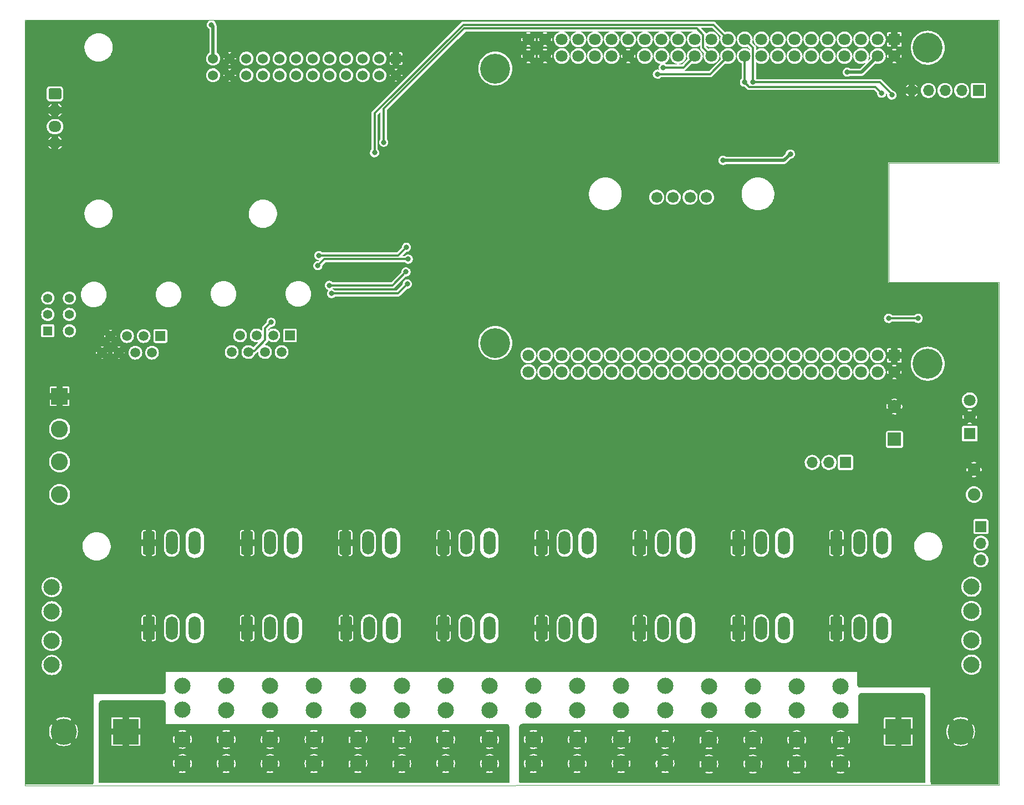
<source format=gbr>
G04 #@! TF.GenerationSoftware,KiCad,Pcbnew,(6.0.6)*
G04 #@! TF.CreationDate,2022-07-22T14:40:09-04:00*
G04 #@! TF.ProjectId,BBB_16,4242425f-3136-42e6-9b69-6361645f7063,v2*
G04 #@! TF.SameCoordinates,Original*
G04 #@! TF.FileFunction,Copper,L2,Bot*
G04 #@! TF.FilePolarity,Positive*
%FSLAX46Y46*%
G04 Gerber Fmt 4.6, Leading zero omitted, Abs format (unit mm)*
G04 Created by KiCad (PCBNEW (6.0.6)) date 2022-07-22 14:40:09*
%MOMM*%
%LPD*%
G01*
G04 APERTURE LIST*
G04 #@! TA.AperFunction,Profile*
%ADD10C,0.050000*%
G04 #@! TD*
G04 #@! TA.AperFunction,ComponentPad*
%ADD11C,2.475000*%
G04 #@! TD*
G04 #@! TA.AperFunction,ComponentPad*
%ADD12O,1.800000X3.600000*%
G04 #@! TD*
G04 #@! TA.AperFunction,ComponentPad*
%ADD13R,1.700000X1.700000*%
G04 #@! TD*
G04 #@! TA.AperFunction,ComponentPad*
%ADD14O,1.700000X1.700000*%
G04 #@! TD*
G04 #@! TA.AperFunction,ComponentPad*
%ADD15C,1.700000*%
G04 #@! TD*
G04 #@! TA.AperFunction,ComponentPad*
%ADD16R,1.500000X1.500000*%
G04 #@! TD*
G04 #@! TA.AperFunction,ComponentPad*
%ADD17C,1.500000*%
G04 #@! TD*
G04 #@! TA.AperFunction,ComponentPad*
%ADD18R,4.000000X4.000000*%
G04 #@! TD*
G04 #@! TA.AperFunction,ComponentPad*
%ADD19C,4.000000*%
G04 #@! TD*
G04 #@! TA.AperFunction,ComponentPad*
%ADD20R,1.530000X1.530000*%
G04 #@! TD*
G04 #@! TA.AperFunction,ComponentPad*
%ADD21C,1.530000*%
G04 #@! TD*
G04 #@! TA.AperFunction,ComponentPad*
%ADD22R,1.800000X1.800000*%
G04 #@! TD*
G04 #@! TA.AperFunction,ComponentPad*
%ADD23C,1.800000*%
G04 #@! TD*
G04 #@! TA.AperFunction,ComponentPad*
%ADD24C,4.572000*%
G04 #@! TD*
G04 #@! TA.AperFunction,ComponentPad*
%ADD25O,1.950000X1.700000*%
G04 #@! TD*
G04 #@! TA.AperFunction,ComponentPad*
%ADD26C,1.904000*%
G04 #@! TD*
G04 #@! TA.AperFunction,ComponentPad*
%ADD27R,2.600000X2.600000*%
G04 #@! TD*
G04 #@! TA.AperFunction,ComponentPad*
%ADD28C,2.600000*%
G04 #@! TD*
G04 #@! TA.AperFunction,ComponentPad*
%ADD29R,1.400000X1.400000*%
G04 #@! TD*
G04 #@! TA.AperFunction,ComponentPad*
%ADD30C,1.400000*%
G04 #@! TD*
G04 #@! TA.AperFunction,ComponentPad*
%ADD31R,2.000000X2.000000*%
G04 #@! TD*
G04 #@! TA.AperFunction,ComponentPad*
%ADD32C,2.000000*%
G04 #@! TD*
G04 #@! TA.AperFunction,ViaPad*
%ADD33C,0.800000*%
G04 #@! TD*
G04 #@! TA.AperFunction,Conductor*
%ADD34C,0.350000*%
G04 #@! TD*
G04 #@! TA.AperFunction,Conductor*
%ADD35C,0.500000*%
G04 #@! TD*
G04 APERTURE END LIST*
D10*
X218967000Y-153599800D02*
X218967000Y-76799800D01*
X70167000Y-36699800D02*
X70167000Y-153615800D01*
X218967000Y-36699800D02*
X70167000Y-36699800D01*
X218967000Y-58599800D02*
X218967000Y-36699800D01*
X202067000Y-58599800D02*
X202067000Y-76799800D01*
X202067000Y-76799800D02*
X218967000Y-76799800D01*
X218967000Y-153599800D02*
X70167000Y-153615800D01*
X218967000Y-58599800D02*
X202067000Y-58599800D01*
D11*
X74282600Y-135238600D03*
X74282600Y-131538600D03*
X74282600Y-127038600D03*
X74282600Y-123338600D03*
G04 #@! TA.AperFunction,ComponentPad*
G36*
G01*
X88200000Y-131150000D02*
X88200000Y-128050000D01*
G75*
G02*
X88450000Y-127800000I250000J0D01*
G01*
X89750000Y-127800000D01*
G75*
G02*
X90000000Y-128050000I0J-250000D01*
G01*
X90000000Y-131150000D01*
G75*
G02*
X89750000Y-131400000I-250000J0D01*
G01*
X88450000Y-131400000D01*
G75*
G02*
X88200000Y-131150000I0J250000D01*
G01*
G37*
G04 #@! TD.AperFunction*
D12*
X92600000Y-129600000D03*
X96100000Y-129600000D03*
G04 #@! TA.AperFunction,ComponentPad*
G36*
G01*
X118200000Y-118150000D02*
X118200000Y-115050000D01*
G75*
G02*
X118450000Y-114800000I250000J0D01*
G01*
X119750000Y-114800000D01*
G75*
G02*
X120000000Y-115050000I0J-250000D01*
G01*
X120000000Y-118150000D01*
G75*
G02*
X119750000Y-118400000I-250000J0D01*
G01*
X118450000Y-118400000D01*
G75*
G02*
X118200000Y-118150000I0J250000D01*
G01*
G37*
G04 #@! TD.AperFunction*
X122600000Y-116600000D03*
X126100000Y-116600000D03*
G04 #@! TA.AperFunction,ComponentPad*
G36*
G01*
X118314342Y-131150000D02*
X118314342Y-128050000D01*
G75*
G02*
X118564342Y-127800000I250000J0D01*
G01*
X119864342Y-127800000D01*
G75*
G02*
X120114342Y-128050000I0J-250000D01*
G01*
X120114342Y-131150000D01*
G75*
G02*
X119864342Y-131400000I-250000J0D01*
G01*
X118564342Y-131400000D01*
G75*
G02*
X118314342Y-131150000I0J250000D01*
G01*
G37*
G04 #@! TD.AperFunction*
X122714342Y-129600000D03*
X126214342Y-129600000D03*
G04 #@! TA.AperFunction,ComponentPad*
G36*
G01*
X133200000Y-118150000D02*
X133200000Y-115050000D01*
G75*
G02*
X133450000Y-114800000I250000J0D01*
G01*
X134750000Y-114800000D01*
G75*
G02*
X135000000Y-115050000I0J-250000D01*
G01*
X135000000Y-118150000D01*
G75*
G02*
X134750000Y-118400000I-250000J0D01*
G01*
X133450000Y-118400000D01*
G75*
G02*
X133200000Y-118150000I0J250000D01*
G01*
G37*
G04 #@! TD.AperFunction*
X137600000Y-116600000D03*
X141100000Y-116600000D03*
G04 #@! TA.AperFunction,ComponentPad*
G36*
G01*
X133200000Y-131150000D02*
X133200000Y-128050000D01*
G75*
G02*
X133450000Y-127800000I250000J0D01*
G01*
X134750000Y-127800000D01*
G75*
G02*
X135000000Y-128050000I0J-250000D01*
G01*
X135000000Y-131150000D01*
G75*
G02*
X134750000Y-131400000I-250000J0D01*
G01*
X133450000Y-131400000D01*
G75*
G02*
X133200000Y-131150000I0J250000D01*
G01*
G37*
G04 #@! TD.AperFunction*
X137600000Y-129600000D03*
X141100000Y-129600000D03*
G04 #@! TA.AperFunction,ComponentPad*
G36*
G01*
X148200000Y-118150000D02*
X148200000Y-115050000D01*
G75*
G02*
X148450000Y-114800000I250000J0D01*
G01*
X149750000Y-114800000D01*
G75*
G02*
X150000000Y-115050000I0J-250000D01*
G01*
X150000000Y-118150000D01*
G75*
G02*
X149750000Y-118400000I-250000J0D01*
G01*
X148450000Y-118400000D01*
G75*
G02*
X148200000Y-118150000I0J250000D01*
G01*
G37*
G04 #@! TD.AperFunction*
X152600000Y-116600000D03*
X156100000Y-116600000D03*
G04 #@! TA.AperFunction,ComponentPad*
G36*
G01*
X148200000Y-131150000D02*
X148200000Y-128050000D01*
G75*
G02*
X148450000Y-127800000I250000J0D01*
G01*
X149750000Y-127800000D01*
G75*
G02*
X150000000Y-128050000I0J-250000D01*
G01*
X150000000Y-131150000D01*
G75*
G02*
X149750000Y-131400000I-250000J0D01*
G01*
X148450000Y-131400000D01*
G75*
G02*
X148200000Y-131150000I0J250000D01*
G01*
G37*
G04 #@! TD.AperFunction*
X152600000Y-129600000D03*
X156100000Y-129600000D03*
G04 #@! TA.AperFunction,ComponentPad*
G36*
G01*
X163200000Y-118150000D02*
X163200000Y-115050000D01*
G75*
G02*
X163450000Y-114800000I250000J0D01*
G01*
X164750000Y-114800000D01*
G75*
G02*
X165000000Y-115050000I0J-250000D01*
G01*
X165000000Y-118150000D01*
G75*
G02*
X164750000Y-118400000I-250000J0D01*
G01*
X163450000Y-118400000D01*
G75*
G02*
X163200000Y-118150000I0J250000D01*
G01*
G37*
G04 #@! TD.AperFunction*
X167600000Y-116600000D03*
X171100000Y-116600000D03*
G04 #@! TA.AperFunction,ComponentPad*
G36*
G01*
X163200000Y-131150000D02*
X163200000Y-128050000D01*
G75*
G02*
X163450000Y-127800000I250000J0D01*
G01*
X164750000Y-127800000D01*
G75*
G02*
X165000000Y-128050000I0J-250000D01*
G01*
X165000000Y-131150000D01*
G75*
G02*
X164750000Y-131400000I-250000J0D01*
G01*
X163450000Y-131400000D01*
G75*
G02*
X163200000Y-131150000I0J250000D01*
G01*
G37*
G04 #@! TD.AperFunction*
X167600000Y-129600000D03*
X171100000Y-129600000D03*
G04 #@! TA.AperFunction,ComponentPad*
G36*
G01*
X178200000Y-118150000D02*
X178200000Y-115050000D01*
G75*
G02*
X178450000Y-114800000I250000J0D01*
G01*
X179750000Y-114800000D01*
G75*
G02*
X180000000Y-115050000I0J-250000D01*
G01*
X180000000Y-118150000D01*
G75*
G02*
X179750000Y-118400000I-250000J0D01*
G01*
X178450000Y-118400000D01*
G75*
G02*
X178200000Y-118150000I0J250000D01*
G01*
G37*
G04 #@! TD.AperFunction*
X182600000Y-116600000D03*
X186100000Y-116600000D03*
G04 #@! TA.AperFunction,ComponentPad*
G36*
G01*
X178200000Y-131150000D02*
X178200000Y-128050000D01*
G75*
G02*
X178450000Y-127800000I250000J0D01*
G01*
X179750000Y-127800000D01*
G75*
G02*
X180000000Y-128050000I0J-250000D01*
G01*
X180000000Y-131150000D01*
G75*
G02*
X179750000Y-131400000I-250000J0D01*
G01*
X178450000Y-131400000D01*
G75*
G02*
X178200000Y-131150000I0J250000D01*
G01*
G37*
G04 #@! TD.AperFunction*
X182600000Y-129600000D03*
X186100000Y-129600000D03*
G04 #@! TA.AperFunction,ComponentPad*
G36*
G01*
X193200000Y-118150000D02*
X193200000Y-115050000D01*
G75*
G02*
X193450000Y-114800000I250000J0D01*
G01*
X194750000Y-114800000D01*
G75*
G02*
X195000000Y-115050000I0J-250000D01*
G01*
X195000000Y-118150000D01*
G75*
G02*
X194750000Y-118400000I-250000J0D01*
G01*
X193450000Y-118400000D01*
G75*
G02*
X193200000Y-118150000I0J250000D01*
G01*
G37*
G04 #@! TD.AperFunction*
X197600000Y-116600000D03*
X201100000Y-116600000D03*
G04 #@! TA.AperFunction,ComponentPad*
G36*
G01*
X193200000Y-131150000D02*
X193200000Y-128050000D01*
G75*
G02*
X193450000Y-127800000I250000J0D01*
G01*
X194750000Y-127800000D01*
G75*
G02*
X195000000Y-128050000I0J-250000D01*
G01*
X195000000Y-131150000D01*
G75*
G02*
X194750000Y-131400000I-250000J0D01*
G01*
X193450000Y-131400000D01*
G75*
G02*
X193200000Y-131150000I0J250000D01*
G01*
G37*
G04 #@! TD.AperFunction*
X197600000Y-129600000D03*
X201100000Y-129600000D03*
D11*
X94222600Y-150288600D03*
X94222600Y-146588600D03*
X94222600Y-142088600D03*
X94222600Y-138388600D03*
X134425198Y-150298600D03*
X134425198Y-146598600D03*
X134425198Y-142098600D03*
X134425198Y-138398600D03*
X181328229Y-150363600D03*
X181328229Y-146663600D03*
X181328229Y-142163600D03*
X181328229Y-138463600D03*
X100923033Y-150303600D03*
X100923033Y-146603600D03*
X100923033Y-142103600D03*
X100923033Y-138403600D03*
X127724765Y-150298600D03*
X127724765Y-146598600D03*
X127724765Y-142098600D03*
X127724765Y-138398600D03*
X141125631Y-150298600D03*
X141125631Y-146598600D03*
X141125631Y-142098600D03*
X141125631Y-138398600D03*
X147826064Y-150298600D03*
X147826064Y-146598600D03*
X147826064Y-142098600D03*
X147826064Y-138398600D03*
X154526497Y-150298600D03*
X154526497Y-146598600D03*
X154526497Y-142098600D03*
X154526497Y-138398600D03*
X194729100Y-150363600D03*
X194729100Y-146663600D03*
X194729100Y-142163600D03*
X194729100Y-138463600D03*
X121024332Y-150298600D03*
X121024332Y-146598600D03*
X121024332Y-142098600D03*
X121024332Y-138398600D03*
X107623466Y-150303600D03*
X107623466Y-146603600D03*
X107623466Y-142103600D03*
X107623466Y-138403600D03*
X174627796Y-150363600D03*
X174627796Y-146663600D03*
X174627796Y-142163600D03*
X174627796Y-138463600D03*
X161226930Y-150298600D03*
X161226930Y-146598600D03*
X161226930Y-142098600D03*
X161226930Y-138398600D03*
X114323899Y-150303600D03*
X114323899Y-146603600D03*
X114323899Y-142103600D03*
X114323899Y-138403600D03*
G04 #@! TA.AperFunction,ComponentPad*
G36*
G01*
X88200000Y-118150000D02*
X88200000Y-115050000D01*
G75*
G02*
X88450000Y-114800000I250000J0D01*
G01*
X89750000Y-114800000D01*
G75*
G02*
X90000000Y-115050000I0J-250000D01*
G01*
X90000000Y-118150000D01*
G75*
G02*
X89750000Y-118400000I-250000J0D01*
G01*
X88450000Y-118400000D01*
G75*
G02*
X88200000Y-118150000I0J250000D01*
G01*
G37*
G04 #@! TD.AperFunction*
D12*
X92600000Y-116600000D03*
X96100000Y-116600000D03*
G04 #@! TA.AperFunction,ComponentPad*
G36*
G01*
X103200000Y-118150000D02*
X103200000Y-115050000D01*
G75*
G02*
X103450000Y-114800000I250000J0D01*
G01*
X104750000Y-114800000D01*
G75*
G02*
X105000000Y-115050000I0J-250000D01*
G01*
X105000000Y-118150000D01*
G75*
G02*
X104750000Y-118400000I-250000J0D01*
G01*
X103450000Y-118400000D01*
G75*
G02*
X103200000Y-118150000I0J250000D01*
G01*
G37*
G04 #@! TD.AperFunction*
X107600000Y-116600000D03*
X111100000Y-116600000D03*
G04 #@! TA.AperFunction,ComponentPad*
G36*
G01*
X103200000Y-131150000D02*
X103200000Y-128050000D01*
G75*
G02*
X103450000Y-127800000I250000J0D01*
G01*
X104750000Y-127800000D01*
G75*
G02*
X105000000Y-128050000I0J-250000D01*
G01*
X105000000Y-131150000D01*
G75*
G02*
X104750000Y-131400000I-250000J0D01*
G01*
X103450000Y-131400000D01*
G75*
G02*
X103200000Y-131150000I0J250000D01*
G01*
G37*
G04 #@! TD.AperFunction*
X107600000Y-129600000D03*
X111100000Y-129600000D03*
D13*
X215767000Y-47499800D03*
D14*
X213227000Y-47499800D03*
X210687000Y-47499800D03*
X208147000Y-47499800D03*
X205607000Y-47499800D03*
D11*
X188028662Y-150363600D03*
X188028662Y-146663600D03*
X188028662Y-142163600D03*
X188028662Y-138463600D03*
X167927363Y-150298600D03*
X167927363Y-146598600D03*
X167927363Y-142098600D03*
X167927363Y-138398600D03*
D15*
X166667000Y-63799800D03*
X169167000Y-63799800D03*
X171767000Y-63799800D03*
X174267000Y-63799800D03*
D11*
X214726000Y-135181800D03*
X214726000Y-131481800D03*
X214726000Y-126981800D03*
X214726000Y-123281800D03*
D16*
X90849500Y-84999800D03*
D17*
X89579500Y-87539800D03*
X88309500Y-84999800D03*
X87039500Y-87539800D03*
X85769500Y-84999800D03*
X84499500Y-87539800D03*
X83229500Y-84999800D03*
X81959500Y-87539800D03*
D18*
X85567000Y-145399800D03*
D19*
X76067000Y-145399800D03*
D18*
X203567000Y-145399800D03*
D19*
X213067000Y-145399800D03*
D16*
X110649500Y-84899800D03*
D17*
X109379500Y-87439800D03*
X108109500Y-84899800D03*
X106839500Y-87439800D03*
X105569500Y-84899800D03*
X104299500Y-87439800D03*
X103029500Y-84899800D03*
X101759500Y-87439800D03*
D20*
X126837000Y-42629800D03*
D21*
X126837000Y-45169800D03*
X124297000Y-42629800D03*
X124297000Y-45169800D03*
X121757000Y-42629800D03*
X121757000Y-45169800D03*
X119217000Y-42629800D03*
X119217000Y-45169800D03*
X116677000Y-42629800D03*
X116677000Y-45169800D03*
X114137000Y-42629800D03*
X114137000Y-45169800D03*
X111597000Y-42629800D03*
X111597000Y-45169800D03*
X109057000Y-42629800D03*
X109057000Y-45169800D03*
X106517000Y-42629800D03*
X106517000Y-45169800D03*
X103977000Y-42629800D03*
X103977000Y-45169800D03*
X101437000Y-42629800D03*
X101437000Y-45169800D03*
X98897000Y-42629800D03*
X98897000Y-45169800D03*
D22*
X202962000Y-87959800D03*
D23*
X202962000Y-90499800D03*
X200422000Y-87959800D03*
X200422000Y-90499800D03*
X197882000Y-87959800D03*
X197882000Y-90499800D03*
X195342000Y-87959800D03*
X195342000Y-90499800D03*
X192802000Y-87959800D03*
X192802000Y-90499800D03*
X190262000Y-87959800D03*
X190262000Y-90499800D03*
X187722000Y-87959800D03*
X187722000Y-90499800D03*
X185182000Y-87959800D03*
X185182000Y-90499800D03*
X182642000Y-87959800D03*
X182642000Y-90499800D03*
X180102000Y-87959800D03*
X180102000Y-90499800D03*
X177562000Y-87959800D03*
X177562000Y-90499800D03*
X175022000Y-87959800D03*
X175022000Y-90499800D03*
X172482000Y-87959800D03*
X172482000Y-90499800D03*
X169942000Y-87959800D03*
X169942000Y-90499800D03*
X167402000Y-87959800D03*
X167402000Y-90499800D03*
X164862000Y-87959800D03*
X164862000Y-90499800D03*
X162322000Y-87959800D03*
X162322000Y-90499800D03*
X159782000Y-87959800D03*
X159782000Y-90499800D03*
X157242000Y-87959800D03*
X157242000Y-90499800D03*
X154702000Y-87959800D03*
X154702000Y-90499800D03*
X152162000Y-87959800D03*
X152162000Y-90499800D03*
X149622000Y-87959800D03*
X149622000Y-90499800D03*
X147082000Y-87959800D03*
X147082000Y-90499800D03*
D22*
X202962000Y-39699800D03*
D23*
X202962000Y-42239800D03*
X200422000Y-39699800D03*
X200422000Y-42239800D03*
X197882000Y-39699800D03*
X197882000Y-42239800D03*
X195342000Y-39699800D03*
X195342000Y-42239800D03*
X192802000Y-39699800D03*
X192802000Y-42239800D03*
X190262000Y-39699800D03*
X190262000Y-42239800D03*
X187722000Y-39699800D03*
X187722000Y-42239800D03*
X185182000Y-39699800D03*
X185182000Y-42239800D03*
X182642000Y-39699800D03*
X182642000Y-42239800D03*
X180102000Y-39699800D03*
X180102000Y-42239800D03*
X177562000Y-39699800D03*
X177562000Y-42239800D03*
X175022000Y-39699800D03*
X175022000Y-42239800D03*
X172482000Y-39699800D03*
X172482000Y-42239800D03*
X169942000Y-39699800D03*
X169942000Y-42239800D03*
X167402000Y-39699800D03*
X167402000Y-42239800D03*
X164862000Y-39699800D03*
X164862000Y-42239800D03*
X162322000Y-39699800D03*
X162322000Y-42239800D03*
X159782000Y-39699800D03*
X159782000Y-42239800D03*
X157242000Y-39699800D03*
X157242000Y-42239800D03*
X154702000Y-39699800D03*
X154702000Y-42239800D03*
X152162000Y-39699800D03*
X152162000Y-42239800D03*
X149622000Y-39699800D03*
X149622000Y-42239800D03*
X147082000Y-39699800D03*
X147082000Y-42239800D03*
D24*
X142002000Y-44144800D03*
X208042000Y-40969800D03*
X208042000Y-89229800D03*
X142002000Y-86054800D03*
D13*
X195492000Y-104299800D03*
D14*
X192952000Y-104299800D03*
X190412000Y-104299800D03*
D22*
X214467000Y-99899800D03*
D23*
X214467000Y-97359800D03*
X214467000Y-94819800D03*
G04 #@! TA.AperFunction,ComponentPad*
G36*
G01*
X74042000Y-47149800D02*
X75492000Y-47149800D01*
G75*
G02*
X75742000Y-47399800I0J-250000D01*
G01*
X75742000Y-48599800D01*
G75*
G02*
X75492000Y-48849800I-250000J0D01*
G01*
X74042000Y-48849800D01*
G75*
G02*
X73792000Y-48599800I0J250000D01*
G01*
X73792000Y-47399800D01*
G75*
G02*
X74042000Y-47149800I250000J0D01*
G01*
G37*
G04 #@! TD.AperFunction*
D25*
X74767000Y-50499800D03*
X74767000Y-52999800D03*
X74767000Y-55499800D03*
D26*
X215117459Y-109205360D03*
X215117459Y-105395360D03*
D13*
X216167000Y-114099800D03*
D14*
X216167000Y-116639800D03*
X216167000Y-119179800D03*
D27*
X75467000Y-94199800D03*
D28*
X75467000Y-99199800D03*
X75467000Y-104199800D03*
X75467000Y-109199800D03*
D29*
X73667000Y-84199800D03*
D30*
X73667000Y-81699800D03*
X73667000Y-79199800D03*
X76967000Y-84199800D03*
X76967000Y-81699800D03*
X76967000Y-79199800D03*
D31*
X202967000Y-100767477D03*
D32*
X202967000Y-95767477D03*
D33*
X158001000Y-121017800D03*
X218067000Y-122399800D03*
X72167000Y-76499800D03*
X98651000Y-119967800D03*
X161667000Y-68199800D03*
X145167000Y-100799800D03*
X86667000Y-49099800D03*
X125837000Y-74249800D03*
X211667000Y-132699800D03*
X118767000Y-88899800D03*
X142151000Y-126167800D03*
X90767000Y-65499800D03*
X77767000Y-110799800D03*
X108967000Y-100799800D03*
X194247000Y-44889800D03*
X91967000Y-37699800D03*
X188597000Y-44989800D03*
X184967000Y-67599800D03*
X158167000Y-73199800D03*
X194867000Y-48699800D03*
X104467000Y-54999800D03*
X212567000Y-89699800D03*
X121967000Y-60899800D03*
X86367000Y-44199800D03*
X162267000Y-73099800D03*
X85167000Y-92499800D03*
X178067000Y-80899800D03*
X71267000Y-38899800D03*
X188267000Y-106699800D03*
X191367000Y-100599800D03*
X98367000Y-85999800D03*
X182747000Y-59569800D03*
X122557000Y-82249800D03*
X200167000Y-55099800D03*
X103667000Y-112699800D03*
X167307000Y-52099800D03*
X213317000Y-80889800D03*
X95667000Y-56749800D03*
X216967000Y-107999800D03*
X216667000Y-90799800D03*
X157567000Y-105199800D03*
X191667000Y-107699800D03*
X81367000Y-54299800D03*
X84367000Y-97699800D03*
X143151000Y-113817800D03*
X166267000Y-53899800D03*
X99717000Y-49699800D03*
X202667000Y-137299800D03*
X93547953Y-81704629D03*
X173301000Y-114717800D03*
X187137000Y-55319800D03*
X90667000Y-71699800D03*
X94567000Y-64999800D03*
X168351000Y-125267800D03*
X131767000Y-101399800D03*
X111767000Y-62249800D03*
X98817000Y-72599800D03*
X116867000Y-106099800D03*
X200667000Y-60699800D03*
X168567000Y-69499800D03*
X79467000Y-97599800D03*
X140267000Y-51699800D03*
X134367000Y-73999800D03*
X140167000Y-63399800D03*
X100167000Y-56479800D03*
X93967000Y-75799800D03*
X127251000Y-113767800D03*
X183577000Y-54639800D03*
X191867000Y-85499800D03*
X213267000Y-110199800D03*
X71267000Y-128699800D03*
X95117000Y-41049800D03*
X192667000Y-49999800D03*
X178537000Y-46949800D03*
X83267000Y-77299800D03*
X71267000Y-133199800D03*
X71267000Y-59099800D03*
X83767000Y-82299800D03*
X83467000Y-122999800D03*
X121607000Y-74999800D03*
X112567000Y-85099800D03*
X212067000Y-129599800D03*
X175067000Y-104699800D03*
X217467000Y-56999800D03*
X76267000Y-73299800D03*
X86167000Y-62299800D03*
X176467000Y-105899800D03*
X138467000Y-79999800D03*
X186067000Y-98899800D03*
X113967000Y-93299800D03*
X72767000Y-103599800D03*
X93567000Y-88299800D03*
X202467000Y-120799800D03*
X118847000Y-83409800D03*
X137967000Y-41599800D03*
X182467000Y-96599800D03*
X216667000Y-93099800D03*
X145567000Y-58099800D03*
X168167000Y-60889800D03*
X111967000Y-55199800D03*
X159767000Y-96699800D03*
X203067000Y-123999800D03*
X218067000Y-123899800D03*
X208867000Y-103999800D03*
X168467000Y-77599800D03*
X121767000Y-55499800D03*
X90667000Y-75899800D03*
X187551000Y-120517800D03*
X100267000Y-99299800D03*
X128667000Y-101299800D03*
X87267000Y-138499800D03*
X186067000Y-97699800D03*
X172667000Y-69499800D03*
X195767000Y-55089800D03*
X113367000Y-121199800D03*
X86093940Y-89458600D03*
X98667000Y-65499800D03*
X130567000Y-89999800D03*
X72267000Y-64499800D03*
X173867000Y-100299800D03*
X77867000Y-107899800D03*
X117067000Y-99269800D03*
X150067000Y-84299800D03*
X71267000Y-131699800D03*
X142751000Y-121517800D03*
X153167000Y-65899800D03*
X218067000Y-78899800D03*
X83467000Y-134499800D03*
X186167000Y-101599800D03*
X217567000Y-38999800D03*
X212067000Y-127999800D03*
X182667000Y-73399800D03*
X72767000Y-86499800D03*
X186567000Y-48499800D03*
X112267000Y-69199800D03*
X202667000Y-110999800D03*
X158567000Y-107799800D03*
X187567000Y-58999800D03*
X114767000Y-111099800D03*
X195367000Y-74199800D03*
X205667000Y-137299800D03*
X145067000Y-75799800D03*
X198467000Y-104799800D03*
X75067000Y-59599800D03*
X184017000Y-50269800D03*
X190167000Y-74399800D03*
X137867000Y-45399800D03*
X95717000Y-49749800D03*
X144867000Y-69499800D03*
X195067000Y-96499800D03*
X159967000Y-101399800D03*
X76367000Y-44399800D03*
X181877000Y-54679800D03*
X178467000Y-73399800D03*
X117347000Y-81449800D03*
X124807000Y-80179800D03*
X118067000Y-95699800D03*
X128651000Y-119967800D03*
X212567000Y-93099800D03*
X200067000Y-137299800D03*
X99567000Y-91099800D03*
X135367000Y-105899800D03*
X182667000Y-50309800D03*
X82967000Y-73499800D03*
X186067000Y-96399800D03*
X164267000Y-80099800D03*
X172967000Y-96699800D03*
X102587000Y-57929800D03*
X202657000Y-83719800D03*
X210567000Y-97899800D03*
X77567000Y-133099800D03*
X205637000Y-80729800D03*
X170067000Y-101399800D03*
X82067000Y-138499800D03*
X101627000Y-65459800D03*
X207567000Y-105199800D03*
X95067000Y-110699800D03*
X211667000Y-134199800D03*
X172467000Y-77599800D03*
X71767000Y-108199800D03*
X200567000Y-66699800D03*
X126137000Y-68889800D03*
X131167000Y-120699800D03*
X210267000Y-56999800D03*
X216567000Y-102199800D03*
X78467000Y-105199800D03*
X166477000Y-58699800D03*
X129967000Y-112499800D03*
X157167000Y-51099800D03*
X216267000Y-85099800D03*
X152217000Y-73029800D03*
X131767000Y-96699800D03*
X195567000Y-60799800D03*
X122167000Y-66299800D03*
X145167000Y-96199800D03*
X145067000Y-105099800D03*
X101567000Y-110499800D03*
X118567000Y-101399800D03*
X192417000Y-54279800D03*
X100467000Y-107599800D03*
X212567000Y-119699800D03*
X103267000Y-62099800D03*
X217667000Y-131199800D03*
X172567000Y-101299800D03*
X132967000Y-87899800D03*
X217667000Y-129399800D03*
X195807000Y-80499800D03*
X213167000Y-116399800D03*
X160567000Y-112599800D03*
X72367000Y-69699800D03*
X205467000Y-86199800D03*
X190667000Y-96499800D03*
X158567000Y-98999800D03*
X217667000Y-132899800D03*
X190267000Y-113599800D03*
X218367000Y-81399800D03*
X175167000Y-67599800D03*
X182467000Y-97799800D03*
X175167000Y-53299800D03*
X131967000Y-66499800D03*
X130467000Y-77199800D03*
X117167000Y-112799800D03*
X182467000Y-98999800D03*
X182067000Y-106399800D03*
X145367000Y-111299800D03*
X204167000Y-56999800D03*
X119167000Y-58199800D03*
X104567000Y-96299800D03*
X77167000Y-128799800D03*
X101567000Y-83299800D03*
X86167000Y-79899800D03*
X123667000Y-90299800D03*
X98451000Y-114417800D03*
X101267000Y-120899800D03*
X105367000Y-104799800D03*
X200667000Y-75499800D03*
X111967000Y-58299800D03*
X100197000Y-67029800D03*
X92067000Y-55999800D03*
X182467000Y-109399800D03*
X210167000Y-105199800D03*
X126567000Y-55499800D03*
X95367000Y-94299800D03*
X180987000Y-50199800D03*
X112667000Y-100799800D03*
X187167000Y-86099800D03*
X104567000Y-76199800D03*
X84867000Y-138499800D03*
X144267000Y-90199800D03*
X174637000Y-46739800D03*
X78967000Y-133099800D03*
X176067000Y-61899800D03*
X133867000Y-107299800D03*
X132167000Y-56099800D03*
X195467000Y-66499800D03*
X77167000Y-130099800D03*
X85667000Y-120899800D03*
X208567000Y-83299800D03*
X195567000Y-92699800D03*
X203267000Y-103299800D03*
X90167000Y-91699800D03*
X146967000Y-120799800D03*
X185657000Y-53799800D03*
X121457000Y-71019800D03*
X137767000Y-109399800D03*
X71267000Y-130299800D03*
X82567000Y-49299800D03*
X124967000Y-55399800D03*
X123567000Y-56999800D03*
X98651382Y-37449789D03*
X187062000Y-57204800D03*
X195767000Y-44699800D03*
X176777000Y-58169800D03*
X201007000Y-47919800D03*
X180067000Y-46224843D03*
X181367000Y-46224843D03*
X202557000Y-48194300D03*
X166767000Y-44999800D03*
X167667000Y-43999800D03*
X107767000Y-82899800D03*
X128417000Y-71449800D03*
X115067000Y-72699800D03*
X114917000Y-74249800D03*
X128717000Y-73249800D03*
X128367000Y-75199800D03*
X116667000Y-77249800D03*
X117017000Y-78499800D03*
X128567000Y-77049800D03*
X206567000Y-82299800D03*
X202067000Y-82299800D03*
D34*
X173767000Y-38999800D02*
X172767000Y-37999800D01*
X137267000Y-37999800D02*
X124967000Y-50299800D01*
X175022000Y-42239800D02*
X173767000Y-40984800D01*
X124967000Y-50299800D02*
X124967000Y-55399800D01*
X172767000Y-37999800D02*
X137267000Y-37999800D01*
X173767000Y-40984800D02*
X173767000Y-38999800D01*
X137109868Y-37449810D02*
X175312010Y-37449810D01*
X123567000Y-50992678D02*
X137109868Y-37449810D01*
X123567000Y-56999800D02*
X123567000Y-50992678D01*
X175312010Y-37449810D02*
X177562000Y-39699800D01*
D35*
X98897000Y-42629800D02*
X98897000Y-37695407D01*
X187062000Y-57204800D02*
X186097000Y-58169800D01*
X186097000Y-58169800D02*
X176777000Y-58169800D01*
X195767000Y-44699800D02*
X197962000Y-44699800D01*
X197962000Y-44699800D02*
X200422000Y-42239800D01*
X98897000Y-37695407D02*
X98651382Y-37449789D01*
D34*
X180791511Y-46949354D02*
X180067000Y-46224843D01*
X201007000Y-47919800D02*
X200036554Y-46949354D01*
X180102000Y-46189843D02*
X180067000Y-46224843D01*
X180102000Y-42239800D02*
X180102000Y-46189843D01*
X200036554Y-46949354D02*
X180791511Y-46949354D01*
X202557000Y-48194300D02*
X202557000Y-48079800D01*
X200702043Y-46224843D02*
X181367000Y-46224843D01*
X202557000Y-48079800D02*
X200702043Y-46224843D01*
X180102000Y-39699800D02*
X181367000Y-40964800D01*
X181367000Y-40964800D02*
X181367000Y-46224843D01*
X177562000Y-42239800D02*
X174802000Y-44999800D01*
X174802000Y-44999800D02*
X166767000Y-44999800D01*
X172482000Y-42239800D02*
X170722000Y-43999800D01*
X170722000Y-43999800D02*
X167667000Y-43999800D01*
X106867000Y-83799800D02*
X106867000Y-85599800D01*
X105227000Y-87239800D02*
X104317000Y-87239800D01*
X107767000Y-82899800D02*
X106867000Y-83799800D01*
X106867000Y-85599800D02*
X105227000Y-87239800D01*
X127167000Y-72699800D02*
X128417000Y-71449800D01*
X115067000Y-72699800D02*
X127167000Y-72699800D01*
X128717000Y-73249800D02*
X115917000Y-73249800D01*
X115917000Y-73249800D02*
X114917000Y-74249800D01*
X126317000Y-77249800D02*
X128367000Y-75199800D01*
X116667000Y-77249800D02*
X126317000Y-77249800D01*
X117017000Y-78499800D02*
X127117000Y-78499800D01*
X127117000Y-78499800D02*
X128567000Y-77049800D01*
X202067000Y-82299800D02*
X206567000Y-82299800D01*
G04 #@! TA.AperFunction,Conductor*
G36*
X98234192Y-36814652D02*
G01*
X98248544Y-36849300D01*
X98231755Y-36886224D01*
X98126986Y-36977620D01*
X98125288Y-36980035D01*
X98125287Y-36980037D01*
X98083736Y-37039159D01*
X98029495Y-37116336D01*
X98028424Y-37119084D01*
X98028422Y-37119087D01*
X98015875Y-37151269D01*
X97967906Y-37274302D01*
X97945776Y-37442400D01*
X97964381Y-37610924D01*
X97990950Y-37683527D01*
X98021633Y-37767373D01*
X98021635Y-37767377D01*
X98022648Y-37770145D01*
X98117212Y-37910872D01*
X98242615Y-38024980D01*
X98245208Y-38026388D01*
X98245211Y-38026390D01*
X98320881Y-38067475D01*
X98344482Y-38096620D01*
X98346500Y-38110537D01*
X98346500Y-41685549D01*
X98332148Y-41720197D01*
X98320204Y-41728971D01*
X98310749Y-41733914D01*
X98308885Y-41735413D01*
X98308883Y-41735414D01*
X98149767Y-41863346D01*
X98149764Y-41863349D01*
X98147902Y-41864846D01*
X98013588Y-42024915D01*
X98012433Y-42027016D01*
X97921653Y-42192145D01*
X97912923Y-42208024D01*
X97849741Y-42407198D01*
X97826449Y-42614851D01*
X97826649Y-42617233D01*
X97826649Y-42617237D01*
X97830489Y-42662962D01*
X97843934Y-42823074D01*
X97856059Y-42865358D01*
X97900678Y-43020961D01*
X97901530Y-43023934D01*
X97902624Y-43026063D01*
X97902625Y-43026065D01*
X97915440Y-43051001D01*
X97997043Y-43209783D01*
X97998529Y-43211658D01*
X97998531Y-43211661D01*
X98079066Y-43313270D01*
X98126835Y-43373539D01*
X98128661Y-43375093D01*
X98128662Y-43375094D01*
X98275882Y-43500388D01*
X98285963Y-43508968D01*
X98468364Y-43610908D01*
X98517644Y-43626920D01*
X98664811Y-43674738D01*
X98664815Y-43674739D01*
X98667093Y-43675479D01*
X98874578Y-43700220D01*
X99082917Y-43684189D01*
X99284175Y-43627997D01*
X99286304Y-43626921D01*
X99286308Y-43626920D01*
X99400832Y-43569070D01*
X101208875Y-43569070D01*
X101209366Y-43570257D01*
X101210354Y-43570863D01*
X101226496Y-43576108D01*
X101231163Y-43577133D01*
X101414314Y-43598972D01*
X101419078Y-43599072D01*
X101602996Y-43584921D01*
X101607686Y-43584094D01*
X101658103Y-43570018D01*
X101663973Y-43565416D01*
X101664059Y-43564704D01*
X101663021Y-43562928D01*
X101443893Y-43343800D01*
X101437000Y-43340945D01*
X101430107Y-43343800D01*
X101211730Y-43562177D01*
X101208875Y-43569070D01*
X99400832Y-43569070D01*
X99468546Y-43534865D01*
X99470686Y-43533784D01*
X99635345Y-43405138D01*
X99771880Y-43246960D01*
X99775155Y-43241196D01*
X99873907Y-43067361D01*
X99875092Y-43065275D01*
X99879841Y-43051001D01*
X99934306Y-42887272D01*
X99941049Y-42867002D01*
X99942308Y-42857040D01*
X99965184Y-42675950D01*
X99967238Y-42659694D01*
X99967655Y-42629800D01*
X99966561Y-42618647D01*
X100467626Y-42618647D01*
X100483061Y-42802458D01*
X100483921Y-42807145D01*
X100496527Y-42851110D01*
X100501171Y-42856948D01*
X100501978Y-42857040D01*
X100503621Y-42856072D01*
X100723000Y-42636693D01*
X100725855Y-42629800D01*
X102148145Y-42629800D01*
X102151000Y-42636693D01*
X102369779Y-42855472D01*
X102376672Y-42858327D01*
X102377947Y-42857799D01*
X102378475Y-42856945D01*
X102381816Y-42846901D01*
X102382872Y-42842255D01*
X102406120Y-42658229D01*
X102406310Y-42655505D01*
X102406650Y-42631171D01*
X102406535Y-42628436D01*
X102405203Y-42614851D01*
X102906449Y-42614851D01*
X102906649Y-42617233D01*
X102906649Y-42617237D01*
X102910489Y-42662962D01*
X102923934Y-42823074D01*
X102936059Y-42865358D01*
X102980678Y-43020961D01*
X102981530Y-43023934D01*
X102982624Y-43026063D01*
X102982625Y-43026065D01*
X102995440Y-43051001D01*
X103077043Y-43209783D01*
X103078529Y-43211658D01*
X103078531Y-43211661D01*
X103159066Y-43313270D01*
X103206835Y-43373539D01*
X103208661Y-43375093D01*
X103208662Y-43375094D01*
X103355882Y-43500388D01*
X103365963Y-43508968D01*
X103548364Y-43610908D01*
X103597644Y-43626920D01*
X103744811Y-43674738D01*
X103744815Y-43674739D01*
X103747093Y-43675479D01*
X103954578Y-43700220D01*
X104162917Y-43684189D01*
X104364175Y-43627997D01*
X104366304Y-43626921D01*
X104366308Y-43626920D01*
X104548546Y-43534865D01*
X104550686Y-43533784D01*
X104715345Y-43405138D01*
X104851880Y-43246960D01*
X104855155Y-43241196D01*
X104953907Y-43067361D01*
X104955092Y-43065275D01*
X104959841Y-43051001D01*
X105014306Y-42887272D01*
X105021049Y-42867002D01*
X105022308Y-42857040D01*
X105045184Y-42675950D01*
X105047238Y-42659694D01*
X105047655Y-42629800D01*
X105046189Y-42614851D01*
X105446449Y-42614851D01*
X105446649Y-42617233D01*
X105446649Y-42617237D01*
X105450489Y-42662962D01*
X105463934Y-42823074D01*
X105476059Y-42865358D01*
X105520678Y-43020961D01*
X105521530Y-43023934D01*
X105522624Y-43026063D01*
X105522625Y-43026065D01*
X105535440Y-43051001D01*
X105617043Y-43209783D01*
X105618529Y-43211658D01*
X105618531Y-43211661D01*
X105699066Y-43313270D01*
X105746835Y-43373539D01*
X105748661Y-43375093D01*
X105748662Y-43375094D01*
X105895882Y-43500388D01*
X105905963Y-43508968D01*
X106088364Y-43610908D01*
X106137644Y-43626920D01*
X106284811Y-43674738D01*
X106284815Y-43674739D01*
X106287093Y-43675479D01*
X106494578Y-43700220D01*
X106702917Y-43684189D01*
X106904175Y-43627997D01*
X106906304Y-43626921D01*
X106906308Y-43626920D01*
X107088546Y-43534865D01*
X107090686Y-43533784D01*
X107255345Y-43405138D01*
X107391880Y-43246960D01*
X107395155Y-43241196D01*
X107493907Y-43067361D01*
X107495092Y-43065275D01*
X107499841Y-43051001D01*
X107554306Y-42887272D01*
X107561049Y-42867002D01*
X107562308Y-42857040D01*
X107585184Y-42675950D01*
X107587238Y-42659694D01*
X107587655Y-42629800D01*
X107586189Y-42614851D01*
X107986449Y-42614851D01*
X107986649Y-42617233D01*
X107986649Y-42617237D01*
X107990489Y-42662962D01*
X108003934Y-42823074D01*
X108016059Y-42865358D01*
X108060678Y-43020961D01*
X108061530Y-43023934D01*
X108062624Y-43026063D01*
X108062625Y-43026065D01*
X108075440Y-43051001D01*
X108157043Y-43209783D01*
X108158529Y-43211658D01*
X108158531Y-43211661D01*
X108239066Y-43313270D01*
X108286835Y-43373539D01*
X108288661Y-43375093D01*
X108288662Y-43375094D01*
X108435882Y-43500388D01*
X108445963Y-43508968D01*
X108628364Y-43610908D01*
X108677644Y-43626920D01*
X108824811Y-43674738D01*
X108824815Y-43674739D01*
X108827093Y-43675479D01*
X109034578Y-43700220D01*
X109242917Y-43684189D01*
X109444175Y-43627997D01*
X109446304Y-43626921D01*
X109446308Y-43626920D01*
X109628546Y-43534865D01*
X109630686Y-43533784D01*
X109795345Y-43405138D01*
X109931880Y-43246960D01*
X109935155Y-43241196D01*
X110033907Y-43067361D01*
X110035092Y-43065275D01*
X110039841Y-43051001D01*
X110094306Y-42887272D01*
X110101049Y-42867002D01*
X110102308Y-42857040D01*
X110125184Y-42675950D01*
X110127238Y-42659694D01*
X110127655Y-42629800D01*
X110126189Y-42614851D01*
X110526449Y-42614851D01*
X110526649Y-42617233D01*
X110526649Y-42617237D01*
X110530489Y-42662962D01*
X110543934Y-42823074D01*
X110556059Y-42865358D01*
X110600678Y-43020961D01*
X110601530Y-43023934D01*
X110602624Y-43026063D01*
X110602625Y-43026065D01*
X110615440Y-43051001D01*
X110697043Y-43209783D01*
X110698529Y-43211658D01*
X110698531Y-43211661D01*
X110779066Y-43313270D01*
X110826835Y-43373539D01*
X110828661Y-43375093D01*
X110828662Y-43375094D01*
X110975882Y-43500388D01*
X110985963Y-43508968D01*
X111168364Y-43610908D01*
X111217644Y-43626920D01*
X111364811Y-43674738D01*
X111364815Y-43674739D01*
X111367093Y-43675479D01*
X111574578Y-43700220D01*
X111782917Y-43684189D01*
X111984175Y-43627997D01*
X111986304Y-43626921D01*
X111986308Y-43626920D01*
X112168546Y-43534865D01*
X112170686Y-43533784D01*
X112335345Y-43405138D01*
X112471880Y-43246960D01*
X112475155Y-43241196D01*
X112573907Y-43067361D01*
X112575092Y-43065275D01*
X112579841Y-43051001D01*
X112634306Y-42887272D01*
X112641049Y-42867002D01*
X112642308Y-42857040D01*
X112665184Y-42675950D01*
X112667238Y-42659694D01*
X112667655Y-42629800D01*
X112666189Y-42614851D01*
X113066449Y-42614851D01*
X113066649Y-42617233D01*
X113066649Y-42617237D01*
X113070489Y-42662962D01*
X113083934Y-42823074D01*
X113096059Y-42865358D01*
X113140678Y-43020961D01*
X113141530Y-43023934D01*
X113142624Y-43026063D01*
X113142625Y-43026065D01*
X113155440Y-43051001D01*
X113237043Y-43209783D01*
X113238529Y-43211658D01*
X113238531Y-43211661D01*
X113319066Y-43313270D01*
X113366835Y-43373539D01*
X113368661Y-43375093D01*
X113368662Y-43375094D01*
X113515882Y-43500388D01*
X113525963Y-43508968D01*
X113708364Y-43610908D01*
X113757644Y-43626920D01*
X113904811Y-43674738D01*
X113904815Y-43674739D01*
X113907093Y-43675479D01*
X114114578Y-43700220D01*
X114322917Y-43684189D01*
X114524175Y-43627997D01*
X114526304Y-43626921D01*
X114526308Y-43626920D01*
X114708546Y-43534865D01*
X114710686Y-43533784D01*
X114875345Y-43405138D01*
X115011880Y-43246960D01*
X115015155Y-43241196D01*
X115113907Y-43067361D01*
X115115092Y-43065275D01*
X115119841Y-43051001D01*
X115174306Y-42887272D01*
X115181049Y-42867002D01*
X115182308Y-42857040D01*
X115205184Y-42675950D01*
X115207238Y-42659694D01*
X115207655Y-42629800D01*
X115206189Y-42614851D01*
X115606449Y-42614851D01*
X115606649Y-42617233D01*
X115606649Y-42617237D01*
X115610489Y-42662962D01*
X115623934Y-42823074D01*
X115636059Y-42865358D01*
X115680678Y-43020961D01*
X115681530Y-43023934D01*
X115682624Y-43026063D01*
X115682625Y-43026065D01*
X115695440Y-43051001D01*
X115777043Y-43209783D01*
X115778529Y-43211658D01*
X115778531Y-43211661D01*
X115859066Y-43313270D01*
X115906835Y-43373539D01*
X115908661Y-43375093D01*
X115908662Y-43375094D01*
X116055882Y-43500388D01*
X116065963Y-43508968D01*
X116248364Y-43610908D01*
X116297644Y-43626920D01*
X116444811Y-43674738D01*
X116444815Y-43674739D01*
X116447093Y-43675479D01*
X116654578Y-43700220D01*
X116862917Y-43684189D01*
X117064175Y-43627997D01*
X117066304Y-43626921D01*
X117066308Y-43626920D01*
X117248546Y-43534865D01*
X117250686Y-43533784D01*
X117415345Y-43405138D01*
X117551880Y-43246960D01*
X117555155Y-43241196D01*
X117653907Y-43067361D01*
X117655092Y-43065275D01*
X117659841Y-43051001D01*
X117714306Y-42887272D01*
X117721049Y-42867002D01*
X117722308Y-42857040D01*
X117745184Y-42675950D01*
X117747238Y-42659694D01*
X117747655Y-42629800D01*
X117746189Y-42614851D01*
X118146449Y-42614851D01*
X118146649Y-42617233D01*
X118146649Y-42617237D01*
X118150489Y-42662962D01*
X118163934Y-42823074D01*
X118176059Y-42865358D01*
X118220678Y-43020961D01*
X118221530Y-43023934D01*
X118222624Y-43026063D01*
X118222625Y-43026065D01*
X118235440Y-43051001D01*
X118317043Y-43209783D01*
X118318529Y-43211658D01*
X118318531Y-43211661D01*
X118399066Y-43313270D01*
X118446835Y-43373539D01*
X118448661Y-43375093D01*
X118448662Y-43375094D01*
X118595882Y-43500388D01*
X118605963Y-43508968D01*
X118788364Y-43610908D01*
X118837644Y-43626920D01*
X118984811Y-43674738D01*
X118984815Y-43674739D01*
X118987093Y-43675479D01*
X119194578Y-43700220D01*
X119402917Y-43684189D01*
X119604175Y-43627997D01*
X119606304Y-43626921D01*
X119606308Y-43626920D01*
X119788546Y-43534865D01*
X119790686Y-43533784D01*
X119955345Y-43405138D01*
X120091880Y-43246960D01*
X120095155Y-43241196D01*
X120193907Y-43067361D01*
X120195092Y-43065275D01*
X120199841Y-43051001D01*
X120254306Y-42887272D01*
X120261049Y-42867002D01*
X120262308Y-42857040D01*
X120285184Y-42675950D01*
X120287238Y-42659694D01*
X120287655Y-42629800D01*
X120286189Y-42614851D01*
X120686449Y-42614851D01*
X120686649Y-42617233D01*
X120686649Y-42617237D01*
X120690489Y-42662962D01*
X120703934Y-42823074D01*
X120716059Y-42865358D01*
X120760678Y-43020961D01*
X120761530Y-43023934D01*
X120762624Y-43026063D01*
X120762625Y-43026065D01*
X120775440Y-43051001D01*
X120857043Y-43209783D01*
X120858529Y-43211658D01*
X120858531Y-43211661D01*
X120939066Y-43313270D01*
X120986835Y-43373539D01*
X120988661Y-43375093D01*
X120988662Y-43375094D01*
X121135882Y-43500388D01*
X121145963Y-43508968D01*
X121328364Y-43610908D01*
X121377644Y-43626920D01*
X121524811Y-43674738D01*
X121524815Y-43674739D01*
X121527093Y-43675479D01*
X121734578Y-43700220D01*
X121942917Y-43684189D01*
X122144175Y-43627997D01*
X122146304Y-43626921D01*
X122146308Y-43626920D01*
X122328546Y-43534865D01*
X122330686Y-43533784D01*
X122495345Y-43405138D01*
X122631880Y-43246960D01*
X122635155Y-43241196D01*
X122733907Y-43067361D01*
X122735092Y-43065275D01*
X122739841Y-43051001D01*
X122794306Y-42887272D01*
X122801049Y-42867002D01*
X122802308Y-42857040D01*
X122825184Y-42675950D01*
X122827238Y-42659694D01*
X122827655Y-42629800D01*
X122826189Y-42614851D01*
X123226449Y-42614851D01*
X123226649Y-42617233D01*
X123226649Y-42617237D01*
X123230489Y-42662962D01*
X123243934Y-42823074D01*
X123256059Y-42865358D01*
X123300678Y-43020961D01*
X123301530Y-43023934D01*
X123302624Y-43026063D01*
X123302625Y-43026065D01*
X123315440Y-43051001D01*
X123397043Y-43209783D01*
X123398529Y-43211658D01*
X123398531Y-43211661D01*
X123479066Y-43313270D01*
X123526835Y-43373539D01*
X123528661Y-43375093D01*
X123528662Y-43375094D01*
X123675882Y-43500388D01*
X123685963Y-43508968D01*
X123868364Y-43610908D01*
X123917644Y-43626920D01*
X124064811Y-43674738D01*
X124064815Y-43674739D01*
X124067093Y-43675479D01*
X124274578Y-43700220D01*
X124482917Y-43684189D01*
X124684175Y-43627997D01*
X124686304Y-43626921D01*
X124686308Y-43626920D01*
X124868546Y-43534865D01*
X124870686Y-43533784D01*
X125026440Y-43412095D01*
X125872000Y-43412095D01*
X125872468Y-43416852D01*
X125882663Y-43468103D01*
X125886285Y-43476849D01*
X125925128Y-43534981D01*
X125931819Y-43541672D01*
X125989951Y-43580515D01*
X125998697Y-43584137D01*
X126049948Y-43594332D01*
X126054705Y-43594800D01*
X126327253Y-43594800D01*
X126334145Y-43591945D01*
X126337000Y-43585053D01*
X127337000Y-43585053D01*
X127339855Y-43591945D01*
X127346747Y-43594800D01*
X127619295Y-43594800D01*
X127624052Y-43594332D01*
X127675303Y-43584137D01*
X127684049Y-43580515D01*
X127742181Y-43541672D01*
X127748872Y-43534981D01*
X127787715Y-43476849D01*
X127791337Y-43468103D01*
X127801532Y-43416852D01*
X127802000Y-43412095D01*
X127802000Y-43139547D01*
X127799145Y-43132655D01*
X127792253Y-43129800D01*
X127346747Y-43129800D01*
X127339855Y-43132655D01*
X127337000Y-43139547D01*
X127337000Y-43585053D01*
X126337000Y-43585053D01*
X126337000Y-43139547D01*
X126334145Y-43132655D01*
X126327253Y-43129800D01*
X125881747Y-43129800D01*
X125874855Y-43132655D01*
X125872000Y-43139547D01*
X125872000Y-43412095D01*
X125026440Y-43412095D01*
X125035345Y-43405138D01*
X125171880Y-43246960D01*
X125175155Y-43241196D01*
X125273907Y-43067361D01*
X125275092Y-43065275D01*
X125279841Y-43051001D01*
X125334306Y-42887272D01*
X125341049Y-42867002D01*
X125342308Y-42857040D01*
X125365184Y-42675950D01*
X125367238Y-42659694D01*
X125367655Y-42629800D01*
X125347265Y-42421842D01*
X125345139Y-42414798D01*
X125294384Y-42246693D01*
X125286870Y-42221805D01*
X125232767Y-42120053D01*
X125872000Y-42120053D01*
X125874855Y-42126945D01*
X125881747Y-42129800D01*
X126327253Y-42129800D01*
X126334145Y-42126945D01*
X126337000Y-42120053D01*
X127337000Y-42120053D01*
X127339855Y-42126945D01*
X127346747Y-42129800D01*
X127792253Y-42129800D01*
X127799145Y-42126945D01*
X127802000Y-42120053D01*
X127802000Y-41847505D01*
X127801532Y-41842748D01*
X127791337Y-41791497D01*
X127787715Y-41782751D01*
X127748872Y-41724619D01*
X127742181Y-41717928D01*
X127684049Y-41679085D01*
X127675303Y-41675463D01*
X127624052Y-41665268D01*
X127619295Y-41664800D01*
X127346747Y-41664800D01*
X127339855Y-41667655D01*
X127337000Y-41674547D01*
X127337000Y-42120053D01*
X126337000Y-42120053D01*
X126337000Y-41674547D01*
X126334145Y-41667655D01*
X126327253Y-41664800D01*
X126054705Y-41664800D01*
X126049948Y-41665268D01*
X125998697Y-41675463D01*
X125989951Y-41679085D01*
X125931819Y-41717928D01*
X125925128Y-41724619D01*
X125886285Y-41782751D01*
X125882663Y-41791497D01*
X125872468Y-41842748D01*
X125872000Y-41847505D01*
X125872000Y-42120053D01*
X125232767Y-42120053D01*
X125188771Y-42037309D01*
X125172964Y-42017927D01*
X125058222Y-41877240D01*
X125056705Y-41875380D01*
X125015863Y-41841592D01*
X124897550Y-41743715D01*
X124897549Y-41743714D01*
X124895703Y-41742187D01*
X124775309Y-41677090D01*
X124714001Y-41643941D01*
X124714000Y-41643940D01*
X124711896Y-41642803D01*
X124512285Y-41581013D01*
X124509910Y-41580763D01*
X124509908Y-41580763D01*
X124306858Y-41559421D01*
X124306853Y-41559421D01*
X124304475Y-41559171D01*
X124302090Y-41559388D01*
X124302085Y-41559388D01*
X124200427Y-41568640D01*
X124096379Y-41578109D01*
X123994649Y-41608050D01*
X123898225Y-41636429D01*
X123898222Y-41636430D01*
X123895926Y-41637106D01*
X123710749Y-41733914D01*
X123708885Y-41735413D01*
X123708883Y-41735414D01*
X123549767Y-41863346D01*
X123549764Y-41863349D01*
X123547902Y-41864846D01*
X123413588Y-42024915D01*
X123412433Y-42027016D01*
X123321653Y-42192145D01*
X123312923Y-42208024D01*
X123249741Y-42407198D01*
X123226449Y-42614851D01*
X122826189Y-42614851D01*
X122807265Y-42421842D01*
X122805139Y-42414798D01*
X122754384Y-42246693D01*
X122746870Y-42221805D01*
X122648771Y-42037309D01*
X122632964Y-42017927D01*
X122518222Y-41877240D01*
X122516705Y-41875380D01*
X122475863Y-41841592D01*
X122357550Y-41743715D01*
X122357549Y-41743714D01*
X122355703Y-41742187D01*
X122235309Y-41677090D01*
X122174001Y-41643941D01*
X122174000Y-41643940D01*
X122171896Y-41642803D01*
X121972285Y-41581013D01*
X121969910Y-41580763D01*
X121969908Y-41580763D01*
X121766858Y-41559421D01*
X121766853Y-41559421D01*
X121764475Y-41559171D01*
X121762090Y-41559388D01*
X121762085Y-41559388D01*
X121660427Y-41568640D01*
X121556379Y-41578109D01*
X121454649Y-41608050D01*
X121358225Y-41636429D01*
X121358222Y-41636430D01*
X121355926Y-41637106D01*
X121170749Y-41733914D01*
X121168885Y-41735413D01*
X121168883Y-41735414D01*
X121009767Y-41863346D01*
X121009764Y-41863349D01*
X121007902Y-41864846D01*
X120873588Y-42024915D01*
X120872433Y-42027016D01*
X120781653Y-42192145D01*
X120772923Y-42208024D01*
X120709741Y-42407198D01*
X120686449Y-42614851D01*
X120286189Y-42614851D01*
X120267265Y-42421842D01*
X120265139Y-42414798D01*
X120214384Y-42246693D01*
X120206870Y-42221805D01*
X120108771Y-42037309D01*
X120092964Y-42017927D01*
X119978222Y-41877240D01*
X119976705Y-41875380D01*
X119935863Y-41841592D01*
X119817550Y-41743715D01*
X119817549Y-41743714D01*
X119815703Y-41742187D01*
X119695309Y-41677090D01*
X119634001Y-41643941D01*
X119634000Y-41643940D01*
X119631896Y-41642803D01*
X119432285Y-41581013D01*
X119429910Y-41580763D01*
X119429908Y-41580763D01*
X119226858Y-41559421D01*
X119226853Y-41559421D01*
X119224475Y-41559171D01*
X119222090Y-41559388D01*
X119222085Y-41559388D01*
X119120427Y-41568640D01*
X119016379Y-41578109D01*
X118914649Y-41608050D01*
X118818225Y-41636429D01*
X118818222Y-41636430D01*
X118815926Y-41637106D01*
X118630749Y-41733914D01*
X118628885Y-41735413D01*
X118628883Y-41735414D01*
X118469767Y-41863346D01*
X118469764Y-41863349D01*
X118467902Y-41864846D01*
X118333588Y-42024915D01*
X118332433Y-42027016D01*
X118241653Y-42192145D01*
X118232923Y-42208024D01*
X118169741Y-42407198D01*
X118146449Y-42614851D01*
X117746189Y-42614851D01*
X117727265Y-42421842D01*
X117725139Y-42414798D01*
X117674384Y-42246693D01*
X117666870Y-42221805D01*
X117568771Y-42037309D01*
X117552964Y-42017927D01*
X117438222Y-41877240D01*
X117436705Y-41875380D01*
X117395863Y-41841592D01*
X117277550Y-41743715D01*
X117277549Y-41743714D01*
X117275703Y-41742187D01*
X117155309Y-41677090D01*
X117094001Y-41643941D01*
X117094000Y-41643940D01*
X117091896Y-41642803D01*
X116892285Y-41581013D01*
X116889910Y-41580763D01*
X116889908Y-41580763D01*
X116686858Y-41559421D01*
X116686853Y-41559421D01*
X116684475Y-41559171D01*
X116682090Y-41559388D01*
X116682085Y-41559388D01*
X116580427Y-41568640D01*
X116476379Y-41578109D01*
X116374649Y-41608050D01*
X116278225Y-41636429D01*
X116278222Y-41636430D01*
X116275926Y-41637106D01*
X116090749Y-41733914D01*
X116088885Y-41735413D01*
X116088883Y-41735414D01*
X115929767Y-41863346D01*
X115929764Y-41863349D01*
X115927902Y-41864846D01*
X115793588Y-42024915D01*
X115792433Y-42027016D01*
X115701653Y-42192145D01*
X115692923Y-42208024D01*
X115629741Y-42407198D01*
X115606449Y-42614851D01*
X115206189Y-42614851D01*
X115187265Y-42421842D01*
X115185139Y-42414798D01*
X115134384Y-42246693D01*
X115126870Y-42221805D01*
X115028771Y-42037309D01*
X115012964Y-42017927D01*
X114898222Y-41877240D01*
X114896705Y-41875380D01*
X114855863Y-41841592D01*
X114737550Y-41743715D01*
X114737549Y-41743714D01*
X114735703Y-41742187D01*
X114615309Y-41677090D01*
X114554001Y-41643941D01*
X114554000Y-41643940D01*
X114551896Y-41642803D01*
X114352285Y-41581013D01*
X114349910Y-41580763D01*
X114349908Y-41580763D01*
X114146858Y-41559421D01*
X114146853Y-41559421D01*
X114144475Y-41559171D01*
X114142090Y-41559388D01*
X114142085Y-41559388D01*
X114040427Y-41568640D01*
X113936379Y-41578109D01*
X113834649Y-41608050D01*
X113738225Y-41636429D01*
X113738222Y-41636430D01*
X113735926Y-41637106D01*
X113550749Y-41733914D01*
X113548885Y-41735413D01*
X113548883Y-41735414D01*
X113389767Y-41863346D01*
X113389764Y-41863349D01*
X113387902Y-41864846D01*
X113253588Y-42024915D01*
X113252433Y-42027016D01*
X113161653Y-42192145D01*
X113152923Y-42208024D01*
X113089741Y-42407198D01*
X113066449Y-42614851D01*
X112666189Y-42614851D01*
X112647265Y-42421842D01*
X112645139Y-42414798D01*
X112594384Y-42246693D01*
X112586870Y-42221805D01*
X112488771Y-42037309D01*
X112472964Y-42017927D01*
X112358222Y-41877240D01*
X112356705Y-41875380D01*
X112315863Y-41841592D01*
X112197550Y-41743715D01*
X112197549Y-41743714D01*
X112195703Y-41742187D01*
X112075309Y-41677090D01*
X112014001Y-41643941D01*
X112014000Y-41643940D01*
X112011896Y-41642803D01*
X111812285Y-41581013D01*
X111809910Y-41580763D01*
X111809908Y-41580763D01*
X111606858Y-41559421D01*
X111606853Y-41559421D01*
X111604475Y-41559171D01*
X111602090Y-41559388D01*
X111602085Y-41559388D01*
X111500427Y-41568640D01*
X111396379Y-41578109D01*
X111294649Y-41608050D01*
X111198225Y-41636429D01*
X111198222Y-41636430D01*
X111195926Y-41637106D01*
X111010749Y-41733914D01*
X111008885Y-41735413D01*
X111008883Y-41735414D01*
X110849767Y-41863346D01*
X110849764Y-41863349D01*
X110847902Y-41864846D01*
X110713588Y-42024915D01*
X110712433Y-42027016D01*
X110621653Y-42192145D01*
X110612923Y-42208024D01*
X110549741Y-42407198D01*
X110526449Y-42614851D01*
X110126189Y-42614851D01*
X110107265Y-42421842D01*
X110105139Y-42414798D01*
X110054384Y-42246693D01*
X110046870Y-42221805D01*
X109948771Y-42037309D01*
X109932964Y-42017927D01*
X109818222Y-41877240D01*
X109816705Y-41875380D01*
X109775863Y-41841592D01*
X109657550Y-41743715D01*
X109657549Y-41743714D01*
X109655703Y-41742187D01*
X109535309Y-41677090D01*
X109474001Y-41643941D01*
X109474000Y-41643940D01*
X109471896Y-41642803D01*
X109272285Y-41581013D01*
X109269910Y-41580763D01*
X109269908Y-41580763D01*
X109066858Y-41559421D01*
X109066853Y-41559421D01*
X109064475Y-41559171D01*
X109062090Y-41559388D01*
X109062085Y-41559388D01*
X108960427Y-41568640D01*
X108856379Y-41578109D01*
X108754649Y-41608050D01*
X108658225Y-41636429D01*
X108658222Y-41636430D01*
X108655926Y-41637106D01*
X108470749Y-41733914D01*
X108468885Y-41735413D01*
X108468883Y-41735414D01*
X108309767Y-41863346D01*
X108309764Y-41863349D01*
X108307902Y-41864846D01*
X108173588Y-42024915D01*
X108172433Y-42027016D01*
X108081653Y-42192145D01*
X108072923Y-42208024D01*
X108009741Y-42407198D01*
X107986449Y-42614851D01*
X107586189Y-42614851D01*
X107567265Y-42421842D01*
X107565139Y-42414798D01*
X107514384Y-42246693D01*
X107506870Y-42221805D01*
X107408771Y-42037309D01*
X107392964Y-42017927D01*
X107278222Y-41877240D01*
X107276705Y-41875380D01*
X107235863Y-41841592D01*
X107117550Y-41743715D01*
X107117549Y-41743714D01*
X107115703Y-41742187D01*
X106995309Y-41677090D01*
X106934001Y-41643941D01*
X106934000Y-41643940D01*
X106931896Y-41642803D01*
X106732285Y-41581013D01*
X106729910Y-41580763D01*
X106729908Y-41580763D01*
X106526858Y-41559421D01*
X106526853Y-41559421D01*
X106524475Y-41559171D01*
X106522090Y-41559388D01*
X106522085Y-41559388D01*
X106420427Y-41568640D01*
X106316379Y-41578109D01*
X106214649Y-41608050D01*
X106118225Y-41636429D01*
X106118222Y-41636430D01*
X106115926Y-41637106D01*
X105930749Y-41733914D01*
X105928885Y-41735413D01*
X105928883Y-41735414D01*
X105769767Y-41863346D01*
X105769764Y-41863349D01*
X105767902Y-41864846D01*
X105633588Y-42024915D01*
X105632433Y-42027016D01*
X105541653Y-42192145D01*
X105532923Y-42208024D01*
X105469741Y-42407198D01*
X105446449Y-42614851D01*
X105046189Y-42614851D01*
X105027265Y-42421842D01*
X105025139Y-42414798D01*
X104974384Y-42246693D01*
X104966870Y-42221805D01*
X104868771Y-42037309D01*
X104852964Y-42017927D01*
X104738222Y-41877240D01*
X104736705Y-41875380D01*
X104695863Y-41841592D01*
X104577550Y-41743715D01*
X104577549Y-41743714D01*
X104575703Y-41742187D01*
X104455309Y-41677090D01*
X104394001Y-41643941D01*
X104394000Y-41643940D01*
X104391896Y-41642803D01*
X104192285Y-41581013D01*
X104189910Y-41580763D01*
X104189908Y-41580763D01*
X103986858Y-41559421D01*
X103986853Y-41559421D01*
X103984475Y-41559171D01*
X103982090Y-41559388D01*
X103982085Y-41559388D01*
X103880427Y-41568640D01*
X103776379Y-41578109D01*
X103674649Y-41608050D01*
X103578225Y-41636429D01*
X103578222Y-41636430D01*
X103575926Y-41637106D01*
X103390749Y-41733914D01*
X103388885Y-41735413D01*
X103388883Y-41735414D01*
X103229767Y-41863346D01*
X103229764Y-41863349D01*
X103227902Y-41864846D01*
X103093588Y-42024915D01*
X103092433Y-42027016D01*
X103001653Y-42192145D01*
X102992923Y-42208024D01*
X102929741Y-42407198D01*
X102906449Y-42614851D01*
X102405203Y-42614851D01*
X102388435Y-42443838D01*
X102387511Y-42439169D01*
X102378090Y-42407964D01*
X102373366Y-42402192D01*
X102372368Y-42402093D01*
X102370988Y-42402919D01*
X102151000Y-42622907D01*
X102148145Y-42629800D01*
X100725855Y-42629800D01*
X100723000Y-42622907D01*
X100504991Y-42404898D01*
X100498098Y-42402043D01*
X100496997Y-42402498D01*
X100496318Y-42403615D01*
X100489246Y-42425907D01*
X100488254Y-42430576D01*
X100467693Y-42613885D01*
X100467626Y-42618647D01*
X99966561Y-42618647D01*
X99947265Y-42421842D01*
X99945139Y-42414798D01*
X99894384Y-42246693D01*
X99886870Y-42221805D01*
X99788771Y-42037309D01*
X99772964Y-42017927D01*
X99658222Y-41877240D01*
X99656705Y-41875380D01*
X99616585Y-41842190D01*
X99497549Y-41743714D01*
X99497548Y-41743713D01*
X99495703Y-41742187D01*
X99473193Y-41730016D01*
X99449542Y-41700913D01*
X99448624Y-41694623D01*
X101209545Y-41694623D01*
X101210444Y-41696137D01*
X101430107Y-41915800D01*
X101437000Y-41918655D01*
X101443893Y-41915800D01*
X101661570Y-41698123D01*
X101664425Y-41691230D01*
X101664006Y-41690217D01*
X101662758Y-41689464D01*
X101634263Y-41680643D01*
X101629602Y-41679686D01*
X101446153Y-41660405D01*
X101441380Y-41660372D01*
X101257692Y-41677090D01*
X101253000Y-41677985D01*
X101215446Y-41689037D01*
X101209641Y-41693721D01*
X101209545Y-41694623D01*
X99448624Y-41694623D01*
X99447500Y-41686914D01*
X99447500Y-37708798D01*
X99447543Y-37706746D01*
X99450070Y-37646449D01*
X99450210Y-37643113D01*
X99439444Y-37597211D01*
X99438604Y-37592684D01*
X99432659Y-37549282D01*
X99432206Y-37545975D01*
X99423503Y-37525864D01*
X99420772Y-37517606D01*
X99415768Y-37496271D01*
X99393057Y-37454960D01*
X99391026Y-37450814D01*
X99373633Y-37410620D01*
X99373632Y-37410618D01*
X99372305Y-37407552D01*
X99358513Y-37390520D01*
X99353659Y-37383295D01*
X99352226Y-37380688D01*
X99346521Y-37362972D01*
X99337013Y-37284403D01*
X99336658Y-37281469D01*
X99283734Y-37141410D01*
X99277772Y-37125631D01*
X99277771Y-37125630D01*
X99276727Y-37122866D01*
X99217747Y-37037050D01*
X99182369Y-36985575D01*
X99180694Y-36983138D01*
X99178489Y-36981173D01*
X99178486Y-36981170D01*
X99071540Y-36885885D01*
X99055217Y-36852121D01*
X99067551Y-36816704D01*
X99104136Y-36800300D01*
X218738644Y-36800300D01*
X218768473Y-36810426D01*
X218813092Y-36844663D01*
X218822137Y-36853708D01*
X218856374Y-36898327D01*
X218866500Y-36928156D01*
X218866500Y-58371444D01*
X218856374Y-58401273D01*
X218822137Y-58445892D01*
X218813092Y-58454937D01*
X218768473Y-58489174D01*
X218738644Y-58499300D01*
X202034346Y-58499300D01*
X202028068Y-58503861D01*
X202028066Y-58503862D01*
X202027084Y-58504576D01*
X202013428Y-58511534D01*
X202012271Y-58511910D01*
X202012269Y-58511912D01*
X202004888Y-58514310D01*
X201999612Y-58521572D01*
X201988774Y-58532410D01*
X201981510Y-58537688D01*
X201979112Y-58545069D01*
X201979110Y-58545071D01*
X201978734Y-58546228D01*
X201971776Y-58559884D01*
X201971062Y-58560866D01*
X201971061Y-58560868D01*
X201966500Y-58567146D01*
X201966500Y-76832454D01*
X201971061Y-76838732D01*
X201971062Y-76838734D01*
X201971776Y-76839716D01*
X201978734Y-76853372D01*
X201979110Y-76854529D01*
X201979112Y-76854531D01*
X201981510Y-76861912D01*
X201988774Y-76867190D01*
X201999610Y-76878026D01*
X202004888Y-76885290D01*
X202012269Y-76887688D01*
X202012271Y-76887690D01*
X202013428Y-76888066D01*
X202027084Y-76895024D01*
X202028066Y-76895738D01*
X202028068Y-76895739D01*
X202034346Y-76900300D01*
X218738644Y-76900300D01*
X218768473Y-76910426D01*
X218813092Y-76944663D01*
X218822137Y-76953708D01*
X218856374Y-76998327D01*
X218866500Y-77028156D01*
X218866500Y-153371501D01*
X218856376Y-153401328D01*
X218822156Y-153445929D01*
X218813114Y-153454972D01*
X218768515Y-153489198D01*
X218738690Y-153499325D01*
X215859670Y-153499634D01*
X208695401Y-153500404D01*
X208665569Y-153490280D01*
X208620927Y-153456030D01*
X208611881Y-153446985D01*
X208545673Y-153360710D01*
X208538997Y-153352010D01*
X208532600Y-153340932D01*
X208486781Y-153230323D01*
X208483470Y-153217966D01*
X208467419Y-153096056D01*
X208467000Y-153089660D01*
X208467000Y-147269139D01*
X211908806Y-147269139D01*
X211910351Y-147272869D01*
X211963303Y-147308251D01*
X211966081Y-147309855D01*
X212221856Y-147435989D01*
X212224801Y-147437209D01*
X212494854Y-147528879D01*
X212497960Y-147529711D01*
X212777652Y-147585345D01*
X212780824Y-147585763D01*
X213065398Y-147604415D01*
X213068602Y-147604415D01*
X213353176Y-147585763D01*
X213356348Y-147585345D01*
X213636040Y-147529711D01*
X213639146Y-147528879D01*
X213909199Y-147437209D01*
X213912144Y-147435989D01*
X214167919Y-147309855D01*
X214170697Y-147308251D01*
X214221128Y-147274554D01*
X214225272Y-147268352D01*
X214224484Y-147264391D01*
X213073893Y-146113800D01*
X213067000Y-146110945D01*
X213060107Y-146113800D01*
X211911661Y-147262246D01*
X211908806Y-147269139D01*
X208467000Y-147269139D01*
X208467000Y-145401402D01*
X210862385Y-145401402D01*
X210881037Y-145685976D01*
X210881455Y-145689148D01*
X210937089Y-145968840D01*
X210937921Y-145971946D01*
X211029591Y-146241999D01*
X211030811Y-146244944D01*
X211156945Y-146500719D01*
X211158549Y-146503497D01*
X211192246Y-146553928D01*
X211198448Y-146558072D01*
X211202409Y-146557284D01*
X212353000Y-145406693D01*
X212355855Y-145399800D01*
X213778145Y-145399800D01*
X213781000Y-145406693D01*
X214929446Y-146555139D01*
X214936339Y-146557994D01*
X214940069Y-146556449D01*
X214975451Y-146503497D01*
X214977055Y-146500719D01*
X215103189Y-146244944D01*
X215104409Y-146241999D01*
X215196079Y-145971946D01*
X215196911Y-145968840D01*
X215252545Y-145689148D01*
X215252963Y-145685976D01*
X215271615Y-145401402D01*
X215271615Y-145398198D01*
X215252963Y-145113624D01*
X215252545Y-145110452D01*
X215196911Y-144830760D01*
X215196079Y-144827654D01*
X215104409Y-144557601D01*
X215103189Y-144554656D01*
X214977055Y-144298881D01*
X214975451Y-144296103D01*
X214941754Y-144245672D01*
X214935552Y-144241528D01*
X214931591Y-144242316D01*
X213781000Y-145392907D01*
X213778145Y-145399800D01*
X212355855Y-145399800D01*
X212353000Y-145392907D01*
X211204554Y-144244461D01*
X211197661Y-144241606D01*
X211193931Y-144243151D01*
X211158549Y-144296103D01*
X211156945Y-144298881D01*
X211030811Y-144554656D01*
X211029591Y-144557601D01*
X210937921Y-144827654D01*
X210937089Y-144830760D01*
X210881455Y-145110452D01*
X210881037Y-145113624D01*
X210862385Y-145398198D01*
X210862385Y-145401402D01*
X208467000Y-145401402D01*
X208467000Y-143531248D01*
X211908728Y-143531248D01*
X211909516Y-143535209D01*
X213060107Y-144685800D01*
X213067000Y-144688655D01*
X213073893Y-144685800D01*
X214222339Y-143537354D01*
X214225194Y-143530461D01*
X214223649Y-143526731D01*
X214170697Y-143491349D01*
X214167919Y-143489745D01*
X213912144Y-143363611D01*
X213909199Y-143362391D01*
X213639146Y-143270721D01*
X213636040Y-143269889D01*
X213356348Y-143214255D01*
X213353176Y-143213837D01*
X213068602Y-143195185D01*
X213065398Y-143195185D01*
X212780824Y-143213837D01*
X212777652Y-143214255D01*
X212497960Y-143269889D01*
X212494854Y-143270721D01*
X212224801Y-143362391D01*
X212221856Y-143363611D01*
X211966081Y-143489745D01*
X211963303Y-143491349D01*
X211912872Y-143525046D01*
X211908728Y-143531248D01*
X208467000Y-143531248D01*
X208467000Y-138699800D01*
X197778213Y-138699800D01*
X197771817Y-138699381D01*
X197649913Y-138683332D01*
X197637559Y-138680021D01*
X197526958Y-138634209D01*
X197515886Y-138627817D01*
X197420905Y-138554935D01*
X197411865Y-138545895D01*
X197338983Y-138450914D01*
X197332590Y-138439840D01*
X197286779Y-138329241D01*
X197283468Y-138316886D01*
X197267419Y-138194983D01*
X197267000Y-138188587D01*
X197267000Y-136299800D01*
X91667000Y-136299800D01*
X91667000Y-139188587D01*
X91666581Y-139194983D01*
X91650532Y-139316886D01*
X91647221Y-139329241D01*
X91601410Y-139439840D01*
X91595017Y-139450914D01*
X91522135Y-139545895D01*
X91513095Y-139554935D01*
X91418114Y-139627817D01*
X91407042Y-139634209D01*
X91296441Y-139680021D01*
X91284087Y-139683332D01*
X91162183Y-139699381D01*
X91155787Y-139699800D01*
X80667000Y-139699800D01*
X80667000Y-153103514D01*
X80666581Y-153109909D01*
X80650535Y-153231801D01*
X80647225Y-153244156D01*
X80601418Y-153354751D01*
X80595023Y-153365828D01*
X80578481Y-153387389D01*
X80522156Y-153460800D01*
X80513114Y-153469843D01*
X80468515Y-153504069D01*
X80438691Y-153514195D01*
X73166973Y-153514977D01*
X70395400Y-153515275D01*
X70365569Y-153505152D01*
X70320925Y-153470900D01*
X70311881Y-153461857D01*
X70307410Y-153456030D01*
X70277627Y-153417220D01*
X70267500Y-153387389D01*
X70267500Y-147269139D01*
X74908806Y-147269139D01*
X74910351Y-147272869D01*
X74963303Y-147308251D01*
X74966081Y-147309855D01*
X75221856Y-147435989D01*
X75224801Y-147437209D01*
X75494854Y-147528879D01*
X75497960Y-147529711D01*
X75777652Y-147585345D01*
X75780824Y-147585763D01*
X76065398Y-147604415D01*
X76068602Y-147604415D01*
X76353176Y-147585763D01*
X76356348Y-147585345D01*
X76636040Y-147529711D01*
X76639146Y-147528879D01*
X76909199Y-147437209D01*
X76912144Y-147435989D01*
X77167919Y-147309855D01*
X77170697Y-147308251D01*
X77221128Y-147274554D01*
X77225272Y-147268352D01*
X77224484Y-147264391D01*
X76073893Y-146113800D01*
X76067000Y-146110945D01*
X76060107Y-146113800D01*
X74911661Y-147262246D01*
X74908806Y-147269139D01*
X70267500Y-147269139D01*
X70267500Y-145401402D01*
X73862385Y-145401402D01*
X73881037Y-145685976D01*
X73881455Y-145689148D01*
X73937089Y-145968840D01*
X73937921Y-145971946D01*
X74029591Y-146241999D01*
X74030811Y-146244944D01*
X74156945Y-146500719D01*
X74158549Y-146503497D01*
X74192246Y-146553928D01*
X74198448Y-146558072D01*
X74202409Y-146557284D01*
X75353000Y-145406693D01*
X75355855Y-145399800D01*
X76778145Y-145399800D01*
X76781000Y-145406693D01*
X77929446Y-146555139D01*
X77936339Y-146557994D01*
X77940069Y-146556449D01*
X77975451Y-146503497D01*
X77977055Y-146500719D01*
X78103189Y-146244944D01*
X78104409Y-146241999D01*
X78196079Y-145971946D01*
X78196911Y-145968840D01*
X78252545Y-145689148D01*
X78252963Y-145685976D01*
X78271615Y-145401402D01*
X78271615Y-145398198D01*
X78252963Y-145113624D01*
X78252545Y-145110452D01*
X78196911Y-144830760D01*
X78196079Y-144827654D01*
X78104409Y-144557601D01*
X78103189Y-144554656D01*
X77977055Y-144298881D01*
X77975451Y-144296103D01*
X77941754Y-144245672D01*
X77935552Y-144241528D01*
X77931591Y-144242316D01*
X76781000Y-145392907D01*
X76778145Y-145399800D01*
X75355855Y-145399800D01*
X75353000Y-145392907D01*
X74204554Y-144244461D01*
X74197661Y-144241606D01*
X74193931Y-144243151D01*
X74158549Y-144296103D01*
X74156945Y-144298881D01*
X74030811Y-144554656D01*
X74029591Y-144557601D01*
X73937921Y-144827654D01*
X73937089Y-144830760D01*
X73881455Y-145110452D01*
X73881037Y-145113624D01*
X73862385Y-145398198D01*
X73862385Y-145401402D01*
X70267500Y-145401402D01*
X70267500Y-143531248D01*
X74908728Y-143531248D01*
X74909516Y-143535209D01*
X76060107Y-144685800D01*
X76067000Y-144688655D01*
X76073893Y-144685800D01*
X77222339Y-143537354D01*
X77225194Y-143530461D01*
X77223649Y-143526731D01*
X77170697Y-143491349D01*
X77167919Y-143489745D01*
X76912144Y-143363611D01*
X76909199Y-143362391D01*
X76639146Y-143270721D01*
X76636040Y-143269889D01*
X76356348Y-143214255D01*
X76353176Y-143213837D01*
X76068602Y-143195185D01*
X76065398Y-143195185D01*
X75780824Y-143213837D01*
X75777652Y-143214255D01*
X75497960Y-143269889D01*
X75494854Y-143270721D01*
X75224801Y-143362391D01*
X75221856Y-143363611D01*
X74966081Y-143489745D01*
X74963303Y-143491349D01*
X74912872Y-143525046D01*
X74908728Y-143531248D01*
X70267500Y-143531248D01*
X70267500Y-135238600D01*
X72739844Y-135238600D01*
X72739995Y-135240519D01*
X72754516Y-135425019D01*
X72758838Y-135479940D01*
X72759289Y-135481818D01*
X72759289Y-135481819D01*
X72801716Y-135658538D01*
X72815352Y-135715338D01*
X72907994Y-135938997D01*
X72908999Y-135940637D01*
X72909000Y-135940639D01*
X73033479Y-136143770D01*
X73033483Y-136143775D01*
X73034484Y-136145409D01*
X73035728Y-136146866D01*
X73035732Y-136146871D01*
X73141948Y-136271233D01*
X73191707Y-136329493D01*
X73193167Y-136330740D01*
X73374329Y-136485468D01*
X73374334Y-136485472D01*
X73375791Y-136486716D01*
X73377425Y-136487717D01*
X73377430Y-136487721D01*
X73580561Y-136612200D01*
X73582203Y-136613206D01*
X73805862Y-136705848D01*
X73807728Y-136706296D01*
X73807731Y-136706297D01*
X74026477Y-136758813D01*
X74041260Y-136762362D01*
X74043179Y-136762513D01*
X74043185Y-136762514D01*
X74280681Y-136781205D01*
X74282600Y-136781356D01*
X74284519Y-136781205D01*
X74522015Y-136762514D01*
X74522021Y-136762513D01*
X74523940Y-136762362D01*
X74538723Y-136758813D01*
X74757469Y-136706297D01*
X74757472Y-136706296D01*
X74759338Y-136705848D01*
X74982997Y-136613206D01*
X74984639Y-136612200D01*
X75187770Y-136487721D01*
X75187775Y-136487717D01*
X75189409Y-136486716D01*
X75190866Y-136485472D01*
X75190871Y-136485468D01*
X75372033Y-136330740D01*
X75373493Y-136329493D01*
X75423252Y-136271233D01*
X75529468Y-136146871D01*
X75529472Y-136146866D01*
X75530716Y-136145409D01*
X75531717Y-136143775D01*
X75531721Y-136143770D01*
X75656200Y-135940639D01*
X75656201Y-135940637D01*
X75657206Y-135938997D01*
X75749848Y-135715338D01*
X75763485Y-135658538D01*
X75805911Y-135481819D01*
X75805911Y-135481818D01*
X75806362Y-135479940D01*
X75810685Y-135425019D01*
X75825205Y-135240519D01*
X75825356Y-135238600D01*
X75820886Y-135181800D01*
X213183244Y-135181800D01*
X213202238Y-135423140D01*
X213202689Y-135425018D01*
X213202689Y-135425019D01*
X213216326Y-135481819D01*
X213258752Y-135658538D01*
X213351394Y-135882197D01*
X213352399Y-135883837D01*
X213352400Y-135883839D01*
X213476879Y-136086970D01*
X213476883Y-136086975D01*
X213477884Y-136088609D01*
X213479128Y-136090066D01*
X213479132Y-136090071D01*
X213633860Y-136271233D01*
X213635107Y-136272693D01*
X213636567Y-136273940D01*
X213817729Y-136428668D01*
X213817734Y-136428672D01*
X213819191Y-136429916D01*
X213820825Y-136430917D01*
X213820830Y-136430921D01*
X214023961Y-136555400D01*
X214025603Y-136556406D01*
X214249262Y-136649048D01*
X214251128Y-136649496D01*
X214251131Y-136649497D01*
X214436013Y-136693883D01*
X214484660Y-136705562D01*
X214486579Y-136705713D01*
X214486585Y-136705714D01*
X214724081Y-136724405D01*
X214726000Y-136724556D01*
X214727919Y-136724405D01*
X214965415Y-136705714D01*
X214965421Y-136705713D01*
X214967340Y-136705562D01*
X215015987Y-136693883D01*
X215200869Y-136649497D01*
X215200872Y-136649496D01*
X215202738Y-136649048D01*
X215426397Y-136556406D01*
X215428039Y-136555400D01*
X215631170Y-136430921D01*
X215631175Y-136430917D01*
X215632809Y-136429916D01*
X215634266Y-136428672D01*
X215634271Y-136428668D01*
X215815433Y-136273940D01*
X215816893Y-136272693D01*
X215818140Y-136271233D01*
X215972868Y-136090071D01*
X215972872Y-136090066D01*
X215974116Y-136088609D01*
X215975117Y-136086975D01*
X215975121Y-136086970D01*
X216099600Y-135883839D01*
X216099601Y-135883837D01*
X216100606Y-135882197D01*
X216193248Y-135658538D01*
X216235675Y-135481819D01*
X216249311Y-135425019D01*
X216249311Y-135425018D01*
X216249762Y-135423140D01*
X216268756Y-135181800D01*
X216254384Y-134999185D01*
X216249914Y-134942385D01*
X216249913Y-134942379D01*
X216249762Y-134940460D01*
X216207333Y-134763731D01*
X216193697Y-134706931D01*
X216193696Y-134706928D01*
X216193248Y-134705062D01*
X216100606Y-134481403D01*
X216009928Y-134333430D01*
X215975121Y-134276630D01*
X215975117Y-134276625D01*
X215974116Y-134274991D01*
X215972872Y-134273534D01*
X215972868Y-134273529D01*
X215818140Y-134092367D01*
X215816893Y-134090907D01*
X215815433Y-134089660D01*
X215634271Y-133934932D01*
X215634266Y-133934928D01*
X215632809Y-133933684D01*
X215631175Y-133932683D01*
X215631170Y-133932679D01*
X215428039Y-133808200D01*
X215428037Y-133808199D01*
X215426397Y-133807194D01*
X215202738Y-133714552D01*
X215200872Y-133714104D01*
X215200869Y-133714103D01*
X214969219Y-133658489D01*
X214969218Y-133658489D01*
X214967340Y-133658038D01*
X214965421Y-133657887D01*
X214965415Y-133657886D01*
X214727919Y-133639195D01*
X214726000Y-133639044D01*
X214724081Y-133639195D01*
X214486585Y-133657886D01*
X214486579Y-133657887D01*
X214484660Y-133658038D01*
X214482782Y-133658489D01*
X214482781Y-133658489D01*
X214251131Y-133714103D01*
X214251128Y-133714104D01*
X214249262Y-133714552D01*
X214025603Y-133807194D01*
X214023963Y-133808199D01*
X214023961Y-133808200D01*
X213820830Y-133932679D01*
X213820825Y-133932683D01*
X213819191Y-133933684D01*
X213817734Y-133934928D01*
X213817729Y-133934932D01*
X213636567Y-134089660D01*
X213635107Y-134090907D01*
X213633860Y-134092367D01*
X213479132Y-134273529D01*
X213479128Y-134273534D01*
X213477884Y-134274991D01*
X213476883Y-134276625D01*
X213476879Y-134276630D01*
X213442072Y-134333430D01*
X213351394Y-134481403D01*
X213258752Y-134705062D01*
X213258304Y-134706928D01*
X213258303Y-134706931D01*
X213244667Y-134763731D01*
X213202238Y-134940460D01*
X213202087Y-134942379D01*
X213202086Y-134942385D01*
X213197616Y-134999185D01*
X213183244Y-135181800D01*
X75820886Y-135181800D01*
X75806362Y-134997260D01*
X75792726Y-134940460D01*
X75750297Y-134763731D01*
X75750296Y-134763728D01*
X75749848Y-134761862D01*
X75657206Y-134538203D01*
X75621393Y-134479761D01*
X75531721Y-134333430D01*
X75531717Y-134333425D01*
X75530716Y-134331791D01*
X75529472Y-134330334D01*
X75529468Y-134330329D01*
X75374740Y-134149167D01*
X75373493Y-134147707D01*
X75372033Y-134146460D01*
X75190871Y-133991732D01*
X75190866Y-133991728D01*
X75189409Y-133990484D01*
X75187775Y-133989483D01*
X75187770Y-133989479D01*
X74984639Y-133865000D01*
X74984637Y-133864999D01*
X74982997Y-133863994D01*
X74759338Y-133771352D01*
X74757472Y-133770904D01*
X74757469Y-133770903D01*
X74525819Y-133715289D01*
X74525818Y-133715289D01*
X74523940Y-133714838D01*
X74522021Y-133714687D01*
X74522015Y-133714686D01*
X74284519Y-133695995D01*
X74282600Y-133695844D01*
X74280681Y-133695995D01*
X74043185Y-133714686D01*
X74043179Y-133714687D01*
X74041260Y-133714838D01*
X74039382Y-133715289D01*
X74039381Y-133715289D01*
X73807731Y-133770903D01*
X73807728Y-133770904D01*
X73805862Y-133771352D01*
X73582203Y-133863994D01*
X73580563Y-133864999D01*
X73580561Y-133865000D01*
X73377430Y-133989479D01*
X73377425Y-133989483D01*
X73375791Y-133990484D01*
X73374334Y-133991728D01*
X73374329Y-133991732D01*
X73193167Y-134146460D01*
X73191707Y-134147707D01*
X73190460Y-134149167D01*
X73035732Y-134330329D01*
X73035728Y-134330334D01*
X73034484Y-134331791D01*
X73033483Y-134333425D01*
X73033479Y-134333430D01*
X72943807Y-134479761D01*
X72907994Y-134538203D01*
X72815352Y-134761862D01*
X72814904Y-134763728D01*
X72814903Y-134763731D01*
X72772474Y-134940460D01*
X72758838Y-134997260D01*
X72739844Y-135238600D01*
X70267500Y-135238600D01*
X70267500Y-131538600D01*
X72739844Y-131538600D01*
X72739995Y-131540519D01*
X72757249Y-131759744D01*
X72758838Y-131779940D01*
X72759289Y-131781818D01*
X72759289Y-131781819D01*
X72801716Y-131958538D01*
X72815352Y-132015338D01*
X72907994Y-132238997D01*
X72908999Y-132240637D01*
X72909000Y-132240639D01*
X73033479Y-132443770D01*
X73033483Y-132443775D01*
X73034484Y-132445409D01*
X73035728Y-132446866D01*
X73035732Y-132446871D01*
X73141948Y-132571233D01*
X73191707Y-132629493D01*
X73193167Y-132630740D01*
X73374329Y-132785468D01*
X73374334Y-132785472D01*
X73375791Y-132786716D01*
X73377425Y-132787717D01*
X73377430Y-132787721D01*
X73580561Y-132912200D01*
X73582203Y-132913206D01*
X73805862Y-133005848D01*
X73807728Y-133006296D01*
X73807731Y-133006297D01*
X74039381Y-133061911D01*
X74041260Y-133062362D01*
X74043179Y-133062513D01*
X74043185Y-133062514D01*
X74280681Y-133081205D01*
X74282600Y-133081356D01*
X74284519Y-133081205D01*
X74522015Y-133062514D01*
X74522021Y-133062513D01*
X74523940Y-133062362D01*
X74525819Y-133061911D01*
X74757469Y-133006297D01*
X74757472Y-133006296D01*
X74759338Y-133005848D01*
X74982997Y-132913206D01*
X74984639Y-132912200D01*
X75187770Y-132787721D01*
X75187775Y-132787717D01*
X75189409Y-132786716D01*
X75190866Y-132785472D01*
X75190871Y-132785468D01*
X75372033Y-132630740D01*
X75373493Y-132629493D01*
X75423252Y-132571233D01*
X75529468Y-132446871D01*
X75529472Y-132446866D01*
X75530716Y-132445409D01*
X75531717Y-132443775D01*
X75531721Y-132443770D01*
X75656200Y-132240639D01*
X75656201Y-132240637D01*
X75657206Y-132238997D01*
X75749848Y-132015338D01*
X75763485Y-131958538D01*
X75805911Y-131781819D01*
X75805911Y-131781818D01*
X75806362Y-131779940D01*
X75807952Y-131759744D01*
X75825205Y-131540519D01*
X75825356Y-131538600D01*
X75820269Y-131473968D01*
X75806514Y-131299185D01*
X75806513Y-131299179D01*
X75806362Y-131297260D01*
X75792726Y-131240460D01*
X75783640Y-131202613D01*
X88000001Y-131202613D01*
X88000110Y-131204918D01*
X88002697Y-131232303D01*
X88003967Y-131238092D01*
X88046597Y-131359485D01*
X88049993Y-131365898D01*
X88126032Y-131468846D01*
X88131154Y-131473968D01*
X88234102Y-131550007D01*
X88240515Y-131553403D01*
X88361907Y-131596032D01*
X88367698Y-131597303D01*
X88395083Y-131599892D01*
X88397385Y-131600000D01*
X88590253Y-131600000D01*
X88597145Y-131597145D01*
X88600000Y-131590253D01*
X88600000Y-131590252D01*
X89600000Y-131590252D01*
X89602855Y-131597144D01*
X89609747Y-131599999D01*
X89802613Y-131599999D01*
X89804918Y-131599890D01*
X89832303Y-131597303D01*
X89838092Y-131596033D01*
X89959485Y-131553403D01*
X89965898Y-131550007D01*
X90068846Y-131473968D01*
X90073968Y-131468846D01*
X90150007Y-131365898D01*
X90153403Y-131359485D01*
X90196032Y-131238093D01*
X90197303Y-131232302D01*
X90199892Y-131204917D01*
X90200000Y-131202615D01*
X90200000Y-130555970D01*
X91399500Y-130555970D01*
X91414546Y-130719711D01*
X91474435Y-130932064D01*
X91572020Y-131129947D01*
X91704033Y-131306733D01*
X91705687Y-131308262D01*
X91784085Y-131380732D01*
X91866051Y-131456501D01*
X91867950Y-131457699D01*
X91867951Y-131457700D01*
X91895982Y-131475386D01*
X92052650Y-131574236D01*
X92054738Y-131575069D01*
X92255495Y-131655163D01*
X92255499Y-131655164D01*
X92257579Y-131655994D01*
X92259780Y-131656432D01*
X92259784Y-131656433D01*
X92401012Y-131684525D01*
X92473976Y-131699038D01*
X92579080Y-131700414D01*
X92692346Y-131701897D01*
X92692351Y-131701897D01*
X92694594Y-131701926D01*
X92696811Y-131701545D01*
X92696812Y-131701545D01*
X92763143Y-131690147D01*
X92912043Y-131664562D01*
X92914147Y-131663786D01*
X92914150Y-131663785D01*
X93116935Y-131588974D01*
X93116938Y-131588973D01*
X93119043Y-131588196D01*
X93141108Y-131575069D01*
X93306728Y-131476535D01*
X93306729Y-131476534D01*
X93308659Y-131475386D01*
X93310348Y-131473905D01*
X93472858Y-131331388D01*
X93472860Y-131331386D01*
X93474543Y-131329910D01*
X93475928Y-131328153D01*
X93475931Y-131328150D01*
X93609748Y-131158402D01*
X93611137Y-131156640D01*
X93660019Y-131063731D01*
X93712820Y-130963374D01*
X93712820Y-130963373D01*
X93713869Y-130961380D01*
X93779297Y-130750667D01*
X93800500Y-130571524D01*
X93800500Y-130559680D01*
X94699500Y-130559680D01*
X94699586Y-130560690D01*
X94699586Y-130560697D01*
X94705795Y-130633862D01*
X94714531Y-130736823D01*
X94774240Y-130966874D01*
X94792284Y-131006931D01*
X94858828Y-131154652D01*
X94871857Y-131183576D01*
X94873017Y-131185299D01*
X94969191Y-131328150D01*
X95004591Y-131380732D01*
X95006021Y-131382231D01*
X95155190Y-131538600D01*
X95168645Y-131552705D01*
X95170312Y-131553946D01*
X95170314Y-131553947D01*
X95275083Y-131631897D01*
X95359330Y-131694579D01*
X95361178Y-131695518D01*
X95361177Y-131695518D01*
X95569343Y-131801355D01*
X95569349Y-131801357D01*
X95571193Y-131802295D01*
X95798176Y-131872775D01*
X96033789Y-131904004D01*
X96217806Y-131897095D01*
X96269221Y-131895165D01*
X96269223Y-131895165D01*
X96271295Y-131895087D01*
X96273323Y-131894661D01*
X96273327Y-131894661D01*
X96396116Y-131868897D01*
X96503904Y-131846281D01*
X96676764Y-131778015D01*
X96723029Y-131759744D01*
X96723031Y-131759743D01*
X96724963Y-131758980D01*
X96833129Y-131693343D01*
X96926382Y-131636756D01*
X96926385Y-131636754D01*
X96928153Y-131635681D01*
X96969397Y-131599892D01*
X97106098Y-131481269D01*
X97106099Y-131481268D01*
X97107664Y-131479910D01*
X97258362Y-131296120D01*
X97311590Y-131202613D01*
X103000001Y-131202613D01*
X103000110Y-131204918D01*
X103002697Y-131232303D01*
X103003967Y-131238092D01*
X103046597Y-131359485D01*
X103049993Y-131365898D01*
X103126032Y-131468846D01*
X103131154Y-131473968D01*
X103234102Y-131550007D01*
X103240515Y-131553403D01*
X103361907Y-131596032D01*
X103367698Y-131597303D01*
X103395083Y-131599892D01*
X103397385Y-131600000D01*
X103590253Y-131600000D01*
X103597145Y-131597145D01*
X103600000Y-131590253D01*
X103600000Y-131590252D01*
X104600000Y-131590252D01*
X104602855Y-131597144D01*
X104609747Y-131599999D01*
X104802613Y-131599999D01*
X104804918Y-131599890D01*
X104832303Y-131597303D01*
X104838092Y-131596033D01*
X104959485Y-131553403D01*
X104965898Y-131550007D01*
X105068846Y-131473968D01*
X105073968Y-131468846D01*
X105150007Y-131365898D01*
X105153403Y-131359485D01*
X105196032Y-131238093D01*
X105197303Y-131232302D01*
X105199892Y-131204917D01*
X105200000Y-131202615D01*
X105200000Y-130555970D01*
X106399500Y-130555970D01*
X106414546Y-130719711D01*
X106474435Y-130932064D01*
X106572020Y-131129947D01*
X106704033Y-131306733D01*
X106705687Y-131308262D01*
X106784085Y-131380732D01*
X106866051Y-131456501D01*
X106867950Y-131457699D01*
X106867951Y-131457700D01*
X106895982Y-131475386D01*
X107052650Y-131574236D01*
X107054738Y-131575069D01*
X107255495Y-131655163D01*
X107255499Y-131655164D01*
X107257579Y-131655994D01*
X107259780Y-131656432D01*
X107259784Y-131656433D01*
X107401012Y-131684525D01*
X107473976Y-131699038D01*
X107579080Y-131700414D01*
X107692346Y-131701897D01*
X107692351Y-131701897D01*
X107694594Y-131701926D01*
X107696811Y-131701545D01*
X107696812Y-131701545D01*
X107763143Y-131690147D01*
X107912043Y-131664562D01*
X107914147Y-131663786D01*
X107914150Y-131663785D01*
X108116935Y-131588974D01*
X108116938Y-131588973D01*
X108119043Y-131588196D01*
X108141108Y-131575069D01*
X108306728Y-131476535D01*
X108306729Y-131476534D01*
X108308659Y-131475386D01*
X108310348Y-131473905D01*
X108472858Y-131331388D01*
X108472860Y-131331386D01*
X108474543Y-131329910D01*
X108475928Y-131328153D01*
X108475931Y-131328150D01*
X108609748Y-131158402D01*
X108611137Y-131156640D01*
X108660019Y-131063731D01*
X108712820Y-130963374D01*
X108712820Y-130963373D01*
X108713869Y-130961380D01*
X108779297Y-130750667D01*
X108800500Y-130571524D01*
X108800500Y-130559680D01*
X109699500Y-130559680D01*
X109699586Y-130560690D01*
X109699586Y-130560697D01*
X109705795Y-130633862D01*
X109714531Y-130736823D01*
X109774240Y-130966874D01*
X109792284Y-131006931D01*
X109858828Y-131154652D01*
X109871857Y-131183576D01*
X109873017Y-131185299D01*
X109969191Y-131328150D01*
X110004591Y-131380732D01*
X110006021Y-131382231D01*
X110155190Y-131538600D01*
X110168645Y-131552705D01*
X110170312Y-131553946D01*
X110170314Y-131553947D01*
X110275083Y-131631897D01*
X110359330Y-131694579D01*
X110361178Y-131695518D01*
X110361177Y-131695518D01*
X110569343Y-131801355D01*
X110569349Y-131801357D01*
X110571193Y-131802295D01*
X110798176Y-131872775D01*
X111033789Y-131904004D01*
X111217806Y-131897095D01*
X111269221Y-131895165D01*
X111269223Y-131895165D01*
X111271295Y-131895087D01*
X111273323Y-131894661D01*
X111273327Y-131894661D01*
X111396116Y-131868897D01*
X111503904Y-131846281D01*
X111676764Y-131778015D01*
X111723029Y-131759744D01*
X111723031Y-131759743D01*
X111724963Y-131758980D01*
X111833129Y-131693343D01*
X111926382Y-131636756D01*
X111926385Y-131636754D01*
X111928153Y-131635681D01*
X111969397Y-131599892D01*
X112106098Y-131481269D01*
X112106099Y-131481268D01*
X112107664Y-131479910D01*
X112258362Y-131296120D01*
X112311590Y-131202613D01*
X118114343Y-131202613D01*
X118114452Y-131204918D01*
X118117039Y-131232303D01*
X118118309Y-131238092D01*
X118160939Y-131359485D01*
X118164335Y-131365898D01*
X118240374Y-131468846D01*
X118245496Y-131473968D01*
X118348444Y-131550007D01*
X118354857Y-131553403D01*
X118476249Y-131596032D01*
X118482040Y-131597303D01*
X118509425Y-131599892D01*
X118511727Y-131600000D01*
X118704595Y-131600000D01*
X118711487Y-131597145D01*
X118714342Y-131590253D01*
X118714342Y-131590252D01*
X119714342Y-131590252D01*
X119717197Y-131597144D01*
X119724089Y-131599999D01*
X119916955Y-131599999D01*
X119919260Y-131599890D01*
X119946645Y-131597303D01*
X119952434Y-131596033D01*
X120073827Y-131553403D01*
X120080240Y-131550007D01*
X120183188Y-131473968D01*
X120188310Y-131468846D01*
X120264349Y-131365898D01*
X120267745Y-131359485D01*
X120310374Y-131238093D01*
X120311645Y-131232302D01*
X120314234Y-131204917D01*
X120314342Y-131202615D01*
X120314342Y-130555970D01*
X121513842Y-130555970D01*
X121528888Y-130719711D01*
X121588777Y-130932064D01*
X121686362Y-131129947D01*
X121818375Y-131306733D01*
X121820029Y-131308262D01*
X121898427Y-131380732D01*
X121980393Y-131456501D01*
X121982292Y-131457699D01*
X121982293Y-131457700D01*
X122010324Y-131475386D01*
X122166992Y-131574236D01*
X122169080Y-131575069D01*
X122369837Y-131655163D01*
X122369841Y-131655164D01*
X122371921Y-131655994D01*
X122374122Y-131656432D01*
X122374126Y-131656433D01*
X122515354Y-131684525D01*
X122588318Y-131699038D01*
X122693422Y-131700414D01*
X122806688Y-131701897D01*
X122806693Y-131701897D01*
X122808936Y-131701926D01*
X122811153Y-131701545D01*
X122811154Y-131701545D01*
X122877485Y-131690147D01*
X123026385Y-131664562D01*
X123028489Y-131663786D01*
X123028492Y-131663785D01*
X123231277Y-131588974D01*
X123231280Y-131588973D01*
X123233385Y-131588196D01*
X123255450Y-131575069D01*
X123421070Y-131476535D01*
X123421071Y-131476534D01*
X123423001Y-131475386D01*
X123424690Y-131473905D01*
X123587200Y-131331388D01*
X123587202Y-131331386D01*
X123588885Y-131329910D01*
X123590270Y-131328153D01*
X123590273Y-131328150D01*
X123724090Y-131158402D01*
X123725479Y-131156640D01*
X123774361Y-131063731D01*
X123827162Y-130963374D01*
X123827162Y-130963373D01*
X123828211Y-130961380D01*
X123893639Y-130750667D01*
X123914842Y-130571524D01*
X123914842Y-130559680D01*
X124813842Y-130559680D01*
X124813928Y-130560690D01*
X124813928Y-130560697D01*
X124820137Y-130633862D01*
X124828873Y-130736823D01*
X124888582Y-130966874D01*
X124906626Y-131006931D01*
X124973170Y-131154652D01*
X124986199Y-131183576D01*
X124987359Y-131185299D01*
X125083533Y-131328150D01*
X125118933Y-131380732D01*
X125120363Y-131382231D01*
X125269532Y-131538600D01*
X125282987Y-131552705D01*
X125284654Y-131553946D01*
X125284656Y-131553947D01*
X125389425Y-131631897D01*
X125473672Y-131694579D01*
X125475520Y-131695518D01*
X125475519Y-131695518D01*
X125683685Y-131801355D01*
X125683691Y-131801357D01*
X125685535Y-131802295D01*
X125912518Y-131872775D01*
X126148131Y-131904004D01*
X126332148Y-131897095D01*
X126383563Y-131895165D01*
X126383565Y-131895165D01*
X126385637Y-131895087D01*
X126387665Y-131894661D01*
X126387669Y-131894661D01*
X126510458Y-131868897D01*
X126618246Y-131846281D01*
X126791106Y-131778015D01*
X126837371Y-131759744D01*
X126837373Y-131759743D01*
X126839305Y-131758980D01*
X126947471Y-131693343D01*
X127040724Y-131636756D01*
X127040727Y-131636754D01*
X127042495Y-131635681D01*
X127083739Y-131599892D01*
X127220440Y-131481269D01*
X127220441Y-131481268D01*
X127222006Y-131479910D01*
X127372704Y-131296120D01*
X127425932Y-131202613D01*
X133000001Y-131202613D01*
X133000110Y-131204918D01*
X133002697Y-131232303D01*
X133003967Y-131238092D01*
X133046597Y-131359485D01*
X133049993Y-131365898D01*
X133126032Y-131468846D01*
X133131154Y-131473968D01*
X133234102Y-131550007D01*
X133240515Y-131553403D01*
X133361907Y-131596032D01*
X133367698Y-131597303D01*
X133395083Y-131599892D01*
X133397385Y-131600000D01*
X133590253Y-131600000D01*
X133597145Y-131597145D01*
X133600000Y-131590253D01*
X133600000Y-131590252D01*
X134600000Y-131590252D01*
X134602855Y-131597144D01*
X134609747Y-131599999D01*
X134802613Y-131599999D01*
X134804918Y-131599890D01*
X134832303Y-131597303D01*
X134838092Y-131596033D01*
X134959485Y-131553403D01*
X134965898Y-131550007D01*
X135068846Y-131473968D01*
X135073968Y-131468846D01*
X135150007Y-131365898D01*
X135153403Y-131359485D01*
X135196032Y-131238093D01*
X135197303Y-131232302D01*
X135199892Y-131204917D01*
X135200000Y-131202615D01*
X135200000Y-130555970D01*
X136399500Y-130555970D01*
X136414546Y-130719711D01*
X136474435Y-130932064D01*
X136572020Y-131129947D01*
X136704033Y-131306733D01*
X136705687Y-131308262D01*
X136784085Y-131380732D01*
X136866051Y-131456501D01*
X136867950Y-131457699D01*
X136867951Y-131457700D01*
X136895982Y-131475386D01*
X137052650Y-131574236D01*
X137054738Y-131575069D01*
X137255495Y-131655163D01*
X137255499Y-131655164D01*
X137257579Y-131655994D01*
X137259780Y-131656432D01*
X137259784Y-131656433D01*
X137401012Y-131684525D01*
X137473976Y-131699038D01*
X137579080Y-131700414D01*
X137692346Y-131701897D01*
X137692351Y-131701897D01*
X137694594Y-131701926D01*
X137696811Y-131701545D01*
X137696812Y-131701545D01*
X137763143Y-131690147D01*
X137912043Y-131664562D01*
X137914147Y-131663786D01*
X137914150Y-131663785D01*
X138116935Y-131588974D01*
X138116938Y-131588973D01*
X138119043Y-131588196D01*
X138141108Y-131575069D01*
X138306728Y-131476535D01*
X138306729Y-131476534D01*
X138308659Y-131475386D01*
X138310348Y-131473905D01*
X138472858Y-131331388D01*
X138472860Y-131331386D01*
X138474543Y-131329910D01*
X138475928Y-131328153D01*
X138475931Y-131328150D01*
X138609748Y-131158402D01*
X138611137Y-131156640D01*
X138660019Y-131063731D01*
X138712820Y-130963374D01*
X138712820Y-130963373D01*
X138713869Y-130961380D01*
X138779297Y-130750667D01*
X138800500Y-130571524D01*
X138800500Y-130559680D01*
X139699500Y-130559680D01*
X139699586Y-130560690D01*
X139699586Y-130560697D01*
X139705795Y-130633862D01*
X139714531Y-130736823D01*
X139774240Y-130966874D01*
X139792284Y-131006931D01*
X139858828Y-131154652D01*
X139871857Y-131183576D01*
X139873017Y-131185299D01*
X139969191Y-131328150D01*
X140004591Y-131380732D01*
X140006021Y-131382231D01*
X140155190Y-131538600D01*
X140168645Y-131552705D01*
X140170312Y-131553946D01*
X140170314Y-131553947D01*
X140275083Y-131631897D01*
X140359330Y-131694579D01*
X140361178Y-131695518D01*
X140361177Y-131695518D01*
X140569343Y-131801355D01*
X140569349Y-131801357D01*
X140571193Y-131802295D01*
X140798176Y-131872775D01*
X141033789Y-131904004D01*
X141217806Y-131897095D01*
X141269221Y-131895165D01*
X141269223Y-131895165D01*
X141271295Y-131895087D01*
X141273323Y-131894661D01*
X141273327Y-131894661D01*
X141396116Y-131868897D01*
X141503904Y-131846281D01*
X141676764Y-131778015D01*
X141723029Y-131759744D01*
X141723031Y-131759743D01*
X141724963Y-131758980D01*
X141833129Y-131693343D01*
X141926382Y-131636756D01*
X141926385Y-131636754D01*
X141928153Y-131635681D01*
X141969397Y-131599892D01*
X142106098Y-131481269D01*
X142106099Y-131481268D01*
X142107664Y-131479910D01*
X142258362Y-131296120D01*
X142311590Y-131202613D01*
X148000001Y-131202613D01*
X148000110Y-131204918D01*
X148002697Y-131232303D01*
X148003967Y-131238092D01*
X148046597Y-131359485D01*
X148049993Y-131365898D01*
X148126032Y-131468846D01*
X148131154Y-131473968D01*
X148234102Y-131550007D01*
X148240515Y-131553403D01*
X148361907Y-131596032D01*
X148367698Y-131597303D01*
X148395083Y-131599892D01*
X148397385Y-131600000D01*
X148590253Y-131600000D01*
X148597145Y-131597145D01*
X148600000Y-131590253D01*
X148600000Y-131590252D01*
X149600000Y-131590252D01*
X149602855Y-131597144D01*
X149609747Y-131599999D01*
X149802613Y-131599999D01*
X149804918Y-131599890D01*
X149832303Y-131597303D01*
X149838092Y-131596033D01*
X149959485Y-131553403D01*
X149965898Y-131550007D01*
X150068846Y-131473968D01*
X150073968Y-131468846D01*
X150150007Y-131365898D01*
X150153403Y-131359485D01*
X150196032Y-131238093D01*
X150197303Y-131232302D01*
X150199892Y-131204917D01*
X150200000Y-131202615D01*
X150200000Y-130555970D01*
X151399500Y-130555970D01*
X151414546Y-130719711D01*
X151474435Y-130932064D01*
X151572020Y-131129947D01*
X151704033Y-131306733D01*
X151705687Y-131308262D01*
X151784085Y-131380732D01*
X151866051Y-131456501D01*
X151867950Y-131457699D01*
X151867951Y-131457700D01*
X151895982Y-131475386D01*
X152052650Y-131574236D01*
X152054738Y-131575069D01*
X152255495Y-131655163D01*
X152255499Y-131655164D01*
X152257579Y-131655994D01*
X152259780Y-131656432D01*
X152259784Y-131656433D01*
X152401012Y-131684525D01*
X152473976Y-131699038D01*
X152579080Y-131700414D01*
X152692346Y-131701897D01*
X152692351Y-131701897D01*
X152694594Y-131701926D01*
X152696811Y-131701545D01*
X152696812Y-131701545D01*
X152763143Y-131690147D01*
X152912043Y-131664562D01*
X152914147Y-131663786D01*
X152914150Y-131663785D01*
X153116935Y-131588974D01*
X153116938Y-131588973D01*
X153119043Y-131588196D01*
X153141108Y-131575069D01*
X153306728Y-131476535D01*
X153306729Y-131476534D01*
X153308659Y-131475386D01*
X153310348Y-131473905D01*
X153472858Y-131331388D01*
X153472860Y-131331386D01*
X153474543Y-131329910D01*
X153475928Y-131328153D01*
X153475931Y-131328150D01*
X153609748Y-131158402D01*
X153611137Y-131156640D01*
X153660019Y-131063731D01*
X153712820Y-130963374D01*
X153712820Y-130963373D01*
X153713869Y-130961380D01*
X153779297Y-130750667D01*
X153800500Y-130571524D01*
X153800500Y-130559680D01*
X154699500Y-130559680D01*
X154699586Y-130560690D01*
X154699586Y-130560697D01*
X154705795Y-130633862D01*
X154714531Y-130736823D01*
X154774240Y-130966874D01*
X154792284Y-131006931D01*
X154858828Y-131154652D01*
X154871857Y-131183576D01*
X154873017Y-131185299D01*
X154969191Y-131328150D01*
X155004591Y-131380732D01*
X155006021Y-131382231D01*
X155155190Y-131538600D01*
X155168645Y-131552705D01*
X155170312Y-131553946D01*
X155170314Y-131553947D01*
X155275083Y-131631897D01*
X155359330Y-131694579D01*
X155361178Y-131695518D01*
X155361177Y-131695518D01*
X155569343Y-131801355D01*
X155569349Y-131801357D01*
X155571193Y-131802295D01*
X155798176Y-131872775D01*
X156033789Y-131904004D01*
X156217806Y-131897095D01*
X156269221Y-131895165D01*
X156269223Y-131895165D01*
X156271295Y-131895087D01*
X156273323Y-131894661D01*
X156273327Y-131894661D01*
X156396116Y-131868897D01*
X156503904Y-131846281D01*
X156676764Y-131778015D01*
X156723029Y-131759744D01*
X156723031Y-131759743D01*
X156724963Y-131758980D01*
X156833129Y-131693343D01*
X156926382Y-131636756D01*
X156926385Y-131636754D01*
X156928153Y-131635681D01*
X156969397Y-131599892D01*
X157106098Y-131481269D01*
X157106099Y-131481268D01*
X157107664Y-131479910D01*
X157258362Y-131296120D01*
X157311590Y-131202613D01*
X163000001Y-131202613D01*
X163000110Y-131204918D01*
X163002697Y-131232303D01*
X163003967Y-131238092D01*
X163046597Y-131359485D01*
X163049993Y-131365898D01*
X163126032Y-131468846D01*
X163131154Y-131473968D01*
X163234102Y-131550007D01*
X163240515Y-131553403D01*
X163361907Y-131596032D01*
X163367698Y-131597303D01*
X163395083Y-131599892D01*
X163397385Y-131600000D01*
X163590253Y-131600000D01*
X163597145Y-131597145D01*
X163600000Y-131590253D01*
X163600000Y-131590252D01*
X164600000Y-131590252D01*
X164602855Y-131597144D01*
X164609747Y-131599999D01*
X164802613Y-131599999D01*
X164804918Y-131599890D01*
X164832303Y-131597303D01*
X164838092Y-131596033D01*
X164959485Y-131553403D01*
X164965898Y-131550007D01*
X165068846Y-131473968D01*
X165073968Y-131468846D01*
X165150007Y-131365898D01*
X165153403Y-131359485D01*
X165196032Y-131238093D01*
X165197303Y-131232302D01*
X165199892Y-131204917D01*
X165200000Y-131202615D01*
X165200000Y-130555970D01*
X166399500Y-130555970D01*
X166414546Y-130719711D01*
X166474435Y-130932064D01*
X166572020Y-131129947D01*
X166704033Y-131306733D01*
X166705687Y-131308262D01*
X166784085Y-131380732D01*
X166866051Y-131456501D01*
X166867950Y-131457699D01*
X166867951Y-131457700D01*
X166895982Y-131475386D01*
X167052650Y-131574236D01*
X167054738Y-131575069D01*
X167255495Y-131655163D01*
X167255499Y-131655164D01*
X167257579Y-131655994D01*
X167259780Y-131656432D01*
X167259784Y-131656433D01*
X167401012Y-131684525D01*
X167473976Y-131699038D01*
X167579080Y-131700414D01*
X167692346Y-131701897D01*
X167692351Y-131701897D01*
X167694594Y-131701926D01*
X167696811Y-131701545D01*
X167696812Y-131701545D01*
X167763143Y-131690147D01*
X167912043Y-131664562D01*
X167914147Y-131663786D01*
X167914150Y-131663785D01*
X168116935Y-131588974D01*
X168116938Y-131588973D01*
X168119043Y-131588196D01*
X168141108Y-131575069D01*
X168306728Y-131476535D01*
X168306729Y-131476534D01*
X168308659Y-131475386D01*
X168310348Y-131473905D01*
X168472858Y-131331388D01*
X168472860Y-131331386D01*
X168474543Y-131329910D01*
X168475928Y-131328153D01*
X168475931Y-131328150D01*
X168609748Y-131158402D01*
X168611137Y-131156640D01*
X168660019Y-131063731D01*
X168712820Y-130963374D01*
X168712820Y-130963373D01*
X168713869Y-130961380D01*
X168779297Y-130750667D01*
X168800500Y-130571524D01*
X168800500Y-130559680D01*
X169699500Y-130559680D01*
X169699586Y-130560690D01*
X169699586Y-130560697D01*
X169705795Y-130633862D01*
X169714531Y-130736823D01*
X169774240Y-130966874D01*
X169792284Y-131006931D01*
X169858828Y-131154652D01*
X169871857Y-131183576D01*
X169873017Y-131185299D01*
X169969191Y-131328150D01*
X170004591Y-131380732D01*
X170006021Y-131382231D01*
X170155190Y-131538600D01*
X170168645Y-131552705D01*
X170170312Y-131553946D01*
X170170314Y-131553947D01*
X170275083Y-131631897D01*
X170359330Y-131694579D01*
X170361178Y-131695518D01*
X170361177Y-131695518D01*
X170569343Y-131801355D01*
X170569349Y-131801357D01*
X170571193Y-131802295D01*
X170798176Y-131872775D01*
X171033789Y-131904004D01*
X171217806Y-131897095D01*
X171269221Y-131895165D01*
X171269223Y-131895165D01*
X171271295Y-131895087D01*
X171273323Y-131894661D01*
X171273327Y-131894661D01*
X171396116Y-131868897D01*
X171503904Y-131846281D01*
X171676764Y-131778015D01*
X171723029Y-131759744D01*
X171723031Y-131759743D01*
X171724963Y-131758980D01*
X171833129Y-131693343D01*
X171926382Y-131636756D01*
X171926385Y-131636754D01*
X171928153Y-131635681D01*
X171969397Y-131599892D01*
X172106098Y-131481269D01*
X172106099Y-131481268D01*
X172107664Y-131479910D01*
X172258362Y-131296120D01*
X172311590Y-131202613D01*
X178000001Y-131202613D01*
X178000110Y-131204918D01*
X178002697Y-131232303D01*
X178003967Y-131238092D01*
X178046597Y-131359485D01*
X178049993Y-131365898D01*
X178126032Y-131468846D01*
X178131154Y-131473968D01*
X178234102Y-131550007D01*
X178240515Y-131553403D01*
X178361907Y-131596032D01*
X178367698Y-131597303D01*
X178395083Y-131599892D01*
X178397385Y-131600000D01*
X178590253Y-131600000D01*
X178597145Y-131597145D01*
X178600000Y-131590253D01*
X178600000Y-131590252D01*
X179600000Y-131590252D01*
X179602855Y-131597144D01*
X179609747Y-131599999D01*
X179802613Y-131599999D01*
X179804918Y-131599890D01*
X179832303Y-131597303D01*
X179838092Y-131596033D01*
X179959485Y-131553403D01*
X179965898Y-131550007D01*
X180068846Y-131473968D01*
X180073968Y-131468846D01*
X180150007Y-131365898D01*
X180153403Y-131359485D01*
X180196032Y-131238093D01*
X180197303Y-131232302D01*
X180199892Y-131204917D01*
X180200000Y-131202615D01*
X180200000Y-130555970D01*
X181399500Y-130555970D01*
X181414546Y-130719711D01*
X181474435Y-130932064D01*
X181572020Y-131129947D01*
X181704033Y-131306733D01*
X181705687Y-131308262D01*
X181784085Y-131380732D01*
X181866051Y-131456501D01*
X181867950Y-131457699D01*
X181867951Y-131457700D01*
X181895982Y-131475386D01*
X182052650Y-131574236D01*
X182054738Y-131575069D01*
X182255495Y-131655163D01*
X182255499Y-131655164D01*
X182257579Y-131655994D01*
X182259780Y-131656432D01*
X182259784Y-131656433D01*
X182401012Y-131684525D01*
X182473976Y-131699038D01*
X182579080Y-131700414D01*
X182692346Y-131701897D01*
X182692351Y-131701897D01*
X182694594Y-131701926D01*
X182696811Y-131701545D01*
X182696812Y-131701545D01*
X182763143Y-131690147D01*
X182912043Y-131664562D01*
X182914147Y-131663786D01*
X182914150Y-131663785D01*
X183116935Y-131588974D01*
X183116938Y-131588973D01*
X183119043Y-131588196D01*
X183141108Y-131575069D01*
X183306728Y-131476535D01*
X183306729Y-131476534D01*
X183308659Y-131475386D01*
X183310348Y-131473905D01*
X183472858Y-131331388D01*
X183472860Y-131331386D01*
X183474543Y-131329910D01*
X183475928Y-131328153D01*
X183475931Y-131328150D01*
X183609748Y-131158402D01*
X183611137Y-131156640D01*
X183660019Y-131063731D01*
X183712820Y-130963374D01*
X183712820Y-130963373D01*
X183713869Y-130961380D01*
X183779297Y-130750667D01*
X183800500Y-130571524D01*
X183800500Y-130559680D01*
X184699500Y-130559680D01*
X184699586Y-130560690D01*
X184699586Y-130560697D01*
X184705795Y-130633862D01*
X184714531Y-130736823D01*
X184774240Y-130966874D01*
X184792284Y-131006931D01*
X184858828Y-131154652D01*
X184871857Y-131183576D01*
X184873017Y-131185299D01*
X184969191Y-131328150D01*
X185004591Y-131380732D01*
X185006021Y-131382231D01*
X185155190Y-131538600D01*
X185168645Y-131552705D01*
X185170312Y-131553946D01*
X185170314Y-131553947D01*
X185275083Y-131631897D01*
X185359330Y-131694579D01*
X185361178Y-131695518D01*
X185361177Y-131695518D01*
X185569343Y-131801355D01*
X185569349Y-131801357D01*
X185571193Y-131802295D01*
X185798176Y-131872775D01*
X186033789Y-131904004D01*
X186217806Y-131897095D01*
X186269221Y-131895165D01*
X186269223Y-131895165D01*
X186271295Y-131895087D01*
X186273323Y-131894661D01*
X186273327Y-131894661D01*
X186396116Y-131868897D01*
X186503904Y-131846281D01*
X186676764Y-131778015D01*
X186723029Y-131759744D01*
X186723031Y-131759743D01*
X186724963Y-131758980D01*
X186833129Y-131693343D01*
X186926382Y-131636756D01*
X186926385Y-131636754D01*
X186928153Y-131635681D01*
X186969397Y-131599892D01*
X187106098Y-131481269D01*
X187106099Y-131481268D01*
X187107664Y-131479910D01*
X187258362Y-131296120D01*
X187311590Y-131202613D01*
X193000001Y-131202613D01*
X193000110Y-131204918D01*
X193002697Y-131232303D01*
X193003967Y-131238092D01*
X193046597Y-131359485D01*
X193049993Y-131365898D01*
X193126032Y-131468846D01*
X193131154Y-131473968D01*
X193234102Y-131550007D01*
X193240515Y-131553403D01*
X193361907Y-131596032D01*
X193367698Y-131597303D01*
X193395083Y-131599892D01*
X193397385Y-131600000D01*
X193590253Y-131600000D01*
X193597145Y-131597145D01*
X193600000Y-131590253D01*
X193600000Y-131590252D01*
X194600000Y-131590252D01*
X194602855Y-131597144D01*
X194609747Y-131599999D01*
X194802613Y-131599999D01*
X194804918Y-131599890D01*
X194832303Y-131597303D01*
X194838092Y-131596033D01*
X194959485Y-131553403D01*
X194965898Y-131550007D01*
X195068846Y-131473968D01*
X195073968Y-131468846D01*
X195150007Y-131365898D01*
X195153403Y-131359485D01*
X195196032Y-131238093D01*
X195197303Y-131232302D01*
X195199892Y-131204917D01*
X195200000Y-131202615D01*
X195200000Y-130555970D01*
X196399500Y-130555970D01*
X196414546Y-130719711D01*
X196474435Y-130932064D01*
X196572020Y-131129947D01*
X196704033Y-131306733D01*
X196705687Y-131308262D01*
X196784085Y-131380732D01*
X196866051Y-131456501D01*
X196867950Y-131457699D01*
X196867951Y-131457700D01*
X196895982Y-131475386D01*
X197052650Y-131574236D01*
X197054738Y-131575069D01*
X197255495Y-131655163D01*
X197255499Y-131655164D01*
X197257579Y-131655994D01*
X197259780Y-131656432D01*
X197259784Y-131656433D01*
X197401012Y-131684525D01*
X197473976Y-131699038D01*
X197579080Y-131700414D01*
X197692346Y-131701897D01*
X197692351Y-131701897D01*
X197694594Y-131701926D01*
X197696811Y-131701545D01*
X197696812Y-131701545D01*
X197763143Y-131690147D01*
X197912043Y-131664562D01*
X197914147Y-131663786D01*
X197914150Y-131663785D01*
X198116935Y-131588974D01*
X198116938Y-131588973D01*
X198119043Y-131588196D01*
X198141108Y-131575069D01*
X198306728Y-131476535D01*
X198306729Y-131476534D01*
X198308659Y-131475386D01*
X198310348Y-131473905D01*
X198472858Y-131331388D01*
X198472860Y-131331386D01*
X198474543Y-131329910D01*
X198475928Y-131328153D01*
X198475931Y-131328150D01*
X198609748Y-131158402D01*
X198611137Y-131156640D01*
X198660019Y-131063731D01*
X198712820Y-130963374D01*
X198712820Y-130963373D01*
X198713869Y-130961380D01*
X198779297Y-130750667D01*
X198800500Y-130571524D01*
X198800500Y-130559680D01*
X199699500Y-130559680D01*
X199699586Y-130560690D01*
X199699586Y-130560697D01*
X199705795Y-130633862D01*
X199714531Y-130736823D01*
X199774240Y-130966874D01*
X199792284Y-131006931D01*
X199858828Y-131154652D01*
X199871857Y-131183576D01*
X199873017Y-131185299D01*
X199969191Y-131328150D01*
X200004591Y-131380732D01*
X200006021Y-131382231D01*
X200155190Y-131538600D01*
X200168645Y-131552705D01*
X200170312Y-131553946D01*
X200170314Y-131553947D01*
X200275083Y-131631897D01*
X200359330Y-131694579D01*
X200361178Y-131695518D01*
X200361177Y-131695518D01*
X200569343Y-131801355D01*
X200569349Y-131801357D01*
X200571193Y-131802295D01*
X200798176Y-131872775D01*
X201033789Y-131904004D01*
X201217806Y-131897095D01*
X201269221Y-131895165D01*
X201269223Y-131895165D01*
X201271295Y-131895087D01*
X201273323Y-131894661D01*
X201273327Y-131894661D01*
X201396116Y-131868897D01*
X201503904Y-131846281D01*
X201676764Y-131778015D01*
X201723029Y-131759744D01*
X201723031Y-131759743D01*
X201724963Y-131758980D01*
X201833129Y-131693343D01*
X201926382Y-131636756D01*
X201926385Y-131636754D01*
X201928153Y-131635681D01*
X201969397Y-131599892D01*
X202105486Y-131481800D01*
X213183244Y-131481800D01*
X213183395Y-131483719D01*
X213200307Y-131698599D01*
X213202238Y-131723140D01*
X213202689Y-131725018D01*
X213202689Y-131725019D01*
X213245660Y-131904004D01*
X213258752Y-131958538D01*
X213351394Y-132182197D01*
X213352399Y-132183837D01*
X213352400Y-132183839D01*
X213476879Y-132386970D01*
X213476883Y-132386975D01*
X213477884Y-132388609D01*
X213479128Y-132390066D01*
X213479132Y-132390071D01*
X213633860Y-132571233D01*
X213635107Y-132572693D01*
X213636567Y-132573940D01*
X213817729Y-132728668D01*
X213817734Y-132728672D01*
X213819191Y-132729916D01*
X213820825Y-132730917D01*
X213820830Y-132730921D01*
X214023961Y-132855400D01*
X214025603Y-132856406D01*
X214249262Y-132949048D01*
X214251128Y-132949496D01*
X214251131Y-132949497D01*
X214482781Y-133005111D01*
X214484660Y-133005562D01*
X214486579Y-133005713D01*
X214486585Y-133005714D01*
X214724081Y-133024405D01*
X214726000Y-133024556D01*
X214727919Y-133024405D01*
X214965415Y-133005714D01*
X214965421Y-133005713D01*
X214967340Y-133005562D01*
X214969219Y-133005111D01*
X215200869Y-132949497D01*
X215200872Y-132949496D01*
X215202738Y-132949048D01*
X215426397Y-132856406D01*
X215428039Y-132855400D01*
X215631170Y-132730921D01*
X215631175Y-132730917D01*
X215632809Y-132729916D01*
X215634266Y-132728672D01*
X215634271Y-132728668D01*
X215815433Y-132573940D01*
X215816893Y-132572693D01*
X215818140Y-132571233D01*
X215972868Y-132390071D01*
X215972872Y-132390066D01*
X215974116Y-132388609D01*
X215975117Y-132386975D01*
X215975121Y-132386970D01*
X216099600Y-132183839D01*
X216099601Y-132183837D01*
X216100606Y-132182197D01*
X216193248Y-131958538D01*
X216206341Y-131904004D01*
X216249311Y-131725019D01*
X216249311Y-131725018D01*
X216249762Y-131723140D01*
X216251694Y-131698599D01*
X216268605Y-131483719D01*
X216268756Y-131481800D01*
X216268135Y-131473905D01*
X216249914Y-131242385D01*
X216249913Y-131242379D01*
X216249762Y-131240460D01*
X216249194Y-131238093D01*
X216193697Y-131006931D01*
X216193696Y-131006928D01*
X216193248Y-131005062D01*
X216100606Y-130781403D01*
X216074512Y-130738821D01*
X215975121Y-130576630D01*
X215975117Y-130576625D01*
X215974116Y-130574991D01*
X215972872Y-130573534D01*
X215972868Y-130573529D01*
X215818140Y-130392367D01*
X215816893Y-130390907D01*
X215815433Y-130389660D01*
X215634271Y-130234932D01*
X215634266Y-130234928D01*
X215632809Y-130233684D01*
X215631175Y-130232683D01*
X215631170Y-130232679D01*
X215428039Y-130108200D01*
X215428037Y-130108199D01*
X215426397Y-130107194D01*
X215202738Y-130014552D01*
X215200872Y-130014104D01*
X215200869Y-130014103D01*
X214969219Y-129958489D01*
X214969218Y-129958489D01*
X214967340Y-129958038D01*
X214965421Y-129957887D01*
X214965415Y-129957886D01*
X214727919Y-129939195D01*
X214726000Y-129939044D01*
X214724081Y-129939195D01*
X214486585Y-129957886D01*
X214486579Y-129957887D01*
X214484660Y-129958038D01*
X214482782Y-129958489D01*
X214482781Y-129958489D01*
X214251131Y-130014103D01*
X214251128Y-130014104D01*
X214249262Y-130014552D01*
X214025603Y-130107194D01*
X214023963Y-130108199D01*
X214023961Y-130108200D01*
X213820830Y-130232679D01*
X213820825Y-130232683D01*
X213819191Y-130233684D01*
X213817734Y-130234928D01*
X213817729Y-130234932D01*
X213636567Y-130389660D01*
X213635107Y-130390907D01*
X213633860Y-130392367D01*
X213479132Y-130573529D01*
X213479128Y-130573534D01*
X213477884Y-130574991D01*
X213476883Y-130576625D01*
X213476879Y-130576630D01*
X213377488Y-130738821D01*
X213351394Y-130781403D01*
X213258752Y-131005062D01*
X213258304Y-131006928D01*
X213258303Y-131006931D01*
X213202806Y-131238093D01*
X213202238Y-131240460D01*
X213202087Y-131242379D01*
X213202086Y-131242385D01*
X213183865Y-131473905D01*
X213183244Y-131481800D01*
X202105486Y-131481800D01*
X202106098Y-131481269D01*
X202106099Y-131481268D01*
X202107664Y-131479910D01*
X202258362Y-131296120D01*
X202337759Y-131156640D01*
X202374909Y-131091377D01*
X202374910Y-131091374D01*
X202375939Y-131089567D01*
X202432378Y-130934082D01*
X202456323Y-130868116D01*
X202456324Y-130868111D01*
X202457034Y-130866156D01*
X202499326Y-130632275D01*
X202500500Y-130607381D01*
X202500500Y-128640320D01*
X202496503Y-128593209D01*
X202485644Y-128465234D01*
X202485643Y-128465229D01*
X202485469Y-128463177D01*
X202425760Y-128233126D01*
X202378419Y-128128033D01*
X202328998Y-128018321D01*
X202328996Y-128018317D01*
X202328143Y-128016424D01*
X202253586Y-127905681D01*
X202196565Y-127820985D01*
X202195409Y-127819268D01*
X202117136Y-127737217D01*
X202032792Y-127648801D01*
X202032790Y-127648799D01*
X202031355Y-127647295D01*
X202002417Y-127625764D01*
X201891940Y-127543567D01*
X201840670Y-127505421D01*
X201751953Y-127460315D01*
X201630657Y-127398645D01*
X201630651Y-127398643D01*
X201628807Y-127397705D01*
X201401824Y-127327225D01*
X201166211Y-127295996D01*
X200982194Y-127302905D01*
X200930779Y-127304835D01*
X200930777Y-127304835D01*
X200928705Y-127304913D01*
X200926677Y-127305339D01*
X200926673Y-127305339D01*
X200822366Y-127327225D01*
X200696096Y-127353719D01*
X200586274Y-127397090D01*
X200476971Y-127440256D01*
X200476969Y-127440257D01*
X200475037Y-127441020D01*
X200443240Y-127460315D01*
X200273618Y-127563244D01*
X200273615Y-127563246D01*
X200271847Y-127564319D01*
X200270284Y-127565675D01*
X200270283Y-127565676D01*
X200176225Y-127647295D01*
X200092336Y-127720090D01*
X199941638Y-127903880D01*
X199905311Y-127967697D01*
X199847047Y-128070053D01*
X199824061Y-128110433D01*
X199816690Y-128130740D01*
X199760073Y-128286716D01*
X199742966Y-128333844D01*
X199742596Y-128335888D01*
X199742595Y-128335893D01*
X199728797Y-128412200D01*
X199700674Y-128567725D01*
X199699500Y-128592619D01*
X199699500Y-130559680D01*
X198800500Y-130559680D01*
X198800500Y-128644030D01*
X198787803Y-128505848D01*
X198785660Y-128482526D01*
X198785659Y-128482521D01*
X198785454Y-128480289D01*
X198731145Y-128287721D01*
X198726177Y-128270105D01*
X198726176Y-128270102D01*
X198725565Y-128267936D01*
X198627980Y-128070053D01*
X198495967Y-127893267D01*
X198417773Y-127820985D01*
X198335600Y-127745025D01*
X198335599Y-127745024D01*
X198333949Y-127743499D01*
X198314384Y-127731154D01*
X198233970Y-127680417D01*
X198147350Y-127625764D01*
X198110409Y-127611026D01*
X197944505Y-127544837D01*
X197944501Y-127544836D01*
X197942421Y-127544006D01*
X197940220Y-127543568D01*
X197940216Y-127543567D01*
X197788901Y-127513469D01*
X197726024Y-127500962D01*
X197620920Y-127499586D01*
X197507654Y-127498103D01*
X197507649Y-127498103D01*
X197505406Y-127498074D01*
X197503189Y-127498455D01*
X197503188Y-127498455D01*
X197468113Y-127504482D01*
X197287957Y-127535438D01*
X197285853Y-127536214D01*
X197285850Y-127536215D01*
X197083065Y-127611026D01*
X197083062Y-127611027D01*
X197080957Y-127611804D01*
X197079029Y-127612951D01*
X197079027Y-127612952D01*
X197016767Y-127649993D01*
X196891341Y-127724614D01*
X196889653Y-127726094D01*
X196889652Y-127726095D01*
X196766494Y-127834102D01*
X196725457Y-127870090D01*
X196724072Y-127871847D01*
X196724069Y-127871850D01*
X196626922Y-127995082D01*
X196588863Y-128043360D01*
X196587817Y-128045348D01*
X196489022Y-128233126D01*
X196486131Y-128238620D01*
X196420703Y-128449333D01*
X196399500Y-128628476D01*
X196399500Y-130555970D01*
X195200000Y-130555970D01*
X195200000Y-130109747D01*
X195197145Y-130102855D01*
X195190253Y-130100000D01*
X194609747Y-130100000D01*
X194602855Y-130102855D01*
X194600000Y-130109747D01*
X194600000Y-131590252D01*
X193600000Y-131590252D01*
X193600000Y-130109747D01*
X193597145Y-130102855D01*
X193590253Y-130100000D01*
X193009748Y-130100000D01*
X193002856Y-130102855D01*
X193000001Y-130109747D01*
X193000001Y-131202613D01*
X187311590Y-131202613D01*
X187337759Y-131156640D01*
X187374909Y-131091377D01*
X187374910Y-131091374D01*
X187375939Y-131089567D01*
X187432378Y-130934082D01*
X187456323Y-130868116D01*
X187456324Y-130868111D01*
X187457034Y-130866156D01*
X187499326Y-130632275D01*
X187500500Y-130607381D01*
X187500500Y-129090253D01*
X193000000Y-129090253D01*
X193002855Y-129097145D01*
X193009747Y-129100000D01*
X193590253Y-129100000D01*
X193597145Y-129097145D01*
X193600000Y-129090253D01*
X194600000Y-129090253D01*
X194602855Y-129097145D01*
X194609747Y-129100000D01*
X195190252Y-129100000D01*
X195197144Y-129097145D01*
X195199999Y-129090253D01*
X195199999Y-127997387D01*
X195199890Y-127995082D01*
X195197303Y-127967697D01*
X195196033Y-127961908D01*
X195153403Y-127840515D01*
X195150007Y-127834102D01*
X195073968Y-127731154D01*
X195068846Y-127726032D01*
X194965898Y-127649993D01*
X194959485Y-127646597D01*
X194838093Y-127603968D01*
X194832302Y-127602697D01*
X194804917Y-127600108D01*
X194802615Y-127600000D01*
X194609747Y-127600000D01*
X194602855Y-127602855D01*
X194600000Y-127609747D01*
X194600000Y-129090253D01*
X193600000Y-129090253D01*
X193600000Y-127609748D01*
X193597145Y-127602856D01*
X193590253Y-127600001D01*
X193397387Y-127600001D01*
X193395082Y-127600110D01*
X193367697Y-127602697D01*
X193361908Y-127603967D01*
X193240515Y-127646597D01*
X193234102Y-127649993D01*
X193131154Y-127726032D01*
X193126032Y-127731154D01*
X193049993Y-127834102D01*
X193046597Y-127840515D01*
X193003968Y-127961907D01*
X193002697Y-127967698D01*
X193000108Y-127995083D01*
X193000000Y-127997385D01*
X193000000Y-129090253D01*
X187500500Y-129090253D01*
X187500500Y-128640320D01*
X187496503Y-128593209D01*
X187485644Y-128465234D01*
X187485643Y-128465229D01*
X187485469Y-128463177D01*
X187425760Y-128233126D01*
X187378419Y-128128033D01*
X187328998Y-128018321D01*
X187328996Y-128018317D01*
X187328143Y-128016424D01*
X187253586Y-127905681D01*
X187196565Y-127820985D01*
X187195409Y-127819268D01*
X187117136Y-127737217D01*
X187032792Y-127648801D01*
X187032790Y-127648799D01*
X187031355Y-127647295D01*
X187002417Y-127625764D01*
X186891940Y-127543567D01*
X186840670Y-127505421D01*
X186751953Y-127460315D01*
X186630657Y-127398645D01*
X186630651Y-127398643D01*
X186628807Y-127397705D01*
X186401824Y-127327225D01*
X186166211Y-127295996D01*
X185982194Y-127302905D01*
X185930779Y-127304835D01*
X185930777Y-127304835D01*
X185928705Y-127304913D01*
X185926677Y-127305339D01*
X185926673Y-127305339D01*
X185822366Y-127327225D01*
X185696096Y-127353719D01*
X185586274Y-127397090D01*
X185476971Y-127440256D01*
X185476969Y-127440257D01*
X185475037Y-127441020D01*
X185443240Y-127460315D01*
X185273618Y-127563244D01*
X185273615Y-127563246D01*
X185271847Y-127564319D01*
X185270284Y-127565675D01*
X185270283Y-127565676D01*
X185176225Y-127647295D01*
X185092336Y-127720090D01*
X184941638Y-127903880D01*
X184905311Y-127967697D01*
X184847047Y-128070053D01*
X184824061Y-128110433D01*
X184816690Y-128130740D01*
X184760073Y-128286716D01*
X184742966Y-128333844D01*
X184742596Y-128335888D01*
X184742595Y-128335893D01*
X184728797Y-128412200D01*
X184700674Y-128567725D01*
X184699500Y-128592619D01*
X184699500Y-130559680D01*
X183800500Y-130559680D01*
X183800500Y-128644030D01*
X183787803Y-128505848D01*
X183785660Y-128482526D01*
X183785659Y-128482521D01*
X183785454Y-128480289D01*
X183731145Y-128287721D01*
X183726177Y-128270105D01*
X183726176Y-128270102D01*
X183725565Y-128267936D01*
X183627980Y-128070053D01*
X183495967Y-127893267D01*
X183417773Y-127820985D01*
X183335600Y-127745025D01*
X183335599Y-127745024D01*
X183333949Y-127743499D01*
X183314384Y-127731154D01*
X183233970Y-127680417D01*
X183147350Y-127625764D01*
X183110409Y-127611026D01*
X182944505Y-127544837D01*
X182944501Y-127544836D01*
X182942421Y-127544006D01*
X182940220Y-127543568D01*
X182940216Y-127543567D01*
X182788901Y-127513469D01*
X182726024Y-127500962D01*
X182620920Y-127499586D01*
X182507654Y-127498103D01*
X182507649Y-127498103D01*
X182505406Y-127498074D01*
X182503189Y-127498455D01*
X182503188Y-127498455D01*
X182468113Y-127504482D01*
X182287957Y-127535438D01*
X182285853Y-127536214D01*
X182285850Y-127536215D01*
X182083065Y-127611026D01*
X182083062Y-127611027D01*
X182080957Y-127611804D01*
X182079029Y-127612951D01*
X182079027Y-127612952D01*
X182016767Y-127649993D01*
X181891341Y-127724614D01*
X181889653Y-127726094D01*
X181889652Y-127726095D01*
X181766494Y-127834102D01*
X181725457Y-127870090D01*
X181724072Y-127871847D01*
X181724069Y-127871850D01*
X181626922Y-127995082D01*
X181588863Y-128043360D01*
X181587817Y-128045348D01*
X181489022Y-128233126D01*
X181486131Y-128238620D01*
X181420703Y-128449333D01*
X181399500Y-128628476D01*
X181399500Y-130555970D01*
X180200000Y-130555970D01*
X180200000Y-130109747D01*
X180197145Y-130102855D01*
X180190253Y-130100000D01*
X179609747Y-130100000D01*
X179602855Y-130102855D01*
X179600000Y-130109747D01*
X179600000Y-131590252D01*
X178600000Y-131590252D01*
X178600000Y-130109747D01*
X178597145Y-130102855D01*
X178590253Y-130100000D01*
X178009748Y-130100000D01*
X178002856Y-130102855D01*
X178000001Y-130109747D01*
X178000001Y-131202613D01*
X172311590Y-131202613D01*
X172337759Y-131156640D01*
X172374909Y-131091377D01*
X172374910Y-131091374D01*
X172375939Y-131089567D01*
X172432378Y-130934082D01*
X172456323Y-130868116D01*
X172456324Y-130868111D01*
X172457034Y-130866156D01*
X172499326Y-130632275D01*
X172500500Y-130607381D01*
X172500500Y-129090253D01*
X178000000Y-129090253D01*
X178002855Y-129097145D01*
X178009747Y-129100000D01*
X178590253Y-129100000D01*
X178597145Y-129097145D01*
X178600000Y-129090253D01*
X179600000Y-129090253D01*
X179602855Y-129097145D01*
X179609747Y-129100000D01*
X180190252Y-129100000D01*
X180197144Y-129097145D01*
X180199999Y-129090253D01*
X180199999Y-127997387D01*
X180199890Y-127995082D01*
X180197303Y-127967697D01*
X180196033Y-127961908D01*
X180153403Y-127840515D01*
X180150007Y-127834102D01*
X180073968Y-127731154D01*
X180068846Y-127726032D01*
X179965898Y-127649993D01*
X179959485Y-127646597D01*
X179838093Y-127603968D01*
X179832302Y-127602697D01*
X179804917Y-127600108D01*
X179802615Y-127600000D01*
X179609747Y-127600000D01*
X179602855Y-127602855D01*
X179600000Y-127609747D01*
X179600000Y-129090253D01*
X178600000Y-129090253D01*
X178600000Y-127609748D01*
X178597145Y-127602856D01*
X178590253Y-127600001D01*
X178397387Y-127600001D01*
X178395082Y-127600110D01*
X178367697Y-127602697D01*
X178361908Y-127603967D01*
X178240515Y-127646597D01*
X178234102Y-127649993D01*
X178131154Y-127726032D01*
X178126032Y-127731154D01*
X178049993Y-127834102D01*
X178046597Y-127840515D01*
X178003968Y-127961907D01*
X178002697Y-127967698D01*
X178000108Y-127995083D01*
X178000000Y-127997385D01*
X178000000Y-129090253D01*
X172500500Y-129090253D01*
X172500500Y-128640320D01*
X172496503Y-128593209D01*
X172485644Y-128465234D01*
X172485643Y-128465229D01*
X172485469Y-128463177D01*
X172425760Y-128233126D01*
X172378419Y-128128033D01*
X172328998Y-128018321D01*
X172328996Y-128018317D01*
X172328143Y-128016424D01*
X172253586Y-127905681D01*
X172196565Y-127820985D01*
X172195409Y-127819268D01*
X172117136Y-127737217D01*
X172032792Y-127648801D01*
X172032790Y-127648799D01*
X172031355Y-127647295D01*
X172002417Y-127625764D01*
X171891940Y-127543567D01*
X171840670Y-127505421D01*
X171751953Y-127460315D01*
X171630657Y-127398645D01*
X171630651Y-127398643D01*
X171628807Y-127397705D01*
X171401824Y-127327225D01*
X171166211Y-127295996D01*
X170982194Y-127302905D01*
X170930779Y-127304835D01*
X170930777Y-127304835D01*
X170928705Y-127304913D01*
X170926677Y-127305339D01*
X170926673Y-127305339D01*
X170822366Y-127327225D01*
X170696096Y-127353719D01*
X170586274Y-127397090D01*
X170476971Y-127440256D01*
X170476969Y-127440257D01*
X170475037Y-127441020D01*
X170443240Y-127460315D01*
X170273618Y-127563244D01*
X170273615Y-127563246D01*
X170271847Y-127564319D01*
X170270284Y-127565675D01*
X170270283Y-127565676D01*
X170176225Y-127647295D01*
X170092336Y-127720090D01*
X169941638Y-127903880D01*
X169905311Y-127967697D01*
X169847047Y-128070053D01*
X169824061Y-128110433D01*
X169816690Y-128130740D01*
X169760073Y-128286716D01*
X169742966Y-128333844D01*
X169742596Y-128335888D01*
X169742595Y-128335893D01*
X169728797Y-128412200D01*
X169700674Y-128567725D01*
X169699500Y-128592619D01*
X169699500Y-130559680D01*
X168800500Y-130559680D01*
X168800500Y-128644030D01*
X168787803Y-128505848D01*
X168785660Y-128482526D01*
X168785659Y-128482521D01*
X168785454Y-128480289D01*
X168731145Y-128287721D01*
X168726177Y-128270105D01*
X168726176Y-128270102D01*
X168725565Y-128267936D01*
X168627980Y-128070053D01*
X168495967Y-127893267D01*
X168417773Y-127820985D01*
X168335600Y-127745025D01*
X168335599Y-127745024D01*
X168333949Y-127743499D01*
X168314384Y-127731154D01*
X168233970Y-127680417D01*
X168147350Y-127625764D01*
X168110409Y-127611026D01*
X167944505Y-127544837D01*
X167944501Y-127544836D01*
X167942421Y-127544006D01*
X167940220Y-127543568D01*
X167940216Y-127543567D01*
X167788901Y-127513469D01*
X167726024Y-127500962D01*
X167620920Y-127499586D01*
X167507654Y-127498103D01*
X167507649Y-127498103D01*
X167505406Y-127498074D01*
X167503189Y-127498455D01*
X167503188Y-127498455D01*
X167468113Y-127504482D01*
X167287957Y-127535438D01*
X167285853Y-127536214D01*
X167285850Y-127536215D01*
X167083065Y-127611026D01*
X167083062Y-127611027D01*
X167080957Y-127611804D01*
X167079029Y-127612951D01*
X167079027Y-127612952D01*
X167016767Y-127649993D01*
X166891341Y-127724614D01*
X166889653Y-127726094D01*
X166889652Y-127726095D01*
X166766494Y-127834102D01*
X166725457Y-127870090D01*
X166724072Y-127871847D01*
X166724069Y-127871850D01*
X166626922Y-127995082D01*
X166588863Y-128043360D01*
X166587817Y-128045348D01*
X166489022Y-128233126D01*
X166486131Y-128238620D01*
X166420703Y-128449333D01*
X166399500Y-128628476D01*
X166399500Y-130555970D01*
X165200000Y-130555970D01*
X165200000Y-130109747D01*
X165197145Y-130102855D01*
X165190253Y-130100000D01*
X164609747Y-130100000D01*
X164602855Y-130102855D01*
X164600000Y-130109747D01*
X164600000Y-131590252D01*
X163600000Y-131590252D01*
X163600000Y-130109747D01*
X163597145Y-130102855D01*
X163590253Y-130100000D01*
X163009748Y-130100000D01*
X163002856Y-130102855D01*
X163000001Y-130109747D01*
X163000001Y-131202613D01*
X157311590Y-131202613D01*
X157337759Y-131156640D01*
X157374909Y-131091377D01*
X157374910Y-131091374D01*
X157375939Y-131089567D01*
X157432378Y-130934082D01*
X157456323Y-130868116D01*
X157456324Y-130868111D01*
X157457034Y-130866156D01*
X157499326Y-130632275D01*
X157500500Y-130607381D01*
X157500500Y-129090253D01*
X163000000Y-129090253D01*
X163002855Y-129097145D01*
X163009747Y-129100000D01*
X163590253Y-129100000D01*
X163597145Y-129097145D01*
X163600000Y-129090253D01*
X164600000Y-129090253D01*
X164602855Y-129097145D01*
X164609747Y-129100000D01*
X165190252Y-129100000D01*
X165197144Y-129097145D01*
X165199999Y-129090253D01*
X165199999Y-127997387D01*
X165199890Y-127995082D01*
X165197303Y-127967697D01*
X165196033Y-127961908D01*
X165153403Y-127840515D01*
X165150007Y-127834102D01*
X165073968Y-127731154D01*
X165068846Y-127726032D01*
X164965898Y-127649993D01*
X164959485Y-127646597D01*
X164838093Y-127603968D01*
X164832302Y-127602697D01*
X164804917Y-127600108D01*
X164802615Y-127600000D01*
X164609747Y-127600000D01*
X164602855Y-127602855D01*
X164600000Y-127609747D01*
X164600000Y-129090253D01*
X163600000Y-129090253D01*
X163600000Y-127609748D01*
X163597145Y-127602856D01*
X163590253Y-127600001D01*
X163397387Y-127600001D01*
X163395082Y-127600110D01*
X163367697Y-127602697D01*
X163361908Y-127603967D01*
X163240515Y-127646597D01*
X163234102Y-127649993D01*
X163131154Y-127726032D01*
X163126032Y-127731154D01*
X163049993Y-127834102D01*
X163046597Y-127840515D01*
X163003968Y-127961907D01*
X163002697Y-127967698D01*
X163000108Y-127995083D01*
X163000000Y-127997385D01*
X163000000Y-129090253D01*
X157500500Y-129090253D01*
X157500500Y-128640320D01*
X157496503Y-128593209D01*
X157485644Y-128465234D01*
X157485643Y-128465229D01*
X157485469Y-128463177D01*
X157425760Y-128233126D01*
X157378419Y-128128033D01*
X157328998Y-128018321D01*
X157328996Y-128018317D01*
X157328143Y-128016424D01*
X157253586Y-127905681D01*
X157196565Y-127820985D01*
X157195409Y-127819268D01*
X157117136Y-127737217D01*
X157032792Y-127648801D01*
X157032790Y-127648799D01*
X157031355Y-127647295D01*
X157002417Y-127625764D01*
X156891940Y-127543567D01*
X156840670Y-127505421D01*
X156751953Y-127460315D01*
X156630657Y-127398645D01*
X156630651Y-127398643D01*
X156628807Y-127397705D01*
X156401824Y-127327225D01*
X156166211Y-127295996D01*
X155982194Y-127302905D01*
X155930779Y-127304835D01*
X155930777Y-127304835D01*
X155928705Y-127304913D01*
X155926677Y-127305339D01*
X155926673Y-127305339D01*
X155822366Y-127327225D01*
X155696096Y-127353719D01*
X155586274Y-127397090D01*
X155476971Y-127440256D01*
X155476969Y-127440257D01*
X155475037Y-127441020D01*
X155443240Y-127460315D01*
X155273618Y-127563244D01*
X155273615Y-127563246D01*
X155271847Y-127564319D01*
X155270284Y-127565675D01*
X155270283Y-127565676D01*
X155176225Y-127647295D01*
X155092336Y-127720090D01*
X154941638Y-127903880D01*
X154905311Y-127967697D01*
X154847047Y-128070053D01*
X154824061Y-128110433D01*
X154816690Y-128130740D01*
X154760073Y-128286716D01*
X154742966Y-128333844D01*
X154742596Y-128335888D01*
X154742595Y-128335893D01*
X154728797Y-128412200D01*
X154700674Y-128567725D01*
X154699500Y-128592619D01*
X154699500Y-130559680D01*
X153800500Y-130559680D01*
X153800500Y-128644030D01*
X153787803Y-128505848D01*
X153785660Y-128482526D01*
X153785659Y-128482521D01*
X153785454Y-128480289D01*
X153731145Y-128287721D01*
X153726177Y-128270105D01*
X153726176Y-128270102D01*
X153725565Y-128267936D01*
X153627980Y-128070053D01*
X153495967Y-127893267D01*
X153417773Y-127820985D01*
X153335600Y-127745025D01*
X153335599Y-127745024D01*
X153333949Y-127743499D01*
X153314384Y-127731154D01*
X153233970Y-127680417D01*
X153147350Y-127625764D01*
X153110409Y-127611026D01*
X152944505Y-127544837D01*
X152944501Y-127544836D01*
X152942421Y-127544006D01*
X152940220Y-127543568D01*
X152940216Y-127543567D01*
X152788901Y-127513469D01*
X152726024Y-127500962D01*
X152620920Y-127499586D01*
X152507654Y-127498103D01*
X152507649Y-127498103D01*
X152505406Y-127498074D01*
X152503189Y-127498455D01*
X152503188Y-127498455D01*
X152468113Y-127504482D01*
X152287957Y-127535438D01*
X152285853Y-127536214D01*
X152285850Y-127536215D01*
X152083065Y-127611026D01*
X152083062Y-127611027D01*
X152080957Y-127611804D01*
X152079029Y-127612951D01*
X152079027Y-127612952D01*
X152016767Y-127649993D01*
X151891341Y-127724614D01*
X151889653Y-127726094D01*
X151889652Y-127726095D01*
X151766494Y-127834102D01*
X151725457Y-127870090D01*
X151724072Y-127871847D01*
X151724069Y-127871850D01*
X151626922Y-127995082D01*
X151588863Y-128043360D01*
X151587817Y-128045348D01*
X151489022Y-128233126D01*
X151486131Y-128238620D01*
X151420703Y-128449333D01*
X151399500Y-128628476D01*
X151399500Y-130555970D01*
X150200000Y-130555970D01*
X150200000Y-130109747D01*
X150197145Y-130102855D01*
X150190253Y-130100000D01*
X149609747Y-130100000D01*
X149602855Y-130102855D01*
X149600000Y-130109747D01*
X149600000Y-131590252D01*
X148600000Y-131590252D01*
X148600000Y-130109747D01*
X148597145Y-130102855D01*
X148590253Y-130100000D01*
X148009748Y-130100000D01*
X148002856Y-130102855D01*
X148000001Y-130109747D01*
X148000001Y-131202613D01*
X142311590Y-131202613D01*
X142337759Y-131156640D01*
X142374909Y-131091377D01*
X142374910Y-131091374D01*
X142375939Y-131089567D01*
X142432378Y-130934082D01*
X142456323Y-130868116D01*
X142456324Y-130868111D01*
X142457034Y-130866156D01*
X142499326Y-130632275D01*
X142500500Y-130607381D01*
X142500500Y-129090253D01*
X148000000Y-129090253D01*
X148002855Y-129097145D01*
X148009747Y-129100000D01*
X148590253Y-129100000D01*
X148597145Y-129097145D01*
X148600000Y-129090253D01*
X149600000Y-129090253D01*
X149602855Y-129097145D01*
X149609747Y-129100000D01*
X150190252Y-129100000D01*
X150197144Y-129097145D01*
X150199999Y-129090253D01*
X150199999Y-127997387D01*
X150199890Y-127995082D01*
X150197303Y-127967697D01*
X150196033Y-127961908D01*
X150153403Y-127840515D01*
X150150007Y-127834102D01*
X150073968Y-127731154D01*
X150068846Y-127726032D01*
X149965898Y-127649993D01*
X149959485Y-127646597D01*
X149838093Y-127603968D01*
X149832302Y-127602697D01*
X149804917Y-127600108D01*
X149802615Y-127600000D01*
X149609747Y-127600000D01*
X149602855Y-127602855D01*
X149600000Y-127609747D01*
X149600000Y-129090253D01*
X148600000Y-129090253D01*
X148600000Y-127609748D01*
X148597145Y-127602856D01*
X148590253Y-127600001D01*
X148397387Y-127600001D01*
X148395082Y-127600110D01*
X148367697Y-127602697D01*
X148361908Y-127603967D01*
X148240515Y-127646597D01*
X148234102Y-127649993D01*
X148131154Y-127726032D01*
X148126032Y-127731154D01*
X148049993Y-127834102D01*
X148046597Y-127840515D01*
X148003968Y-127961907D01*
X148002697Y-127967698D01*
X148000108Y-127995083D01*
X148000000Y-127997385D01*
X148000000Y-129090253D01*
X142500500Y-129090253D01*
X142500500Y-128640320D01*
X142496503Y-128593209D01*
X142485644Y-128465234D01*
X142485643Y-128465229D01*
X142485469Y-128463177D01*
X142425760Y-128233126D01*
X142378419Y-128128033D01*
X142328998Y-128018321D01*
X142328996Y-128018317D01*
X142328143Y-128016424D01*
X142253586Y-127905681D01*
X142196565Y-127820985D01*
X142195409Y-127819268D01*
X142117136Y-127737217D01*
X142032792Y-127648801D01*
X142032790Y-127648799D01*
X142031355Y-127647295D01*
X142002417Y-127625764D01*
X141891940Y-127543567D01*
X141840670Y-127505421D01*
X141751953Y-127460315D01*
X141630657Y-127398645D01*
X141630651Y-127398643D01*
X141628807Y-127397705D01*
X141401824Y-127327225D01*
X141166211Y-127295996D01*
X140982194Y-127302905D01*
X140930779Y-127304835D01*
X140930777Y-127304835D01*
X140928705Y-127304913D01*
X140926677Y-127305339D01*
X140926673Y-127305339D01*
X140822366Y-127327225D01*
X140696096Y-127353719D01*
X140586274Y-127397090D01*
X140476971Y-127440256D01*
X140476969Y-127440257D01*
X140475037Y-127441020D01*
X140443240Y-127460315D01*
X140273618Y-127563244D01*
X140273615Y-127563246D01*
X140271847Y-127564319D01*
X140270284Y-127565675D01*
X140270283Y-127565676D01*
X140176225Y-127647295D01*
X140092336Y-127720090D01*
X139941638Y-127903880D01*
X139905311Y-127967697D01*
X139847047Y-128070053D01*
X139824061Y-128110433D01*
X139816690Y-128130740D01*
X139760073Y-128286716D01*
X139742966Y-128333844D01*
X139742596Y-128335888D01*
X139742595Y-128335893D01*
X139728797Y-128412200D01*
X139700674Y-128567725D01*
X139699500Y-128592619D01*
X139699500Y-130559680D01*
X138800500Y-130559680D01*
X138800500Y-128644030D01*
X138787803Y-128505848D01*
X138785660Y-128482526D01*
X138785659Y-128482521D01*
X138785454Y-128480289D01*
X138731145Y-128287721D01*
X138726177Y-128270105D01*
X138726176Y-128270102D01*
X138725565Y-128267936D01*
X138627980Y-128070053D01*
X138495967Y-127893267D01*
X138417773Y-127820985D01*
X138335600Y-127745025D01*
X138335599Y-127745024D01*
X138333949Y-127743499D01*
X138314384Y-127731154D01*
X138233970Y-127680417D01*
X138147350Y-127625764D01*
X138110409Y-127611026D01*
X137944505Y-127544837D01*
X137944501Y-127544836D01*
X137942421Y-127544006D01*
X137940220Y-127543568D01*
X137940216Y-127543567D01*
X137788901Y-127513469D01*
X137726024Y-127500962D01*
X137620920Y-127499586D01*
X137507654Y-127498103D01*
X137507649Y-127498103D01*
X137505406Y-127498074D01*
X137503189Y-127498455D01*
X137503188Y-127498455D01*
X137468113Y-127504482D01*
X137287957Y-127535438D01*
X137285853Y-127536214D01*
X137285850Y-127536215D01*
X137083065Y-127611026D01*
X137083062Y-127611027D01*
X137080957Y-127611804D01*
X137079029Y-127612951D01*
X137079027Y-127612952D01*
X137016767Y-127649993D01*
X136891341Y-127724614D01*
X136889653Y-127726094D01*
X136889652Y-127726095D01*
X136766494Y-127834102D01*
X136725457Y-127870090D01*
X136724072Y-127871847D01*
X136724069Y-127871850D01*
X136626922Y-127995082D01*
X136588863Y-128043360D01*
X136587817Y-128045348D01*
X136489022Y-128233126D01*
X136486131Y-128238620D01*
X136420703Y-128449333D01*
X136399500Y-128628476D01*
X136399500Y-130555970D01*
X135200000Y-130555970D01*
X135200000Y-130109747D01*
X135197145Y-130102855D01*
X135190253Y-130100000D01*
X134609747Y-130100000D01*
X134602855Y-130102855D01*
X134600000Y-130109747D01*
X134600000Y-131590252D01*
X133600000Y-131590252D01*
X133600000Y-130109747D01*
X133597145Y-130102855D01*
X133590253Y-130100000D01*
X133009748Y-130100000D01*
X133002856Y-130102855D01*
X133000001Y-130109747D01*
X133000001Y-131202613D01*
X127425932Y-131202613D01*
X127452101Y-131156640D01*
X127489251Y-131091377D01*
X127489252Y-131091374D01*
X127490281Y-131089567D01*
X127546720Y-130934082D01*
X127570665Y-130868116D01*
X127570666Y-130868111D01*
X127571376Y-130866156D01*
X127613668Y-130632275D01*
X127614842Y-130607381D01*
X127614842Y-129090253D01*
X133000000Y-129090253D01*
X133002855Y-129097145D01*
X133009747Y-129100000D01*
X133590253Y-129100000D01*
X133597145Y-129097145D01*
X133600000Y-129090253D01*
X134600000Y-129090253D01*
X134602855Y-129097145D01*
X134609747Y-129100000D01*
X135190252Y-129100000D01*
X135197144Y-129097145D01*
X135199999Y-129090253D01*
X135199999Y-127997387D01*
X135199890Y-127995082D01*
X135197303Y-127967697D01*
X135196033Y-127961908D01*
X135153403Y-127840515D01*
X135150007Y-127834102D01*
X135073968Y-127731154D01*
X135068846Y-127726032D01*
X134965898Y-127649993D01*
X134959485Y-127646597D01*
X134838093Y-127603968D01*
X134832302Y-127602697D01*
X134804917Y-127600108D01*
X134802615Y-127600000D01*
X134609747Y-127600000D01*
X134602855Y-127602855D01*
X134600000Y-127609747D01*
X134600000Y-129090253D01*
X133600000Y-129090253D01*
X133600000Y-127609748D01*
X133597145Y-127602856D01*
X133590253Y-127600001D01*
X133397387Y-127600001D01*
X133395082Y-127600110D01*
X133367697Y-127602697D01*
X133361908Y-127603967D01*
X133240515Y-127646597D01*
X133234102Y-127649993D01*
X133131154Y-127726032D01*
X133126032Y-127731154D01*
X133049993Y-127834102D01*
X133046597Y-127840515D01*
X133003968Y-127961907D01*
X133002697Y-127967698D01*
X133000108Y-127995083D01*
X133000000Y-127997385D01*
X133000000Y-129090253D01*
X127614842Y-129090253D01*
X127614842Y-128640320D01*
X127610845Y-128593209D01*
X127599986Y-128465234D01*
X127599985Y-128465229D01*
X127599811Y-128463177D01*
X127540102Y-128233126D01*
X127492761Y-128128033D01*
X127443340Y-128018321D01*
X127443338Y-128018317D01*
X127442485Y-128016424D01*
X127367928Y-127905681D01*
X127310907Y-127820985D01*
X127309751Y-127819268D01*
X127231478Y-127737217D01*
X127147134Y-127648801D01*
X127147132Y-127648799D01*
X127145697Y-127647295D01*
X127116759Y-127625764D01*
X127006282Y-127543567D01*
X126955012Y-127505421D01*
X126866295Y-127460315D01*
X126744999Y-127398645D01*
X126744993Y-127398643D01*
X126743149Y-127397705D01*
X126516166Y-127327225D01*
X126280553Y-127295996D01*
X126096536Y-127302905D01*
X126045121Y-127304835D01*
X126045119Y-127304835D01*
X126043047Y-127304913D01*
X126041019Y-127305339D01*
X126041015Y-127305339D01*
X125936708Y-127327225D01*
X125810438Y-127353719D01*
X125700616Y-127397090D01*
X125591313Y-127440256D01*
X125591311Y-127440257D01*
X125589379Y-127441020D01*
X125557582Y-127460315D01*
X125387960Y-127563244D01*
X125387957Y-127563246D01*
X125386189Y-127564319D01*
X125384626Y-127565675D01*
X125384625Y-127565676D01*
X125290567Y-127647295D01*
X125206678Y-127720090D01*
X125055980Y-127903880D01*
X125019653Y-127967697D01*
X124961389Y-128070053D01*
X124938403Y-128110433D01*
X124931032Y-128130740D01*
X124874415Y-128286716D01*
X124857308Y-128333844D01*
X124856938Y-128335888D01*
X124856937Y-128335893D01*
X124843139Y-128412200D01*
X124815016Y-128567725D01*
X124813842Y-128592619D01*
X124813842Y-130559680D01*
X123914842Y-130559680D01*
X123914842Y-128644030D01*
X123902145Y-128505848D01*
X123900002Y-128482526D01*
X123900001Y-128482521D01*
X123899796Y-128480289D01*
X123845487Y-128287721D01*
X123840519Y-128270105D01*
X123840518Y-128270102D01*
X123839907Y-128267936D01*
X123742322Y-128070053D01*
X123610309Y-127893267D01*
X123532115Y-127820985D01*
X123449942Y-127745025D01*
X123449941Y-127745024D01*
X123448291Y-127743499D01*
X123428726Y-127731154D01*
X123348312Y-127680417D01*
X123261692Y-127625764D01*
X123224751Y-127611026D01*
X123058847Y-127544837D01*
X123058843Y-127544836D01*
X123056763Y-127544006D01*
X123054562Y-127543568D01*
X123054558Y-127543567D01*
X122903243Y-127513469D01*
X122840366Y-127500962D01*
X122735262Y-127499586D01*
X122621996Y-127498103D01*
X122621991Y-127498103D01*
X122619748Y-127498074D01*
X122617531Y-127498455D01*
X122617530Y-127498455D01*
X122582455Y-127504482D01*
X122402299Y-127535438D01*
X122400195Y-127536214D01*
X122400192Y-127536215D01*
X122197407Y-127611026D01*
X122197404Y-127611027D01*
X122195299Y-127611804D01*
X122193371Y-127612951D01*
X122193369Y-127612952D01*
X122131109Y-127649993D01*
X122005683Y-127724614D01*
X122003995Y-127726094D01*
X122003994Y-127726095D01*
X121880836Y-127834102D01*
X121839799Y-127870090D01*
X121838414Y-127871847D01*
X121838411Y-127871850D01*
X121741264Y-127995082D01*
X121703205Y-128043360D01*
X121702159Y-128045348D01*
X121603364Y-128233126D01*
X121600473Y-128238620D01*
X121535045Y-128449333D01*
X121513842Y-128628476D01*
X121513842Y-130555970D01*
X120314342Y-130555970D01*
X120314342Y-130109747D01*
X120311487Y-130102855D01*
X120304595Y-130100000D01*
X119724089Y-130100000D01*
X119717197Y-130102855D01*
X119714342Y-130109747D01*
X119714342Y-131590252D01*
X118714342Y-131590252D01*
X118714342Y-130109747D01*
X118711487Y-130102855D01*
X118704595Y-130100000D01*
X118124090Y-130100000D01*
X118117198Y-130102855D01*
X118114343Y-130109747D01*
X118114343Y-131202613D01*
X112311590Y-131202613D01*
X112337759Y-131156640D01*
X112374909Y-131091377D01*
X112374910Y-131091374D01*
X112375939Y-131089567D01*
X112432378Y-130934082D01*
X112456323Y-130868116D01*
X112456324Y-130868111D01*
X112457034Y-130866156D01*
X112499326Y-130632275D01*
X112500500Y-130607381D01*
X112500500Y-129090253D01*
X118114342Y-129090253D01*
X118117197Y-129097145D01*
X118124089Y-129100000D01*
X118704595Y-129100000D01*
X118711487Y-129097145D01*
X118714342Y-129090253D01*
X119714342Y-129090253D01*
X119717197Y-129097145D01*
X119724089Y-129100000D01*
X120304594Y-129100000D01*
X120311486Y-129097145D01*
X120314341Y-129090253D01*
X120314341Y-127997387D01*
X120314232Y-127995082D01*
X120311645Y-127967697D01*
X120310375Y-127961908D01*
X120267745Y-127840515D01*
X120264349Y-127834102D01*
X120188310Y-127731154D01*
X120183188Y-127726032D01*
X120080240Y-127649993D01*
X120073827Y-127646597D01*
X119952435Y-127603968D01*
X119946644Y-127602697D01*
X119919259Y-127600108D01*
X119916957Y-127600000D01*
X119724089Y-127600000D01*
X119717197Y-127602855D01*
X119714342Y-127609747D01*
X119714342Y-129090253D01*
X118714342Y-129090253D01*
X118714342Y-127609748D01*
X118711487Y-127602856D01*
X118704595Y-127600001D01*
X118511729Y-127600001D01*
X118509424Y-127600110D01*
X118482039Y-127602697D01*
X118476250Y-127603967D01*
X118354857Y-127646597D01*
X118348444Y-127649993D01*
X118245496Y-127726032D01*
X118240374Y-127731154D01*
X118164335Y-127834102D01*
X118160939Y-127840515D01*
X118118310Y-127961907D01*
X118117039Y-127967698D01*
X118114450Y-127995083D01*
X118114342Y-127997385D01*
X118114342Y-129090253D01*
X112500500Y-129090253D01*
X112500500Y-128640320D01*
X112496503Y-128593209D01*
X112485644Y-128465234D01*
X112485643Y-128465229D01*
X112485469Y-128463177D01*
X112425760Y-128233126D01*
X112378419Y-128128033D01*
X112328998Y-128018321D01*
X112328996Y-128018317D01*
X112328143Y-128016424D01*
X112253586Y-127905681D01*
X112196565Y-127820985D01*
X112195409Y-127819268D01*
X112117136Y-127737217D01*
X112032792Y-127648801D01*
X112032790Y-127648799D01*
X112031355Y-127647295D01*
X112002417Y-127625764D01*
X111891940Y-127543567D01*
X111840670Y-127505421D01*
X111751953Y-127460315D01*
X111630657Y-127398645D01*
X111630651Y-127398643D01*
X111628807Y-127397705D01*
X111401824Y-127327225D01*
X111166211Y-127295996D01*
X110982194Y-127302905D01*
X110930779Y-127304835D01*
X110930777Y-127304835D01*
X110928705Y-127304913D01*
X110926677Y-127305339D01*
X110926673Y-127305339D01*
X110822366Y-127327225D01*
X110696096Y-127353719D01*
X110586274Y-127397090D01*
X110476971Y-127440256D01*
X110476969Y-127440257D01*
X110475037Y-127441020D01*
X110443240Y-127460315D01*
X110273618Y-127563244D01*
X110273615Y-127563246D01*
X110271847Y-127564319D01*
X110270284Y-127565675D01*
X110270283Y-127565676D01*
X110176225Y-127647295D01*
X110092336Y-127720090D01*
X109941638Y-127903880D01*
X109905311Y-127967697D01*
X109847047Y-128070053D01*
X109824061Y-128110433D01*
X109816690Y-128130740D01*
X109760073Y-128286716D01*
X109742966Y-128333844D01*
X109742596Y-128335888D01*
X109742595Y-128335893D01*
X109728797Y-128412200D01*
X109700674Y-128567725D01*
X109699500Y-128592619D01*
X109699500Y-130559680D01*
X108800500Y-130559680D01*
X108800500Y-128644030D01*
X108787803Y-128505848D01*
X108785660Y-128482526D01*
X108785659Y-128482521D01*
X108785454Y-128480289D01*
X108731145Y-128287721D01*
X108726177Y-128270105D01*
X108726176Y-128270102D01*
X108725565Y-128267936D01*
X108627980Y-128070053D01*
X108495967Y-127893267D01*
X108417773Y-127820985D01*
X108335600Y-127745025D01*
X108335599Y-127745024D01*
X108333949Y-127743499D01*
X108314384Y-127731154D01*
X108233970Y-127680417D01*
X108147350Y-127625764D01*
X108110409Y-127611026D01*
X107944505Y-127544837D01*
X107944501Y-127544836D01*
X107942421Y-127544006D01*
X107940220Y-127543568D01*
X107940216Y-127543567D01*
X107788901Y-127513469D01*
X107726024Y-127500962D01*
X107620920Y-127499586D01*
X107507654Y-127498103D01*
X107507649Y-127498103D01*
X107505406Y-127498074D01*
X107503189Y-127498455D01*
X107503188Y-127498455D01*
X107468113Y-127504482D01*
X107287957Y-127535438D01*
X107285853Y-127536214D01*
X107285850Y-127536215D01*
X107083065Y-127611026D01*
X107083062Y-127611027D01*
X107080957Y-127611804D01*
X107079029Y-127612951D01*
X107079027Y-127612952D01*
X107016767Y-127649993D01*
X106891341Y-127724614D01*
X106889653Y-127726094D01*
X106889652Y-127726095D01*
X106766494Y-127834102D01*
X106725457Y-127870090D01*
X106724072Y-127871847D01*
X106724069Y-127871850D01*
X106626922Y-127995082D01*
X106588863Y-128043360D01*
X106587817Y-128045348D01*
X106489022Y-128233126D01*
X106486131Y-128238620D01*
X106420703Y-128449333D01*
X106399500Y-128628476D01*
X106399500Y-130555970D01*
X105200000Y-130555970D01*
X105200000Y-130109747D01*
X105197145Y-130102855D01*
X105190253Y-130100000D01*
X104609747Y-130100000D01*
X104602855Y-130102855D01*
X104600000Y-130109747D01*
X104600000Y-131590252D01*
X103600000Y-131590252D01*
X103600000Y-130109747D01*
X103597145Y-130102855D01*
X103590253Y-130100000D01*
X103009748Y-130100000D01*
X103002856Y-130102855D01*
X103000001Y-130109747D01*
X103000001Y-131202613D01*
X97311590Y-131202613D01*
X97337759Y-131156640D01*
X97374909Y-131091377D01*
X97374910Y-131091374D01*
X97375939Y-131089567D01*
X97432378Y-130934082D01*
X97456323Y-130868116D01*
X97456324Y-130868111D01*
X97457034Y-130866156D01*
X97499326Y-130632275D01*
X97500500Y-130607381D01*
X97500500Y-129090253D01*
X103000000Y-129090253D01*
X103002855Y-129097145D01*
X103009747Y-129100000D01*
X103590253Y-129100000D01*
X103597145Y-129097145D01*
X103600000Y-129090253D01*
X104600000Y-129090253D01*
X104602855Y-129097145D01*
X104609747Y-129100000D01*
X105190252Y-129100000D01*
X105197144Y-129097145D01*
X105199999Y-129090253D01*
X105199999Y-127997387D01*
X105199890Y-127995082D01*
X105197303Y-127967697D01*
X105196033Y-127961908D01*
X105153403Y-127840515D01*
X105150007Y-127834102D01*
X105073968Y-127731154D01*
X105068846Y-127726032D01*
X104965898Y-127649993D01*
X104959485Y-127646597D01*
X104838093Y-127603968D01*
X104832302Y-127602697D01*
X104804917Y-127600108D01*
X104802615Y-127600000D01*
X104609747Y-127600000D01*
X104602855Y-127602855D01*
X104600000Y-127609747D01*
X104600000Y-129090253D01*
X103600000Y-129090253D01*
X103600000Y-127609748D01*
X103597145Y-127602856D01*
X103590253Y-127600001D01*
X103397387Y-127600001D01*
X103395082Y-127600110D01*
X103367697Y-127602697D01*
X103361908Y-127603967D01*
X103240515Y-127646597D01*
X103234102Y-127649993D01*
X103131154Y-127726032D01*
X103126032Y-127731154D01*
X103049993Y-127834102D01*
X103046597Y-127840515D01*
X103003968Y-127961907D01*
X103002697Y-127967698D01*
X103000108Y-127995083D01*
X103000000Y-127997385D01*
X103000000Y-129090253D01*
X97500500Y-129090253D01*
X97500500Y-128640320D01*
X97496503Y-128593209D01*
X97485644Y-128465234D01*
X97485643Y-128465229D01*
X97485469Y-128463177D01*
X97425760Y-128233126D01*
X97378419Y-128128033D01*
X97328998Y-128018321D01*
X97328996Y-128018317D01*
X97328143Y-128016424D01*
X97253586Y-127905681D01*
X97196565Y-127820985D01*
X97195409Y-127819268D01*
X97117136Y-127737217D01*
X97032792Y-127648801D01*
X97032790Y-127648799D01*
X97031355Y-127647295D01*
X97002417Y-127625764D01*
X96891940Y-127543567D01*
X96840670Y-127505421D01*
X96751953Y-127460315D01*
X96630657Y-127398645D01*
X96630651Y-127398643D01*
X96628807Y-127397705D01*
X96401824Y-127327225D01*
X96166211Y-127295996D01*
X95982194Y-127302905D01*
X95930779Y-127304835D01*
X95930777Y-127304835D01*
X95928705Y-127304913D01*
X95926677Y-127305339D01*
X95926673Y-127305339D01*
X95822366Y-127327225D01*
X95696096Y-127353719D01*
X95586274Y-127397090D01*
X95476971Y-127440256D01*
X95476969Y-127440257D01*
X95475037Y-127441020D01*
X95443240Y-127460315D01*
X95273618Y-127563244D01*
X95273615Y-127563246D01*
X95271847Y-127564319D01*
X95270284Y-127565675D01*
X95270283Y-127565676D01*
X95176225Y-127647295D01*
X95092336Y-127720090D01*
X94941638Y-127903880D01*
X94905311Y-127967697D01*
X94847047Y-128070053D01*
X94824061Y-128110433D01*
X94816690Y-128130740D01*
X94760073Y-128286716D01*
X94742966Y-128333844D01*
X94742596Y-128335888D01*
X94742595Y-128335893D01*
X94728797Y-128412200D01*
X94700674Y-128567725D01*
X94699500Y-128592619D01*
X94699500Y-130559680D01*
X93800500Y-130559680D01*
X93800500Y-128644030D01*
X93787803Y-128505848D01*
X93785660Y-128482526D01*
X93785659Y-128482521D01*
X93785454Y-128480289D01*
X93731145Y-128287721D01*
X93726177Y-128270105D01*
X93726176Y-128270102D01*
X93725565Y-128267936D01*
X93627980Y-128070053D01*
X93495967Y-127893267D01*
X93417773Y-127820985D01*
X93335600Y-127745025D01*
X93335599Y-127745024D01*
X93333949Y-127743499D01*
X93314384Y-127731154D01*
X93233970Y-127680417D01*
X93147350Y-127625764D01*
X93110409Y-127611026D01*
X92944505Y-127544837D01*
X92944501Y-127544836D01*
X92942421Y-127544006D01*
X92940220Y-127543568D01*
X92940216Y-127543567D01*
X92788901Y-127513469D01*
X92726024Y-127500962D01*
X92620920Y-127499586D01*
X92507654Y-127498103D01*
X92507649Y-127498103D01*
X92505406Y-127498074D01*
X92503189Y-127498455D01*
X92503188Y-127498455D01*
X92468113Y-127504482D01*
X92287957Y-127535438D01*
X92285853Y-127536214D01*
X92285850Y-127536215D01*
X92083065Y-127611026D01*
X92083062Y-127611027D01*
X92080957Y-127611804D01*
X92079029Y-127612951D01*
X92079027Y-127612952D01*
X92016767Y-127649993D01*
X91891341Y-127724614D01*
X91889653Y-127726094D01*
X91889652Y-127726095D01*
X91766494Y-127834102D01*
X91725457Y-127870090D01*
X91724072Y-127871847D01*
X91724069Y-127871850D01*
X91626922Y-127995082D01*
X91588863Y-128043360D01*
X91587817Y-128045348D01*
X91489022Y-128233126D01*
X91486131Y-128238620D01*
X91420703Y-128449333D01*
X91399500Y-128628476D01*
X91399500Y-130555970D01*
X90200000Y-130555970D01*
X90200000Y-130109747D01*
X90197145Y-130102855D01*
X90190253Y-130100000D01*
X89609747Y-130100000D01*
X89602855Y-130102855D01*
X89600000Y-130109747D01*
X89600000Y-131590252D01*
X88600000Y-131590252D01*
X88600000Y-130109747D01*
X88597145Y-130102855D01*
X88590253Y-130100000D01*
X88009748Y-130100000D01*
X88002856Y-130102855D01*
X88000001Y-130109747D01*
X88000001Y-131202613D01*
X75783640Y-131202613D01*
X75750297Y-131063731D01*
X75750296Y-131063728D01*
X75749848Y-131061862D01*
X75657206Y-130838203D01*
X75603564Y-130750667D01*
X75531721Y-130633430D01*
X75531717Y-130633425D01*
X75530716Y-130631791D01*
X75529472Y-130630334D01*
X75529468Y-130630329D01*
X75374740Y-130449167D01*
X75373493Y-130447707D01*
X75372033Y-130446460D01*
X75190871Y-130291732D01*
X75190866Y-130291728D01*
X75189409Y-130290484D01*
X75187775Y-130289483D01*
X75187770Y-130289479D01*
X74984639Y-130165000D01*
X74984637Y-130164999D01*
X74982997Y-130163994D01*
X74759338Y-130071352D01*
X74757472Y-130070904D01*
X74757469Y-130070903D01*
X74525819Y-130015289D01*
X74525818Y-130015289D01*
X74523940Y-130014838D01*
X74522021Y-130014687D01*
X74522015Y-130014686D01*
X74284519Y-129995995D01*
X74282600Y-129995844D01*
X74280681Y-129995995D01*
X74043185Y-130014686D01*
X74043179Y-130014687D01*
X74041260Y-130014838D01*
X74039382Y-130015289D01*
X74039381Y-130015289D01*
X73807731Y-130070903D01*
X73807728Y-130070904D01*
X73805862Y-130071352D01*
X73582203Y-130163994D01*
X73580563Y-130164999D01*
X73580561Y-130165000D01*
X73377430Y-130289479D01*
X73377425Y-130289483D01*
X73375791Y-130290484D01*
X73374334Y-130291728D01*
X73374329Y-130291732D01*
X73193167Y-130446460D01*
X73191707Y-130447707D01*
X73190460Y-130449167D01*
X73035732Y-130630329D01*
X73035728Y-130630334D01*
X73034484Y-130631791D01*
X73033483Y-130633425D01*
X73033479Y-130633430D01*
X72961636Y-130750667D01*
X72907994Y-130838203D01*
X72815352Y-131061862D01*
X72814904Y-131063728D01*
X72814903Y-131063731D01*
X72772474Y-131240460D01*
X72758838Y-131297260D01*
X72758687Y-131299179D01*
X72758686Y-131299185D01*
X72744931Y-131473968D01*
X72739844Y-131538600D01*
X70267500Y-131538600D01*
X70267500Y-129090253D01*
X88000000Y-129090253D01*
X88002855Y-129097145D01*
X88009747Y-129100000D01*
X88590253Y-129100000D01*
X88597145Y-129097145D01*
X88600000Y-129090253D01*
X89600000Y-129090253D01*
X89602855Y-129097145D01*
X89609747Y-129100000D01*
X90190252Y-129100000D01*
X90197144Y-129097145D01*
X90199999Y-129090253D01*
X90199999Y-127997387D01*
X90199890Y-127995082D01*
X90197303Y-127967697D01*
X90196033Y-127961908D01*
X90153403Y-127840515D01*
X90150007Y-127834102D01*
X90073968Y-127731154D01*
X90068846Y-127726032D01*
X89965898Y-127649993D01*
X89959485Y-127646597D01*
X89838093Y-127603968D01*
X89832302Y-127602697D01*
X89804917Y-127600108D01*
X89802615Y-127600000D01*
X89609747Y-127600000D01*
X89602855Y-127602855D01*
X89600000Y-127609747D01*
X89600000Y-129090253D01*
X88600000Y-129090253D01*
X88600000Y-127609748D01*
X88597145Y-127602856D01*
X88590253Y-127600001D01*
X88397387Y-127600001D01*
X88395082Y-127600110D01*
X88367697Y-127602697D01*
X88361908Y-127603967D01*
X88240515Y-127646597D01*
X88234102Y-127649993D01*
X88131154Y-127726032D01*
X88126032Y-127731154D01*
X88049993Y-127834102D01*
X88046597Y-127840515D01*
X88003968Y-127961907D01*
X88002697Y-127967698D01*
X88000108Y-127995083D01*
X88000000Y-127997385D01*
X88000000Y-129090253D01*
X70267500Y-129090253D01*
X70267500Y-127038600D01*
X72739844Y-127038600D01*
X72739995Y-127040519D01*
X72754516Y-127225019D01*
X72758838Y-127279940D01*
X72759289Y-127281818D01*
X72759289Y-127281819D01*
X72812746Y-127504482D01*
X72815352Y-127515338D01*
X72907994Y-127738997D01*
X72908999Y-127740637D01*
X72909000Y-127740639D01*
X73033479Y-127943770D01*
X73033483Y-127943775D01*
X73034484Y-127945409D01*
X73035728Y-127946866D01*
X73035732Y-127946871D01*
X73116637Y-128041598D01*
X73191707Y-128129493D01*
X73193167Y-128130740D01*
X73374329Y-128285468D01*
X73374334Y-128285472D01*
X73375791Y-128286716D01*
X73377425Y-128287717D01*
X73377430Y-128287721D01*
X73580561Y-128412200D01*
X73582203Y-128413206D01*
X73805862Y-128505848D01*
X73807728Y-128506296D01*
X73807731Y-128506297D01*
X74039381Y-128561911D01*
X74041260Y-128562362D01*
X74043179Y-128562513D01*
X74043185Y-128562514D01*
X74280681Y-128581205D01*
X74282600Y-128581356D01*
X74284519Y-128581205D01*
X74522015Y-128562514D01*
X74522021Y-128562513D01*
X74523940Y-128562362D01*
X74525819Y-128561911D01*
X74757469Y-128506297D01*
X74757472Y-128506296D01*
X74759338Y-128505848D01*
X74982997Y-128413206D01*
X74984639Y-128412200D01*
X75187770Y-128287721D01*
X75187775Y-128287717D01*
X75189409Y-128286716D01*
X75190866Y-128285472D01*
X75190871Y-128285468D01*
X75372033Y-128130740D01*
X75373493Y-128129493D01*
X75448563Y-128041598D01*
X75529468Y-127946871D01*
X75529472Y-127946866D01*
X75530716Y-127945409D01*
X75531717Y-127943775D01*
X75531721Y-127943770D01*
X75656200Y-127740639D01*
X75656201Y-127740637D01*
X75657206Y-127738997D01*
X75749848Y-127515338D01*
X75752455Y-127504482D01*
X75805911Y-127281819D01*
X75805911Y-127281818D01*
X75806362Y-127279940D01*
X75810685Y-127225019D01*
X75825205Y-127040519D01*
X75825356Y-127038600D01*
X75820886Y-126981800D01*
X213183244Y-126981800D01*
X213202238Y-127223140D01*
X213202689Y-127225018D01*
X213202689Y-127225019D01*
X213244000Y-127397090D01*
X213258752Y-127458538D01*
X213351394Y-127682197D01*
X213352399Y-127683837D01*
X213352400Y-127683839D01*
X213476879Y-127886970D01*
X213476883Y-127886975D01*
X213477884Y-127888609D01*
X213479128Y-127890066D01*
X213479132Y-127890071D01*
X213588669Y-128018321D01*
X213635107Y-128072693D01*
X213636567Y-128073940D01*
X213817729Y-128228668D01*
X213817734Y-128228672D01*
X213819191Y-128229916D01*
X213820825Y-128230917D01*
X213820830Y-128230921D01*
X213988785Y-128333844D01*
X214025603Y-128356406D01*
X214249262Y-128449048D01*
X214251128Y-128449496D01*
X214251131Y-128449497D01*
X214482781Y-128505111D01*
X214484660Y-128505562D01*
X214486579Y-128505713D01*
X214486585Y-128505714D01*
X214724081Y-128524405D01*
X214726000Y-128524556D01*
X214727919Y-128524405D01*
X214965415Y-128505714D01*
X214965421Y-128505713D01*
X214967340Y-128505562D01*
X214969219Y-128505111D01*
X215200869Y-128449497D01*
X215200872Y-128449496D01*
X215202738Y-128449048D01*
X215426397Y-128356406D01*
X215463215Y-128333844D01*
X215631170Y-128230921D01*
X215631175Y-128230917D01*
X215632809Y-128229916D01*
X215634266Y-128228672D01*
X215634271Y-128228668D01*
X215815433Y-128073940D01*
X215816893Y-128072693D01*
X215863331Y-128018321D01*
X215972868Y-127890071D01*
X215972872Y-127890066D01*
X215974116Y-127888609D01*
X215975117Y-127886975D01*
X215975121Y-127886970D01*
X216099600Y-127683839D01*
X216099601Y-127683837D01*
X216100606Y-127682197D01*
X216193248Y-127458538D01*
X216208001Y-127397090D01*
X216249311Y-127225019D01*
X216249311Y-127225018D01*
X216249762Y-127223140D01*
X216268756Y-126981800D01*
X216254384Y-126799185D01*
X216249914Y-126742385D01*
X216249913Y-126742379D01*
X216249762Y-126740460D01*
X216207333Y-126563731D01*
X216193697Y-126506931D01*
X216193696Y-126506928D01*
X216193248Y-126505062D01*
X216100606Y-126281403D01*
X216009928Y-126133430D01*
X215975121Y-126076630D01*
X215975117Y-126076625D01*
X215974116Y-126074991D01*
X215972872Y-126073534D01*
X215972868Y-126073529D01*
X215818140Y-125892367D01*
X215816893Y-125890907D01*
X215815433Y-125889660D01*
X215634271Y-125734932D01*
X215634266Y-125734928D01*
X215632809Y-125733684D01*
X215631175Y-125732683D01*
X215631170Y-125732679D01*
X215428039Y-125608200D01*
X215428037Y-125608199D01*
X215426397Y-125607194D01*
X215202738Y-125514552D01*
X215200872Y-125514104D01*
X215200869Y-125514103D01*
X214969219Y-125458489D01*
X214969218Y-125458489D01*
X214967340Y-125458038D01*
X214965421Y-125457887D01*
X214965415Y-125457886D01*
X214727919Y-125439195D01*
X214726000Y-125439044D01*
X214724081Y-125439195D01*
X214486585Y-125457886D01*
X214486579Y-125457887D01*
X214484660Y-125458038D01*
X214482782Y-125458489D01*
X214482781Y-125458489D01*
X214251131Y-125514103D01*
X214251128Y-125514104D01*
X214249262Y-125514552D01*
X214025603Y-125607194D01*
X214023963Y-125608199D01*
X214023961Y-125608200D01*
X213820830Y-125732679D01*
X213820825Y-125732683D01*
X213819191Y-125733684D01*
X213817734Y-125734928D01*
X213817729Y-125734932D01*
X213636567Y-125889660D01*
X213635107Y-125890907D01*
X213633860Y-125892367D01*
X213479132Y-126073529D01*
X213479128Y-126073534D01*
X213477884Y-126074991D01*
X213476883Y-126076625D01*
X213476879Y-126076630D01*
X213442072Y-126133430D01*
X213351394Y-126281403D01*
X213258752Y-126505062D01*
X213258304Y-126506928D01*
X213258303Y-126506931D01*
X213244667Y-126563731D01*
X213202238Y-126740460D01*
X213202087Y-126742379D01*
X213202086Y-126742385D01*
X213197616Y-126799185D01*
X213183244Y-126981800D01*
X75820886Y-126981800D01*
X75806362Y-126797260D01*
X75792726Y-126740460D01*
X75750297Y-126563731D01*
X75750296Y-126563728D01*
X75749848Y-126561862D01*
X75657206Y-126338203D01*
X75621393Y-126279761D01*
X75531721Y-126133430D01*
X75531717Y-126133425D01*
X75530716Y-126131791D01*
X75529472Y-126130334D01*
X75529468Y-126130329D01*
X75374740Y-125949167D01*
X75373493Y-125947707D01*
X75372033Y-125946460D01*
X75190871Y-125791732D01*
X75190866Y-125791728D01*
X75189409Y-125790484D01*
X75187775Y-125789483D01*
X75187770Y-125789479D01*
X74984639Y-125665000D01*
X74984637Y-125664999D01*
X74982997Y-125663994D01*
X74759338Y-125571352D01*
X74757472Y-125570904D01*
X74757469Y-125570903D01*
X74525819Y-125515289D01*
X74525818Y-125515289D01*
X74523940Y-125514838D01*
X74522021Y-125514687D01*
X74522015Y-125514686D01*
X74284519Y-125495995D01*
X74282600Y-125495844D01*
X74280681Y-125495995D01*
X74043185Y-125514686D01*
X74043179Y-125514687D01*
X74041260Y-125514838D01*
X74039382Y-125515289D01*
X74039381Y-125515289D01*
X73807731Y-125570903D01*
X73807728Y-125570904D01*
X73805862Y-125571352D01*
X73582203Y-125663994D01*
X73580563Y-125664999D01*
X73580561Y-125665000D01*
X73377430Y-125789479D01*
X73377425Y-125789483D01*
X73375791Y-125790484D01*
X73374334Y-125791728D01*
X73374329Y-125791732D01*
X73193167Y-125946460D01*
X73191707Y-125947707D01*
X73190460Y-125949167D01*
X73035732Y-126130329D01*
X73035728Y-126130334D01*
X73034484Y-126131791D01*
X73033483Y-126133425D01*
X73033479Y-126133430D01*
X72943807Y-126279761D01*
X72907994Y-126338203D01*
X72815352Y-126561862D01*
X72814904Y-126563728D01*
X72814903Y-126563731D01*
X72772474Y-126740460D01*
X72758838Y-126797260D01*
X72739844Y-127038600D01*
X70267500Y-127038600D01*
X70267500Y-123338600D01*
X72739844Y-123338600D01*
X72739995Y-123340519D01*
X72754516Y-123525019D01*
X72758838Y-123579940D01*
X72759289Y-123581818D01*
X72759289Y-123581819D01*
X72801716Y-123758538D01*
X72815352Y-123815338D01*
X72907994Y-124038997D01*
X72908999Y-124040637D01*
X72909000Y-124040639D01*
X73033479Y-124243770D01*
X73033483Y-124243775D01*
X73034484Y-124245409D01*
X73035728Y-124246866D01*
X73035732Y-124246871D01*
X73141948Y-124371233D01*
X73191707Y-124429493D01*
X73193167Y-124430740D01*
X73374329Y-124585468D01*
X73374334Y-124585472D01*
X73375791Y-124586716D01*
X73377425Y-124587717D01*
X73377430Y-124587721D01*
X73580561Y-124712200D01*
X73582203Y-124713206D01*
X73805862Y-124805848D01*
X73807728Y-124806296D01*
X73807731Y-124806297D01*
X74039381Y-124861911D01*
X74041260Y-124862362D01*
X74043179Y-124862513D01*
X74043185Y-124862514D01*
X74280681Y-124881205D01*
X74282600Y-124881356D01*
X74284519Y-124881205D01*
X74522015Y-124862514D01*
X74522021Y-124862513D01*
X74523940Y-124862362D01*
X74525819Y-124861911D01*
X74757469Y-124806297D01*
X74757472Y-124806296D01*
X74759338Y-124805848D01*
X74982997Y-124713206D01*
X74984639Y-124712200D01*
X75187770Y-124587721D01*
X75187775Y-124587717D01*
X75189409Y-124586716D01*
X75190866Y-124585472D01*
X75190871Y-124585468D01*
X75372033Y-124430740D01*
X75373493Y-124429493D01*
X75423252Y-124371233D01*
X75529468Y-124246871D01*
X75529472Y-124246866D01*
X75530716Y-124245409D01*
X75531717Y-124243775D01*
X75531721Y-124243770D01*
X75656200Y-124040639D01*
X75656201Y-124040637D01*
X75657206Y-124038997D01*
X75749848Y-123815338D01*
X75763485Y-123758538D01*
X75805911Y-123581819D01*
X75805911Y-123581818D01*
X75806362Y-123579940D01*
X75810685Y-123525019D01*
X75825205Y-123340519D01*
X75825356Y-123338600D01*
X75820886Y-123281800D01*
X213183244Y-123281800D01*
X213202238Y-123523140D01*
X213202689Y-123525018D01*
X213202689Y-123525019D01*
X213216326Y-123581819D01*
X213258752Y-123758538D01*
X213351394Y-123982197D01*
X213352399Y-123983837D01*
X213352400Y-123983839D01*
X213476879Y-124186970D01*
X213476883Y-124186975D01*
X213477884Y-124188609D01*
X213479128Y-124190066D01*
X213479132Y-124190071D01*
X213633860Y-124371233D01*
X213635107Y-124372693D01*
X213636567Y-124373940D01*
X213817729Y-124528668D01*
X213817734Y-124528672D01*
X213819191Y-124529916D01*
X213820825Y-124530917D01*
X213820830Y-124530921D01*
X214023961Y-124655400D01*
X214025603Y-124656406D01*
X214249262Y-124749048D01*
X214251128Y-124749496D01*
X214251131Y-124749497D01*
X214482781Y-124805111D01*
X214484660Y-124805562D01*
X214486579Y-124805713D01*
X214486585Y-124805714D01*
X214724081Y-124824405D01*
X214726000Y-124824556D01*
X214727919Y-124824405D01*
X214965415Y-124805714D01*
X214965421Y-124805713D01*
X214967340Y-124805562D01*
X214969219Y-124805111D01*
X215200869Y-124749497D01*
X215200872Y-124749496D01*
X215202738Y-124749048D01*
X215426397Y-124656406D01*
X215428039Y-124655400D01*
X215631170Y-124530921D01*
X215631175Y-124530917D01*
X215632809Y-124529916D01*
X215634266Y-124528672D01*
X215634271Y-124528668D01*
X215815433Y-124373940D01*
X215816893Y-124372693D01*
X215818140Y-124371233D01*
X215972868Y-124190071D01*
X215972872Y-124190066D01*
X215974116Y-124188609D01*
X215975117Y-124186975D01*
X215975121Y-124186970D01*
X216099600Y-123983839D01*
X216099601Y-123983837D01*
X216100606Y-123982197D01*
X216193248Y-123758538D01*
X216235675Y-123581819D01*
X216249311Y-123525019D01*
X216249311Y-123525018D01*
X216249762Y-123523140D01*
X216268756Y-123281800D01*
X216254384Y-123099185D01*
X216249914Y-123042385D01*
X216249913Y-123042379D01*
X216249762Y-123040460D01*
X216207333Y-122863731D01*
X216193697Y-122806931D01*
X216193696Y-122806928D01*
X216193248Y-122805062D01*
X216100606Y-122581403D01*
X216009928Y-122433430D01*
X215975121Y-122376630D01*
X215975117Y-122376625D01*
X215974116Y-122374991D01*
X215972872Y-122373534D01*
X215972868Y-122373529D01*
X215818140Y-122192367D01*
X215816893Y-122190907D01*
X215815433Y-122189660D01*
X215634271Y-122034932D01*
X215634266Y-122034928D01*
X215632809Y-122033684D01*
X215631175Y-122032683D01*
X215631170Y-122032679D01*
X215428039Y-121908200D01*
X215428037Y-121908199D01*
X215426397Y-121907194D01*
X215202738Y-121814552D01*
X215200872Y-121814104D01*
X215200869Y-121814103D01*
X214969219Y-121758489D01*
X214969218Y-121758489D01*
X214967340Y-121758038D01*
X214965421Y-121757887D01*
X214965415Y-121757886D01*
X214727919Y-121739195D01*
X214726000Y-121739044D01*
X214724081Y-121739195D01*
X214486585Y-121757886D01*
X214486579Y-121757887D01*
X214484660Y-121758038D01*
X214482782Y-121758489D01*
X214482781Y-121758489D01*
X214251131Y-121814103D01*
X214251128Y-121814104D01*
X214249262Y-121814552D01*
X214025603Y-121907194D01*
X214023963Y-121908199D01*
X214023961Y-121908200D01*
X213820830Y-122032679D01*
X213820825Y-122032683D01*
X213819191Y-122033684D01*
X213817734Y-122034928D01*
X213817729Y-122034932D01*
X213636567Y-122189660D01*
X213635107Y-122190907D01*
X213633860Y-122192367D01*
X213479132Y-122373529D01*
X213479128Y-122373534D01*
X213477884Y-122374991D01*
X213476883Y-122376625D01*
X213476879Y-122376630D01*
X213442072Y-122433430D01*
X213351394Y-122581403D01*
X213258752Y-122805062D01*
X213258304Y-122806928D01*
X213258303Y-122806931D01*
X213244667Y-122863731D01*
X213202238Y-123040460D01*
X213202087Y-123042379D01*
X213202086Y-123042385D01*
X213197616Y-123099185D01*
X213183244Y-123281800D01*
X75820886Y-123281800D01*
X75806362Y-123097260D01*
X75792726Y-123040460D01*
X75750297Y-122863731D01*
X75750296Y-122863728D01*
X75749848Y-122861862D01*
X75657206Y-122638203D01*
X75621393Y-122579761D01*
X75531721Y-122433430D01*
X75531717Y-122433425D01*
X75530716Y-122431791D01*
X75529472Y-122430334D01*
X75529468Y-122430329D01*
X75374740Y-122249167D01*
X75373493Y-122247707D01*
X75372033Y-122246460D01*
X75190871Y-122091732D01*
X75190866Y-122091728D01*
X75189409Y-122090484D01*
X75187775Y-122089483D01*
X75187770Y-122089479D01*
X74984639Y-121965000D01*
X74984637Y-121964999D01*
X74982997Y-121963994D01*
X74759338Y-121871352D01*
X74757472Y-121870904D01*
X74757469Y-121870903D01*
X74525819Y-121815289D01*
X74525818Y-121815289D01*
X74523940Y-121814838D01*
X74522021Y-121814687D01*
X74522015Y-121814686D01*
X74284519Y-121795995D01*
X74282600Y-121795844D01*
X74280681Y-121795995D01*
X74043185Y-121814686D01*
X74043179Y-121814687D01*
X74041260Y-121814838D01*
X74039382Y-121815289D01*
X74039381Y-121815289D01*
X73807731Y-121870903D01*
X73807728Y-121870904D01*
X73805862Y-121871352D01*
X73582203Y-121963994D01*
X73580563Y-121964999D01*
X73580561Y-121965000D01*
X73377430Y-122089479D01*
X73377425Y-122089483D01*
X73375791Y-122090484D01*
X73374334Y-122091728D01*
X73374329Y-122091732D01*
X73193167Y-122246460D01*
X73191707Y-122247707D01*
X73190460Y-122249167D01*
X73035732Y-122430329D01*
X73035728Y-122430334D01*
X73034484Y-122431791D01*
X73033483Y-122433425D01*
X73033479Y-122433430D01*
X72943807Y-122579761D01*
X72907994Y-122638203D01*
X72815352Y-122861862D01*
X72814904Y-122863728D01*
X72814903Y-122863731D01*
X72772474Y-123040460D01*
X72758838Y-123097260D01*
X72739844Y-123338600D01*
X70267500Y-123338600D01*
X70267500Y-117253947D01*
X78976328Y-117253947D01*
X78976546Y-117255599D01*
X78976546Y-117255607D01*
X78994023Y-117388350D01*
X79014601Y-117544655D01*
X79031761Y-117607381D01*
X79080311Y-117784849D01*
X79091973Y-117827480D01*
X79092629Y-117829017D01*
X79092630Y-117829021D01*
X79150574Y-117964869D01*
X79207013Y-118097188D01*
X79207867Y-118098614D01*
X79207869Y-118098619D01*
X79331343Y-118304928D01*
X79357592Y-118348787D01*
X79358636Y-118350090D01*
X79358638Y-118350093D01*
X79538251Y-118574287D01*
X79540924Y-118577623D01*
X79753617Y-118779461D01*
X79991734Y-118950565D01*
X80250869Y-119087770D01*
X80412218Y-119146815D01*
X80506321Y-119181252D01*
X80526228Y-119188537D01*
X80527864Y-119188894D01*
X80527865Y-119188894D01*
X80811080Y-119250645D01*
X80811084Y-119250646D01*
X80812714Y-119251001D01*
X80814377Y-119251132D01*
X80814378Y-119251132D01*
X80891379Y-119257192D01*
X81042680Y-119269100D01*
X81201310Y-119269100D01*
X81202128Y-119269044D01*
X81202135Y-119269044D01*
X81418483Y-119254295D01*
X81418486Y-119254295D01*
X81420138Y-119254182D01*
X81707263Y-119194721D01*
X81708834Y-119194165D01*
X81708840Y-119194163D01*
X81855760Y-119142135D01*
X81983662Y-119096843D01*
X82244220Y-118962359D01*
X82245585Y-118961399D01*
X82245591Y-118961396D01*
X82471969Y-118802295D01*
X82484116Y-118793758D01*
X82500743Y-118778307D01*
X82697691Y-118595291D01*
X82697693Y-118595289D01*
X82698910Y-118594158D01*
X82871762Y-118382974D01*
X82883570Y-118368548D01*
X82883572Y-118368545D01*
X82884628Y-118367255D01*
X82948432Y-118263137D01*
X82985521Y-118202613D01*
X88000001Y-118202613D01*
X88000110Y-118204918D01*
X88002697Y-118232303D01*
X88003967Y-118238092D01*
X88046597Y-118359485D01*
X88049993Y-118365898D01*
X88126032Y-118468846D01*
X88131154Y-118473968D01*
X88234102Y-118550007D01*
X88240515Y-118553403D01*
X88361907Y-118596032D01*
X88367698Y-118597303D01*
X88395083Y-118599892D01*
X88397385Y-118600000D01*
X88590253Y-118600000D01*
X88597145Y-118597145D01*
X88600000Y-118590253D01*
X88600000Y-118590252D01*
X89600000Y-118590252D01*
X89602855Y-118597144D01*
X89609747Y-118599999D01*
X89802613Y-118599999D01*
X89804918Y-118599890D01*
X89832303Y-118597303D01*
X89838092Y-118596033D01*
X89959485Y-118553403D01*
X89965898Y-118550007D01*
X90068846Y-118473968D01*
X90073968Y-118468846D01*
X90150007Y-118365898D01*
X90153403Y-118359485D01*
X90196032Y-118238093D01*
X90197303Y-118232302D01*
X90199892Y-118204917D01*
X90200000Y-118202615D01*
X90200000Y-117555970D01*
X91399500Y-117555970D01*
X91406199Y-117628875D01*
X91412373Y-117696058D01*
X91414546Y-117719711D01*
X91423882Y-117752815D01*
X91451372Y-117850286D01*
X91474435Y-117932064D01*
X91572020Y-118129947D01*
X91704033Y-118306733D01*
X91705687Y-118308262D01*
X91814094Y-118408472D01*
X91866051Y-118456501D01*
X91867950Y-118457699D01*
X91867951Y-118457700D01*
X91895982Y-118475386D01*
X92052650Y-118574236D01*
X92054738Y-118575069D01*
X92255495Y-118655163D01*
X92255499Y-118655164D01*
X92257579Y-118655994D01*
X92259780Y-118656432D01*
X92259784Y-118656433D01*
X92401013Y-118684525D01*
X92473976Y-118699038D01*
X92579080Y-118700414D01*
X92692346Y-118701897D01*
X92692351Y-118701897D01*
X92694594Y-118701926D01*
X92696811Y-118701545D01*
X92696812Y-118701545D01*
X92763143Y-118690147D01*
X92912043Y-118664562D01*
X92914147Y-118663786D01*
X92914150Y-118663785D01*
X93116935Y-118588974D01*
X93116938Y-118588973D01*
X93119043Y-118588196D01*
X93139007Y-118576319D01*
X93306728Y-118476535D01*
X93306729Y-118476534D01*
X93308659Y-118475386D01*
X93310348Y-118473905D01*
X93472858Y-118331388D01*
X93472860Y-118331386D01*
X93474543Y-118329910D01*
X93475928Y-118328153D01*
X93475931Y-118328150D01*
X93609748Y-118158402D01*
X93611137Y-118156640D01*
X93641664Y-118098619D01*
X93712820Y-117963374D01*
X93712820Y-117963373D01*
X93713869Y-117961380D01*
X93779297Y-117750667D01*
X93780658Y-117739174D01*
X93793122Y-117633862D01*
X93800500Y-117571524D01*
X93800500Y-117559680D01*
X94699500Y-117559680D01*
X94699586Y-117560690D01*
X94699586Y-117560697D01*
X94711011Y-117695337D01*
X94714531Y-117736823D01*
X94774240Y-117966874D01*
X94775093Y-117968767D01*
X94858828Y-118154652D01*
X94871857Y-118183576D01*
X94873017Y-118185299D01*
X94969191Y-118328150D01*
X95004591Y-118380732D01*
X95006021Y-118382231D01*
X95093534Y-118473968D01*
X95168645Y-118552705D01*
X95170312Y-118553946D01*
X95170314Y-118553947D01*
X95275083Y-118631897D01*
X95359330Y-118694579D01*
X95361178Y-118695518D01*
X95361177Y-118695518D01*
X95569343Y-118801355D01*
X95569349Y-118801357D01*
X95571193Y-118802295D01*
X95798176Y-118872775D01*
X96033789Y-118904004D01*
X96217806Y-118897095D01*
X96269221Y-118895165D01*
X96269223Y-118895165D01*
X96271295Y-118895087D01*
X96273323Y-118894661D01*
X96273327Y-118894661D01*
X96396116Y-118868897D01*
X96503904Y-118846281D01*
X96676024Y-118778307D01*
X96723029Y-118759744D01*
X96723031Y-118759743D01*
X96724963Y-118758980D01*
X96833129Y-118693343D01*
X96926382Y-118636756D01*
X96926385Y-118636754D01*
X96928153Y-118635681D01*
X96969397Y-118599892D01*
X97106098Y-118481269D01*
X97106099Y-118481268D01*
X97107664Y-118479910D01*
X97258362Y-118296120D01*
X97311590Y-118202613D01*
X103000001Y-118202613D01*
X103000110Y-118204918D01*
X103002697Y-118232303D01*
X103003967Y-118238092D01*
X103046597Y-118359485D01*
X103049993Y-118365898D01*
X103126032Y-118468846D01*
X103131154Y-118473968D01*
X103234102Y-118550007D01*
X103240515Y-118553403D01*
X103361907Y-118596032D01*
X103367698Y-118597303D01*
X103395083Y-118599892D01*
X103397385Y-118600000D01*
X103590253Y-118600000D01*
X103597145Y-118597145D01*
X103600000Y-118590253D01*
X103600000Y-118590252D01*
X104600000Y-118590252D01*
X104602855Y-118597144D01*
X104609747Y-118599999D01*
X104802613Y-118599999D01*
X104804918Y-118599890D01*
X104832303Y-118597303D01*
X104838092Y-118596033D01*
X104959485Y-118553403D01*
X104965898Y-118550007D01*
X105068846Y-118473968D01*
X105073968Y-118468846D01*
X105150007Y-118365898D01*
X105153403Y-118359485D01*
X105196032Y-118238093D01*
X105197303Y-118232302D01*
X105199892Y-118204917D01*
X105200000Y-118202615D01*
X105200000Y-117555970D01*
X106399500Y-117555970D01*
X106406199Y-117628875D01*
X106412373Y-117696058D01*
X106414546Y-117719711D01*
X106423882Y-117752815D01*
X106451372Y-117850286D01*
X106474435Y-117932064D01*
X106572020Y-118129947D01*
X106704033Y-118306733D01*
X106705687Y-118308262D01*
X106814094Y-118408472D01*
X106866051Y-118456501D01*
X106867950Y-118457699D01*
X106867951Y-118457700D01*
X106895982Y-118475386D01*
X107052650Y-118574236D01*
X107054738Y-118575069D01*
X107255495Y-118655163D01*
X107255499Y-118655164D01*
X107257579Y-118655994D01*
X107259780Y-118656432D01*
X107259784Y-118656433D01*
X107401013Y-118684525D01*
X107473976Y-118699038D01*
X107579080Y-118700414D01*
X107692346Y-118701897D01*
X107692351Y-118701897D01*
X107694594Y-118701926D01*
X107696811Y-118701545D01*
X107696812Y-118701545D01*
X107763143Y-118690147D01*
X107912043Y-118664562D01*
X107914147Y-118663786D01*
X107914150Y-118663785D01*
X108116935Y-118588974D01*
X108116938Y-118588973D01*
X108119043Y-118588196D01*
X108139007Y-118576319D01*
X108306728Y-118476535D01*
X108306729Y-118476534D01*
X108308659Y-118475386D01*
X108310348Y-118473905D01*
X108472858Y-118331388D01*
X108472860Y-118331386D01*
X108474543Y-118329910D01*
X108475928Y-118328153D01*
X108475931Y-118328150D01*
X108609748Y-118158402D01*
X108611137Y-118156640D01*
X108641664Y-118098619D01*
X108712820Y-117963374D01*
X108712820Y-117963373D01*
X108713869Y-117961380D01*
X108779297Y-117750667D01*
X108780658Y-117739174D01*
X108793122Y-117633862D01*
X108800500Y-117571524D01*
X108800500Y-117559680D01*
X109699500Y-117559680D01*
X109699586Y-117560690D01*
X109699586Y-117560697D01*
X109711011Y-117695337D01*
X109714531Y-117736823D01*
X109774240Y-117966874D01*
X109775093Y-117968767D01*
X109858828Y-118154652D01*
X109871857Y-118183576D01*
X109873017Y-118185299D01*
X109969191Y-118328150D01*
X110004591Y-118380732D01*
X110006021Y-118382231D01*
X110093534Y-118473968D01*
X110168645Y-118552705D01*
X110170312Y-118553946D01*
X110170314Y-118553947D01*
X110275083Y-118631897D01*
X110359330Y-118694579D01*
X110361178Y-118695518D01*
X110361177Y-118695518D01*
X110569343Y-118801355D01*
X110569349Y-118801357D01*
X110571193Y-118802295D01*
X110798176Y-118872775D01*
X111033789Y-118904004D01*
X111217806Y-118897095D01*
X111269221Y-118895165D01*
X111269223Y-118895165D01*
X111271295Y-118895087D01*
X111273323Y-118894661D01*
X111273327Y-118894661D01*
X111396116Y-118868897D01*
X111503904Y-118846281D01*
X111676024Y-118778307D01*
X111723029Y-118759744D01*
X111723031Y-118759743D01*
X111724963Y-118758980D01*
X111833129Y-118693343D01*
X111926382Y-118636756D01*
X111926385Y-118636754D01*
X111928153Y-118635681D01*
X111969397Y-118599892D01*
X112106098Y-118481269D01*
X112106099Y-118481268D01*
X112107664Y-118479910D01*
X112258362Y-118296120D01*
X112311590Y-118202613D01*
X118000001Y-118202613D01*
X118000110Y-118204918D01*
X118002697Y-118232303D01*
X118003967Y-118238092D01*
X118046597Y-118359485D01*
X118049993Y-118365898D01*
X118126032Y-118468846D01*
X118131154Y-118473968D01*
X118234102Y-118550007D01*
X118240515Y-118553403D01*
X118361907Y-118596032D01*
X118367698Y-118597303D01*
X118395083Y-118599892D01*
X118397385Y-118600000D01*
X118590253Y-118600000D01*
X118597145Y-118597145D01*
X118600000Y-118590253D01*
X118600000Y-118590252D01*
X119600000Y-118590252D01*
X119602855Y-118597144D01*
X119609747Y-118599999D01*
X119802613Y-118599999D01*
X119804918Y-118599890D01*
X119832303Y-118597303D01*
X119838092Y-118596033D01*
X119959485Y-118553403D01*
X119965898Y-118550007D01*
X120068846Y-118473968D01*
X120073968Y-118468846D01*
X120150007Y-118365898D01*
X120153403Y-118359485D01*
X120196032Y-118238093D01*
X120197303Y-118232302D01*
X120199892Y-118204917D01*
X120200000Y-118202615D01*
X120200000Y-117555970D01*
X121399500Y-117555970D01*
X121406199Y-117628875D01*
X121412373Y-117696058D01*
X121414546Y-117719711D01*
X121423882Y-117752815D01*
X121451372Y-117850286D01*
X121474435Y-117932064D01*
X121572020Y-118129947D01*
X121704033Y-118306733D01*
X121705687Y-118308262D01*
X121814094Y-118408472D01*
X121866051Y-118456501D01*
X121867950Y-118457699D01*
X121867951Y-118457700D01*
X121895982Y-118475386D01*
X122052650Y-118574236D01*
X122054738Y-118575069D01*
X122255495Y-118655163D01*
X122255499Y-118655164D01*
X122257579Y-118655994D01*
X122259780Y-118656432D01*
X122259784Y-118656433D01*
X122401013Y-118684525D01*
X122473976Y-118699038D01*
X122579080Y-118700414D01*
X122692346Y-118701897D01*
X122692351Y-118701897D01*
X122694594Y-118701926D01*
X122696811Y-118701545D01*
X122696812Y-118701545D01*
X122763143Y-118690147D01*
X122912043Y-118664562D01*
X122914147Y-118663786D01*
X122914150Y-118663785D01*
X123116935Y-118588974D01*
X123116938Y-118588973D01*
X123119043Y-118588196D01*
X123139007Y-118576319D01*
X123306728Y-118476535D01*
X123306729Y-118476534D01*
X123308659Y-118475386D01*
X123310348Y-118473905D01*
X123472858Y-118331388D01*
X123472860Y-118331386D01*
X123474543Y-118329910D01*
X123475928Y-118328153D01*
X123475931Y-118328150D01*
X123609748Y-118158402D01*
X123611137Y-118156640D01*
X123641664Y-118098619D01*
X123712820Y-117963374D01*
X123712820Y-117963373D01*
X123713869Y-117961380D01*
X123779297Y-117750667D01*
X123780658Y-117739174D01*
X123793122Y-117633862D01*
X123800500Y-117571524D01*
X123800500Y-117559680D01*
X124699500Y-117559680D01*
X124699586Y-117560690D01*
X124699586Y-117560697D01*
X124711011Y-117695337D01*
X124714531Y-117736823D01*
X124774240Y-117966874D01*
X124775093Y-117968767D01*
X124858828Y-118154652D01*
X124871857Y-118183576D01*
X124873017Y-118185299D01*
X124969191Y-118328150D01*
X125004591Y-118380732D01*
X125006021Y-118382231D01*
X125093534Y-118473968D01*
X125168645Y-118552705D01*
X125170312Y-118553946D01*
X125170314Y-118553947D01*
X125275083Y-118631897D01*
X125359330Y-118694579D01*
X125361178Y-118695518D01*
X125361177Y-118695518D01*
X125569343Y-118801355D01*
X125569349Y-118801357D01*
X125571193Y-118802295D01*
X125798176Y-118872775D01*
X126033789Y-118904004D01*
X126217806Y-118897095D01*
X126269221Y-118895165D01*
X126269223Y-118895165D01*
X126271295Y-118895087D01*
X126273323Y-118894661D01*
X126273327Y-118894661D01*
X126396116Y-118868897D01*
X126503904Y-118846281D01*
X126676024Y-118778307D01*
X126723029Y-118759744D01*
X126723031Y-118759743D01*
X126724963Y-118758980D01*
X126833129Y-118693343D01*
X126926382Y-118636756D01*
X126926385Y-118636754D01*
X126928153Y-118635681D01*
X126969397Y-118599892D01*
X127106098Y-118481269D01*
X127106099Y-118481268D01*
X127107664Y-118479910D01*
X127258362Y-118296120D01*
X127311590Y-118202613D01*
X133000001Y-118202613D01*
X133000110Y-118204918D01*
X133002697Y-118232303D01*
X133003967Y-118238092D01*
X133046597Y-118359485D01*
X133049993Y-118365898D01*
X133126032Y-118468846D01*
X133131154Y-118473968D01*
X133234102Y-118550007D01*
X133240515Y-118553403D01*
X133361907Y-118596032D01*
X133367698Y-118597303D01*
X133395083Y-118599892D01*
X133397385Y-118600000D01*
X133590253Y-118600000D01*
X133597145Y-118597145D01*
X133600000Y-118590253D01*
X133600000Y-118590252D01*
X134600000Y-118590252D01*
X134602855Y-118597144D01*
X134609747Y-118599999D01*
X134802613Y-118599999D01*
X134804918Y-118599890D01*
X134832303Y-118597303D01*
X134838092Y-118596033D01*
X134959485Y-118553403D01*
X134965898Y-118550007D01*
X135068846Y-118473968D01*
X135073968Y-118468846D01*
X135150007Y-118365898D01*
X135153403Y-118359485D01*
X135196032Y-118238093D01*
X135197303Y-118232302D01*
X135199892Y-118204917D01*
X135200000Y-118202615D01*
X135200000Y-117555970D01*
X136399500Y-117555970D01*
X136406199Y-117628875D01*
X136412373Y-117696058D01*
X136414546Y-117719711D01*
X136423882Y-117752815D01*
X136451372Y-117850286D01*
X136474435Y-117932064D01*
X136572020Y-118129947D01*
X136704033Y-118306733D01*
X136705687Y-118308262D01*
X136814094Y-118408472D01*
X136866051Y-118456501D01*
X136867950Y-118457699D01*
X136867951Y-118457700D01*
X136895982Y-118475386D01*
X137052650Y-118574236D01*
X137054738Y-118575069D01*
X137255495Y-118655163D01*
X137255499Y-118655164D01*
X137257579Y-118655994D01*
X137259780Y-118656432D01*
X137259784Y-118656433D01*
X137401013Y-118684525D01*
X137473976Y-118699038D01*
X137579080Y-118700414D01*
X137692346Y-118701897D01*
X137692351Y-118701897D01*
X137694594Y-118701926D01*
X137696811Y-118701545D01*
X137696812Y-118701545D01*
X137763143Y-118690147D01*
X137912043Y-118664562D01*
X137914147Y-118663786D01*
X137914150Y-118663785D01*
X138116935Y-118588974D01*
X138116938Y-118588973D01*
X138119043Y-118588196D01*
X138139007Y-118576319D01*
X138306728Y-118476535D01*
X138306729Y-118476534D01*
X138308659Y-118475386D01*
X138310348Y-118473905D01*
X138472858Y-118331388D01*
X138472860Y-118331386D01*
X138474543Y-118329910D01*
X138475928Y-118328153D01*
X138475931Y-118328150D01*
X138609748Y-118158402D01*
X138611137Y-118156640D01*
X138641664Y-118098619D01*
X138712820Y-117963374D01*
X138712820Y-117963373D01*
X138713869Y-117961380D01*
X138779297Y-117750667D01*
X138780658Y-117739174D01*
X138793122Y-117633862D01*
X138800500Y-117571524D01*
X138800500Y-117559680D01*
X139699500Y-117559680D01*
X139699586Y-117560690D01*
X139699586Y-117560697D01*
X139711011Y-117695337D01*
X139714531Y-117736823D01*
X139774240Y-117966874D01*
X139775093Y-117968767D01*
X139858828Y-118154652D01*
X139871857Y-118183576D01*
X139873017Y-118185299D01*
X139969191Y-118328150D01*
X140004591Y-118380732D01*
X140006021Y-118382231D01*
X140093534Y-118473968D01*
X140168645Y-118552705D01*
X140170312Y-118553946D01*
X140170314Y-118553947D01*
X140275083Y-118631897D01*
X140359330Y-118694579D01*
X140361178Y-118695518D01*
X140361177Y-118695518D01*
X140569343Y-118801355D01*
X140569349Y-118801357D01*
X140571193Y-118802295D01*
X140798176Y-118872775D01*
X141033789Y-118904004D01*
X141217806Y-118897095D01*
X141269221Y-118895165D01*
X141269223Y-118895165D01*
X141271295Y-118895087D01*
X141273323Y-118894661D01*
X141273327Y-118894661D01*
X141396116Y-118868897D01*
X141503904Y-118846281D01*
X141676024Y-118778307D01*
X141723029Y-118759744D01*
X141723031Y-118759743D01*
X141724963Y-118758980D01*
X141833129Y-118693343D01*
X141926382Y-118636756D01*
X141926385Y-118636754D01*
X141928153Y-118635681D01*
X141969397Y-118599892D01*
X142106098Y-118481269D01*
X142106099Y-118481268D01*
X142107664Y-118479910D01*
X142258362Y-118296120D01*
X142311590Y-118202613D01*
X148000001Y-118202613D01*
X148000110Y-118204918D01*
X148002697Y-118232303D01*
X148003967Y-118238092D01*
X148046597Y-118359485D01*
X148049993Y-118365898D01*
X148126032Y-118468846D01*
X148131154Y-118473968D01*
X148234102Y-118550007D01*
X148240515Y-118553403D01*
X148361907Y-118596032D01*
X148367698Y-118597303D01*
X148395083Y-118599892D01*
X148397385Y-118600000D01*
X148590253Y-118600000D01*
X148597145Y-118597145D01*
X148600000Y-118590253D01*
X148600000Y-118590252D01*
X149600000Y-118590252D01*
X149602855Y-118597144D01*
X149609747Y-118599999D01*
X149802613Y-118599999D01*
X149804918Y-118599890D01*
X149832303Y-118597303D01*
X149838092Y-118596033D01*
X149959485Y-118553403D01*
X149965898Y-118550007D01*
X150068846Y-118473968D01*
X150073968Y-118468846D01*
X150150007Y-118365898D01*
X150153403Y-118359485D01*
X150196032Y-118238093D01*
X150197303Y-118232302D01*
X150199892Y-118204917D01*
X150200000Y-118202615D01*
X150200000Y-117555970D01*
X151399500Y-117555970D01*
X151406199Y-117628875D01*
X151412373Y-117696058D01*
X151414546Y-117719711D01*
X151423882Y-117752815D01*
X151451372Y-117850286D01*
X151474435Y-117932064D01*
X151572020Y-118129947D01*
X151704033Y-118306733D01*
X151705687Y-118308262D01*
X151814094Y-118408472D01*
X151866051Y-118456501D01*
X151867950Y-118457699D01*
X151867951Y-118457700D01*
X151895982Y-118475386D01*
X152052650Y-118574236D01*
X152054738Y-118575069D01*
X152255495Y-118655163D01*
X152255499Y-118655164D01*
X152257579Y-118655994D01*
X152259780Y-118656432D01*
X152259784Y-118656433D01*
X152401013Y-118684525D01*
X152473976Y-118699038D01*
X152579080Y-118700414D01*
X152692346Y-118701897D01*
X152692351Y-118701897D01*
X152694594Y-118701926D01*
X152696811Y-118701545D01*
X152696812Y-118701545D01*
X152763143Y-118690147D01*
X152912043Y-118664562D01*
X152914147Y-118663786D01*
X152914150Y-118663785D01*
X153116935Y-118588974D01*
X153116938Y-118588973D01*
X153119043Y-118588196D01*
X153139007Y-118576319D01*
X153306728Y-118476535D01*
X153306729Y-118476534D01*
X153308659Y-118475386D01*
X153310348Y-118473905D01*
X153472858Y-118331388D01*
X153472860Y-118331386D01*
X153474543Y-118329910D01*
X153475928Y-118328153D01*
X153475931Y-118328150D01*
X153609748Y-118158402D01*
X153611137Y-118156640D01*
X153641664Y-118098619D01*
X153712820Y-117963374D01*
X153712820Y-117963373D01*
X153713869Y-117961380D01*
X153779297Y-117750667D01*
X153780658Y-117739174D01*
X153793122Y-117633862D01*
X153800500Y-117571524D01*
X153800500Y-117559680D01*
X154699500Y-117559680D01*
X154699586Y-117560690D01*
X154699586Y-117560697D01*
X154711011Y-117695337D01*
X154714531Y-117736823D01*
X154774240Y-117966874D01*
X154775093Y-117968767D01*
X154858828Y-118154652D01*
X154871857Y-118183576D01*
X154873017Y-118185299D01*
X154969191Y-118328150D01*
X155004591Y-118380732D01*
X155006021Y-118382231D01*
X155093534Y-118473968D01*
X155168645Y-118552705D01*
X155170312Y-118553946D01*
X155170314Y-118553947D01*
X155275083Y-118631897D01*
X155359330Y-118694579D01*
X155361178Y-118695518D01*
X155361177Y-118695518D01*
X155569343Y-118801355D01*
X155569349Y-118801357D01*
X155571193Y-118802295D01*
X155798176Y-118872775D01*
X156033789Y-118904004D01*
X156217806Y-118897095D01*
X156269221Y-118895165D01*
X156269223Y-118895165D01*
X156271295Y-118895087D01*
X156273323Y-118894661D01*
X156273327Y-118894661D01*
X156396116Y-118868897D01*
X156503904Y-118846281D01*
X156676024Y-118778307D01*
X156723029Y-118759744D01*
X156723031Y-118759743D01*
X156724963Y-118758980D01*
X156833129Y-118693343D01*
X156926382Y-118636756D01*
X156926385Y-118636754D01*
X156928153Y-118635681D01*
X156969397Y-118599892D01*
X157106098Y-118481269D01*
X157106099Y-118481268D01*
X157107664Y-118479910D01*
X157258362Y-118296120D01*
X157311590Y-118202613D01*
X163000001Y-118202613D01*
X163000110Y-118204918D01*
X163002697Y-118232303D01*
X163003967Y-118238092D01*
X163046597Y-118359485D01*
X163049993Y-118365898D01*
X163126032Y-118468846D01*
X163131154Y-118473968D01*
X163234102Y-118550007D01*
X163240515Y-118553403D01*
X163361907Y-118596032D01*
X163367698Y-118597303D01*
X163395083Y-118599892D01*
X163397385Y-118600000D01*
X163590253Y-118600000D01*
X163597145Y-118597145D01*
X163600000Y-118590253D01*
X163600000Y-118590252D01*
X164600000Y-118590252D01*
X164602855Y-118597144D01*
X164609747Y-118599999D01*
X164802613Y-118599999D01*
X164804918Y-118599890D01*
X164832303Y-118597303D01*
X164838092Y-118596033D01*
X164959485Y-118553403D01*
X164965898Y-118550007D01*
X165068846Y-118473968D01*
X165073968Y-118468846D01*
X165150007Y-118365898D01*
X165153403Y-118359485D01*
X165196032Y-118238093D01*
X165197303Y-118232302D01*
X165199892Y-118204917D01*
X165200000Y-118202615D01*
X165200000Y-117555970D01*
X166399500Y-117555970D01*
X166406199Y-117628875D01*
X166412373Y-117696058D01*
X166414546Y-117719711D01*
X166423882Y-117752815D01*
X166451372Y-117850286D01*
X166474435Y-117932064D01*
X166572020Y-118129947D01*
X166704033Y-118306733D01*
X166705687Y-118308262D01*
X166814094Y-118408472D01*
X166866051Y-118456501D01*
X166867950Y-118457699D01*
X166867951Y-118457700D01*
X166895982Y-118475386D01*
X167052650Y-118574236D01*
X167054738Y-118575069D01*
X167255495Y-118655163D01*
X167255499Y-118655164D01*
X167257579Y-118655994D01*
X167259780Y-118656432D01*
X167259784Y-118656433D01*
X167401013Y-118684525D01*
X167473976Y-118699038D01*
X167579080Y-118700414D01*
X167692346Y-118701897D01*
X167692351Y-118701897D01*
X167694594Y-118701926D01*
X167696811Y-118701545D01*
X167696812Y-118701545D01*
X167763143Y-118690147D01*
X167912043Y-118664562D01*
X167914147Y-118663786D01*
X167914150Y-118663785D01*
X168116935Y-118588974D01*
X168116938Y-118588973D01*
X168119043Y-118588196D01*
X168139007Y-118576319D01*
X168306728Y-118476535D01*
X168306729Y-118476534D01*
X168308659Y-118475386D01*
X168310348Y-118473905D01*
X168472858Y-118331388D01*
X168472860Y-118331386D01*
X168474543Y-118329910D01*
X168475928Y-118328153D01*
X168475931Y-118328150D01*
X168609748Y-118158402D01*
X168611137Y-118156640D01*
X168641664Y-118098619D01*
X168712820Y-117963374D01*
X168712820Y-117963373D01*
X168713869Y-117961380D01*
X168779297Y-117750667D01*
X168780658Y-117739174D01*
X168793122Y-117633862D01*
X168800500Y-117571524D01*
X168800500Y-117559680D01*
X169699500Y-117559680D01*
X169699586Y-117560690D01*
X169699586Y-117560697D01*
X169711011Y-117695337D01*
X169714531Y-117736823D01*
X169774240Y-117966874D01*
X169775093Y-117968767D01*
X169858828Y-118154652D01*
X169871857Y-118183576D01*
X169873017Y-118185299D01*
X169969191Y-118328150D01*
X170004591Y-118380732D01*
X170006021Y-118382231D01*
X170093534Y-118473968D01*
X170168645Y-118552705D01*
X170170312Y-118553946D01*
X170170314Y-118553947D01*
X170275083Y-118631897D01*
X170359330Y-118694579D01*
X170361178Y-118695518D01*
X170361177Y-118695518D01*
X170569343Y-118801355D01*
X170569349Y-118801357D01*
X170571193Y-118802295D01*
X170798176Y-118872775D01*
X171033789Y-118904004D01*
X171217806Y-118897095D01*
X171269221Y-118895165D01*
X171269223Y-118895165D01*
X171271295Y-118895087D01*
X171273323Y-118894661D01*
X171273327Y-118894661D01*
X171396116Y-118868897D01*
X171503904Y-118846281D01*
X171676024Y-118778307D01*
X171723029Y-118759744D01*
X171723031Y-118759743D01*
X171724963Y-118758980D01*
X171833129Y-118693343D01*
X171926382Y-118636756D01*
X171926385Y-118636754D01*
X171928153Y-118635681D01*
X171969397Y-118599892D01*
X172106098Y-118481269D01*
X172106099Y-118481268D01*
X172107664Y-118479910D01*
X172258362Y-118296120D01*
X172311590Y-118202613D01*
X178000001Y-118202613D01*
X178000110Y-118204918D01*
X178002697Y-118232303D01*
X178003967Y-118238092D01*
X178046597Y-118359485D01*
X178049993Y-118365898D01*
X178126032Y-118468846D01*
X178131154Y-118473968D01*
X178234102Y-118550007D01*
X178240515Y-118553403D01*
X178361907Y-118596032D01*
X178367698Y-118597303D01*
X178395083Y-118599892D01*
X178397385Y-118600000D01*
X178590253Y-118600000D01*
X178597145Y-118597145D01*
X178600000Y-118590253D01*
X178600000Y-118590252D01*
X179600000Y-118590252D01*
X179602855Y-118597144D01*
X179609747Y-118599999D01*
X179802613Y-118599999D01*
X179804918Y-118599890D01*
X179832303Y-118597303D01*
X179838092Y-118596033D01*
X179959485Y-118553403D01*
X179965898Y-118550007D01*
X180068846Y-118473968D01*
X180073968Y-118468846D01*
X180150007Y-118365898D01*
X180153403Y-118359485D01*
X180196032Y-118238093D01*
X180197303Y-118232302D01*
X180199892Y-118204917D01*
X180200000Y-118202615D01*
X180200000Y-117555970D01*
X181399500Y-117555970D01*
X181406199Y-117628875D01*
X181412373Y-117696058D01*
X181414546Y-117719711D01*
X181423882Y-117752815D01*
X181451372Y-117850286D01*
X181474435Y-117932064D01*
X181572020Y-118129947D01*
X181704033Y-118306733D01*
X181705687Y-118308262D01*
X181814094Y-118408472D01*
X181866051Y-118456501D01*
X181867950Y-118457699D01*
X181867951Y-118457700D01*
X181895982Y-118475386D01*
X182052650Y-118574236D01*
X182054738Y-118575069D01*
X182255495Y-118655163D01*
X182255499Y-118655164D01*
X182257579Y-118655994D01*
X182259780Y-118656432D01*
X182259784Y-118656433D01*
X182401013Y-118684525D01*
X182473976Y-118699038D01*
X182579080Y-118700414D01*
X182692346Y-118701897D01*
X182692351Y-118701897D01*
X182694594Y-118701926D01*
X182696811Y-118701545D01*
X182696812Y-118701545D01*
X182763143Y-118690147D01*
X182912043Y-118664562D01*
X182914147Y-118663786D01*
X182914150Y-118663785D01*
X183116935Y-118588974D01*
X183116938Y-118588973D01*
X183119043Y-118588196D01*
X183139007Y-118576319D01*
X183306728Y-118476535D01*
X183306729Y-118476534D01*
X183308659Y-118475386D01*
X183310348Y-118473905D01*
X183472858Y-118331388D01*
X183472860Y-118331386D01*
X183474543Y-118329910D01*
X183475928Y-118328153D01*
X183475931Y-118328150D01*
X183609748Y-118158402D01*
X183611137Y-118156640D01*
X183641664Y-118098619D01*
X183712820Y-117963374D01*
X183712820Y-117963373D01*
X183713869Y-117961380D01*
X183779297Y-117750667D01*
X183780658Y-117739174D01*
X183793122Y-117633862D01*
X183800500Y-117571524D01*
X183800500Y-117559680D01*
X184699500Y-117559680D01*
X184699586Y-117560690D01*
X184699586Y-117560697D01*
X184711011Y-117695337D01*
X184714531Y-117736823D01*
X184774240Y-117966874D01*
X184775093Y-117968767D01*
X184858828Y-118154652D01*
X184871857Y-118183576D01*
X184873017Y-118185299D01*
X184969191Y-118328150D01*
X185004591Y-118380732D01*
X185006021Y-118382231D01*
X185093534Y-118473968D01*
X185168645Y-118552705D01*
X185170312Y-118553946D01*
X185170314Y-118553947D01*
X185275083Y-118631897D01*
X185359330Y-118694579D01*
X185361178Y-118695518D01*
X185361177Y-118695518D01*
X185569343Y-118801355D01*
X185569349Y-118801357D01*
X185571193Y-118802295D01*
X185798176Y-118872775D01*
X186033789Y-118904004D01*
X186217806Y-118897095D01*
X186269221Y-118895165D01*
X186269223Y-118895165D01*
X186271295Y-118895087D01*
X186273323Y-118894661D01*
X186273327Y-118894661D01*
X186396116Y-118868897D01*
X186503904Y-118846281D01*
X186676024Y-118778307D01*
X186723029Y-118759744D01*
X186723031Y-118759743D01*
X186724963Y-118758980D01*
X186833129Y-118693343D01*
X186926382Y-118636756D01*
X186926385Y-118636754D01*
X186928153Y-118635681D01*
X186969397Y-118599892D01*
X187106098Y-118481269D01*
X187106099Y-118481268D01*
X187107664Y-118479910D01*
X187258362Y-118296120D01*
X187311590Y-118202613D01*
X193000001Y-118202613D01*
X193000110Y-118204918D01*
X193002697Y-118232303D01*
X193003967Y-118238092D01*
X193046597Y-118359485D01*
X193049993Y-118365898D01*
X193126032Y-118468846D01*
X193131154Y-118473968D01*
X193234102Y-118550007D01*
X193240515Y-118553403D01*
X193361907Y-118596032D01*
X193367698Y-118597303D01*
X193395083Y-118599892D01*
X193397385Y-118600000D01*
X193590253Y-118600000D01*
X193597145Y-118597145D01*
X193600000Y-118590253D01*
X193600000Y-118590252D01*
X194600000Y-118590252D01*
X194602855Y-118597144D01*
X194609747Y-118599999D01*
X194802613Y-118599999D01*
X194804918Y-118599890D01*
X194832303Y-118597303D01*
X194838092Y-118596033D01*
X194959485Y-118553403D01*
X194965898Y-118550007D01*
X195068846Y-118473968D01*
X195073968Y-118468846D01*
X195150007Y-118365898D01*
X195153403Y-118359485D01*
X195196032Y-118238093D01*
X195197303Y-118232302D01*
X195199892Y-118204917D01*
X195200000Y-118202615D01*
X195200000Y-117555970D01*
X196399500Y-117555970D01*
X196406199Y-117628875D01*
X196412373Y-117696058D01*
X196414546Y-117719711D01*
X196423882Y-117752815D01*
X196451372Y-117850286D01*
X196474435Y-117932064D01*
X196572020Y-118129947D01*
X196704033Y-118306733D01*
X196705687Y-118308262D01*
X196814094Y-118408472D01*
X196866051Y-118456501D01*
X196867950Y-118457699D01*
X196867951Y-118457700D01*
X196895982Y-118475386D01*
X197052650Y-118574236D01*
X197054738Y-118575069D01*
X197255495Y-118655163D01*
X197255499Y-118655164D01*
X197257579Y-118655994D01*
X197259780Y-118656432D01*
X197259784Y-118656433D01*
X197401013Y-118684525D01*
X197473976Y-118699038D01*
X197579080Y-118700414D01*
X197692346Y-118701897D01*
X197692351Y-118701897D01*
X197694594Y-118701926D01*
X197696811Y-118701545D01*
X197696812Y-118701545D01*
X197763143Y-118690147D01*
X197912043Y-118664562D01*
X197914147Y-118663786D01*
X197914150Y-118663785D01*
X198116935Y-118588974D01*
X198116938Y-118588973D01*
X198119043Y-118588196D01*
X198139007Y-118576319D01*
X198306728Y-118476535D01*
X198306729Y-118476534D01*
X198308659Y-118475386D01*
X198310348Y-118473905D01*
X198472858Y-118331388D01*
X198472860Y-118331386D01*
X198474543Y-118329910D01*
X198475928Y-118328153D01*
X198475931Y-118328150D01*
X198609748Y-118158402D01*
X198611137Y-118156640D01*
X198641664Y-118098619D01*
X198712820Y-117963374D01*
X198712820Y-117963373D01*
X198713869Y-117961380D01*
X198779297Y-117750667D01*
X198780658Y-117739174D01*
X198793122Y-117633862D01*
X198800500Y-117571524D01*
X198800500Y-117559680D01*
X199699500Y-117559680D01*
X199699586Y-117560690D01*
X199699586Y-117560697D01*
X199711011Y-117695337D01*
X199714531Y-117736823D01*
X199774240Y-117966874D01*
X199775093Y-117968767D01*
X199858828Y-118154652D01*
X199871857Y-118183576D01*
X199873017Y-118185299D01*
X199969191Y-118328150D01*
X200004591Y-118380732D01*
X200006021Y-118382231D01*
X200093534Y-118473968D01*
X200168645Y-118552705D01*
X200170312Y-118553946D01*
X200170314Y-118553947D01*
X200275083Y-118631897D01*
X200359330Y-118694579D01*
X200361178Y-118695518D01*
X200361177Y-118695518D01*
X200569343Y-118801355D01*
X200569349Y-118801357D01*
X200571193Y-118802295D01*
X200798176Y-118872775D01*
X201033789Y-118904004D01*
X201217806Y-118897095D01*
X201269221Y-118895165D01*
X201269223Y-118895165D01*
X201271295Y-118895087D01*
X201273323Y-118894661D01*
X201273327Y-118894661D01*
X201396116Y-118868897D01*
X201503904Y-118846281D01*
X201676024Y-118778307D01*
X201723029Y-118759744D01*
X201723031Y-118759743D01*
X201724963Y-118758980D01*
X201833129Y-118693343D01*
X201926382Y-118636756D01*
X201926385Y-118636754D01*
X201928153Y-118635681D01*
X201969397Y-118599892D01*
X202106098Y-118481269D01*
X202106099Y-118481268D01*
X202107664Y-118479910D01*
X202258362Y-118296120D01*
X202337759Y-118156640D01*
X202374909Y-118091377D01*
X202374910Y-118091374D01*
X202375939Y-118089567D01*
X202432378Y-117934082D01*
X202456323Y-117868116D01*
X202456324Y-117868111D01*
X202457034Y-117866156D01*
X202475633Y-117763304D01*
X202499039Y-117633862D01*
X202499326Y-117632275D01*
X202500500Y-117607381D01*
X202500500Y-117253947D01*
X205976328Y-117253947D01*
X205976546Y-117255599D01*
X205976546Y-117255607D01*
X205994023Y-117388350D01*
X206014601Y-117544655D01*
X206031761Y-117607381D01*
X206080311Y-117784849D01*
X206091973Y-117827480D01*
X206092629Y-117829017D01*
X206092630Y-117829021D01*
X206150574Y-117964869D01*
X206207013Y-118097188D01*
X206207867Y-118098614D01*
X206207869Y-118098619D01*
X206331343Y-118304928D01*
X206357592Y-118348787D01*
X206358636Y-118350090D01*
X206358638Y-118350093D01*
X206538251Y-118574287D01*
X206540924Y-118577623D01*
X206753617Y-118779461D01*
X206991734Y-118950565D01*
X207250869Y-119087770D01*
X207412218Y-119146815D01*
X207506321Y-119181252D01*
X207526228Y-119188537D01*
X207527864Y-119188894D01*
X207527865Y-119188894D01*
X207811080Y-119250645D01*
X207811084Y-119250646D01*
X207812714Y-119251001D01*
X207814377Y-119251132D01*
X207814378Y-119251132D01*
X207891379Y-119257192D01*
X208042680Y-119269100D01*
X208201310Y-119269100D01*
X208202128Y-119269044D01*
X208202135Y-119269044D01*
X208418483Y-119254295D01*
X208418486Y-119254295D01*
X208420138Y-119254182D01*
X208707263Y-119194721D01*
X208708834Y-119194165D01*
X208708840Y-119194163D01*
X208834810Y-119149554D01*
X215011967Y-119149554D01*
X215025796Y-119360549D01*
X215026349Y-119362728D01*
X215026350Y-119362732D01*
X215048933Y-119451652D01*
X215077845Y-119565490D01*
X215078781Y-119567520D01*
X215078783Y-119567526D01*
X215165426Y-119755469D01*
X215166369Y-119757514D01*
X215288405Y-119930191D01*
X215290013Y-119931757D01*
X215290016Y-119931761D01*
X215355018Y-119995083D01*
X215439865Y-120077737D01*
X215441727Y-120078981D01*
X215441728Y-120078982D01*
X215522750Y-120133119D01*
X215615677Y-120195211D01*
X215809953Y-120278678D01*
X215871337Y-120292568D01*
X216013996Y-120324849D01*
X216014002Y-120324850D01*
X216016186Y-120325344D01*
X216105722Y-120328862D01*
X216225223Y-120333558D01*
X216225226Y-120333558D01*
X216227470Y-120333646D01*
X216229689Y-120333324D01*
X216229694Y-120333324D01*
X216434511Y-120303626D01*
X216434514Y-120303625D01*
X216436730Y-120303304D01*
X216438849Y-120302585D01*
X216438852Y-120302584D01*
X216634832Y-120236058D01*
X216634835Y-120236057D01*
X216636955Y-120235337D01*
X216708605Y-120195211D01*
X216819478Y-120133119D01*
X216819479Y-120133118D01*
X216821442Y-120132019D01*
X216823169Y-120130583D01*
X216823173Y-120130580D01*
X216982283Y-119998250D01*
X216984012Y-119996812D01*
X217040951Y-119928350D01*
X217117780Y-119835973D01*
X217117783Y-119835969D01*
X217119219Y-119834242D01*
X217161159Y-119759354D01*
X217221440Y-119651714D01*
X217221440Y-119651713D01*
X217222537Y-119649755D01*
X217290504Y-119449530D01*
X217303090Y-119362732D01*
X217320639Y-119241699D01*
X217320639Y-119241696D01*
X217320846Y-119240270D01*
X217322429Y-119179800D01*
X217319445Y-119147322D01*
X217303287Y-118971477D01*
X217303286Y-118971472D01*
X217303081Y-118969240D01*
X217268189Y-118845520D01*
X217246298Y-118767900D01*
X217246297Y-118767897D01*
X217245686Y-118765731D01*
X217152165Y-118576090D01*
X217025651Y-118406667D01*
X216870381Y-118263137D01*
X216691554Y-118150305D01*
X216656072Y-118136149D01*
X216497244Y-118072783D01*
X216497240Y-118072782D01*
X216495160Y-118071952D01*
X216287775Y-118030701D01*
X216187007Y-118029382D01*
X216078594Y-118027962D01*
X216078589Y-118027962D01*
X216076346Y-118027933D01*
X216074129Y-118028314D01*
X216074128Y-118028314D01*
X216057682Y-118031140D01*
X215867953Y-118063741D01*
X215865849Y-118064517D01*
X215865846Y-118064518D01*
X215671683Y-118136149D01*
X215671680Y-118136150D01*
X215669575Y-118136927D01*
X215667647Y-118138074D01*
X215667645Y-118138075D01*
X215489786Y-118243889D01*
X215489780Y-118243893D01*
X215487856Y-118245038D01*
X215328881Y-118384455D01*
X215327493Y-118386216D01*
X215199366Y-118548744D01*
X215199363Y-118548748D01*
X215197976Y-118550508D01*
X215099523Y-118737636D01*
X215098856Y-118739784D01*
X215092658Y-118759744D01*
X215036820Y-118939573D01*
X215036556Y-118941805D01*
X215036555Y-118941809D01*
X215019212Y-119088341D01*
X215011967Y-119149554D01*
X208834810Y-119149554D01*
X208855760Y-119142135D01*
X208983662Y-119096843D01*
X209244220Y-118962359D01*
X209245585Y-118961399D01*
X209245591Y-118961396D01*
X209471969Y-118802295D01*
X209484116Y-118793758D01*
X209500743Y-118778307D01*
X209697691Y-118595291D01*
X209697693Y-118595289D01*
X209698910Y-118594158D01*
X209871762Y-118382974D01*
X209883570Y-118368548D01*
X209883572Y-118368545D01*
X209884628Y-118367255D01*
X209948432Y-118263137D01*
X210036960Y-118118673D01*
X210036963Y-118118668D01*
X210037834Y-118117246D01*
X210155692Y-117848758D01*
X210161315Y-117829021D01*
X210235564Y-117568368D01*
X210235565Y-117568363D01*
X210236022Y-117566759D01*
X210237030Y-117559680D01*
X210274806Y-117294242D01*
X210277336Y-117276467D01*
X210277446Y-117255607D01*
X210278863Y-116984931D01*
X210278872Y-116983253D01*
X210278654Y-116981601D01*
X210278654Y-116981593D01*
X210241616Y-116700270D01*
X210240599Y-116692545D01*
X210217895Y-116609554D01*
X215011967Y-116609554D01*
X215025796Y-116820549D01*
X215026349Y-116822728D01*
X215026350Y-116822732D01*
X215061822Y-116962399D01*
X215077845Y-117025490D01*
X215078781Y-117027520D01*
X215078783Y-117027526D01*
X215165426Y-117215469D01*
X215166369Y-117217514D01*
X215288405Y-117390191D01*
X215290013Y-117391757D01*
X215290016Y-117391761D01*
X215355018Y-117455083D01*
X215439865Y-117537737D01*
X215441727Y-117538981D01*
X215441728Y-117538982D01*
X215522750Y-117593119D01*
X215615677Y-117655211D01*
X215809953Y-117738678D01*
X215871337Y-117752568D01*
X216013996Y-117784849D01*
X216014002Y-117784850D01*
X216016186Y-117785344D01*
X216105722Y-117788862D01*
X216225223Y-117793558D01*
X216225226Y-117793558D01*
X216227470Y-117793646D01*
X216229689Y-117793324D01*
X216229694Y-117793324D01*
X216434511Y-117763626D01*
X216434514Y-117763625D01*
X216436730Y-117763304D01*
X216438849Y-117762585D01*
X216438852Y-117762584D01*
X216634832Y-117696058D01*
X216634835Y-117696057D01*
X216636955Y-117695337D01*
X216708605Y-117655211D01*
X216819478Y-117593119D01*
X216819479Y-117593118D01*
X216821442Y-117592019D01*
X216823169Y-117590583D01*
X216823173Y-117590580D01*
X216982283Y-117458250D01*
X216984012Y-117456812D01*
X217040951Y-117388350D01*
X217117780Y-117295973D01*
X217117783Y-117295969D01*
X217119219Y-117294242D01*
X217161159Y-117219354D01*
X217221440Y-117111714D01*
X217221440Y-117111713D01*
X217222537Y-117109755D01*
X217224880Y-117102855D01*
X217289784Y-116911652D01*
X217289785Y-116911649D01*
X217290504Y-116909530D01*
X217303090Y-116822732D01*
X217320639Y-116701699D01*
X217320639Y-116701696D01*
X217320846Y-116700270D01*
X217322429Y-116639800D01*
X217303081Y-116429240D01*
X217245686Y-116225731D01*
X217152165Y-116036090D01*
X217042961Y-115889848D01*
X217026999Y-115868472D01*
X217026998Y-115868471D01*
X217025651Y-115866667D01*
X216870381Y-115723137D01*
X216691554Y-115610305D01*
X216656072Y-115596149D01*
X216497244Y-115532783D01*
X216497240Y-115532782D01*
X216495160Y-115531952D01*
X216287775Y-115490701D01*
X216187007Y-115489382D01*
X216078594Y-115487962D01*
X216078589Y-115487962D01*
X216076346Y-115487933D01*
X216074129Y-115488314D01*
X216074128Y-115488314D01*
X216057682Y-115491140D01*
X215867953Y-115523741D01*
X215865849Y-115524517D01*
X215865846Y-115524518D01*
X215671683Y-115596149D01*
X215671680Y-115596150D01*
X215669575Y-115596927D01*
X215667647Y-115598074D01*
X215667645Y-115598075D01*
X215489786Y-115703889D01*
X215489780Y-115703893D01*
X215487856Y-115705038D01*
X215328881Y-115844455D01*
X215293096Y-115889848D01*
X215199366Y-116008744D01*
X215199363Y-116008748D01*
X215197976Y-116010508D01*
X215196928Y-116012500D01*
X215129841Y-116140012D01*
X215099523Y-116197636D01*
X215036820Y-116399573D01*
X215036556Y-116401805D01*
X215036555Y-116401809D01*
X215033044Y-116431477D01*
X215011967Y-116609554D01*
X210217895Y-116609554D01*
X210163227Y-116409720D01*
X210153500Y-116386914D01*
X210048843Y-116141550D01*
X210048187Y-116140012D01*
X210035329Y-116118527D01*
X209898467Y-115889848D01*
X209898466Y-115889846D01*
X209897608Y-115888413D01*
X209883957Y-115871373D01*
X209715321Y-115660881D01*
X209715319Y-115660878D01*
X209714276Y-115659577D01*
X209501583Y-115457739D01*
X209263466Y-115286635D01*
X209004331Y-115149430D01*
X208728972Y-115048663D01*
X208713768Y-115045348D01*
X208480311Y-114994446D01*
X215016500Y-114994446D01*
X215016670Y-114995871D01*
X215016670Y-114995878D01*
X215019121Y-115016468D01*
X215019618Y-115020646D01*
X215021108Y-115024001D01*
X215021109Y-115024004D01*
X215042459Y-115072069D01*
X215065061Y-115122953D01*
X215068262Y-115126148D01*
X215068263Y-115126150D01*
X215104563Y-115162387D01*
X215144287Y-115202041D01*
X215246673Y-115247306D01*
X215250329Y-115247732D01*
X215250332Y-115247733D01*
X215259724Y-115248828D01*
X215272354Y-115250300D01*
X217061646Y-115250300D01*
X217063071Y-115250130D01*
X217063078Y-115250130D01*
X217084200Y-115247616D01*
X217084201Y-115247616D01*
X217087846Y-115247182D01*
X217091201Y-115245692D01*
X217091204Y-115245691D01*
X217186018Y-115203576D01*
X217186019Y-115203575D01*
X217190153Y-115201739D01*
X217193348Y-115198538D01*
X217193350Y-115198537D01*
X217265610Y-115126150D01*

... [608305 chars truncated]
</source>
